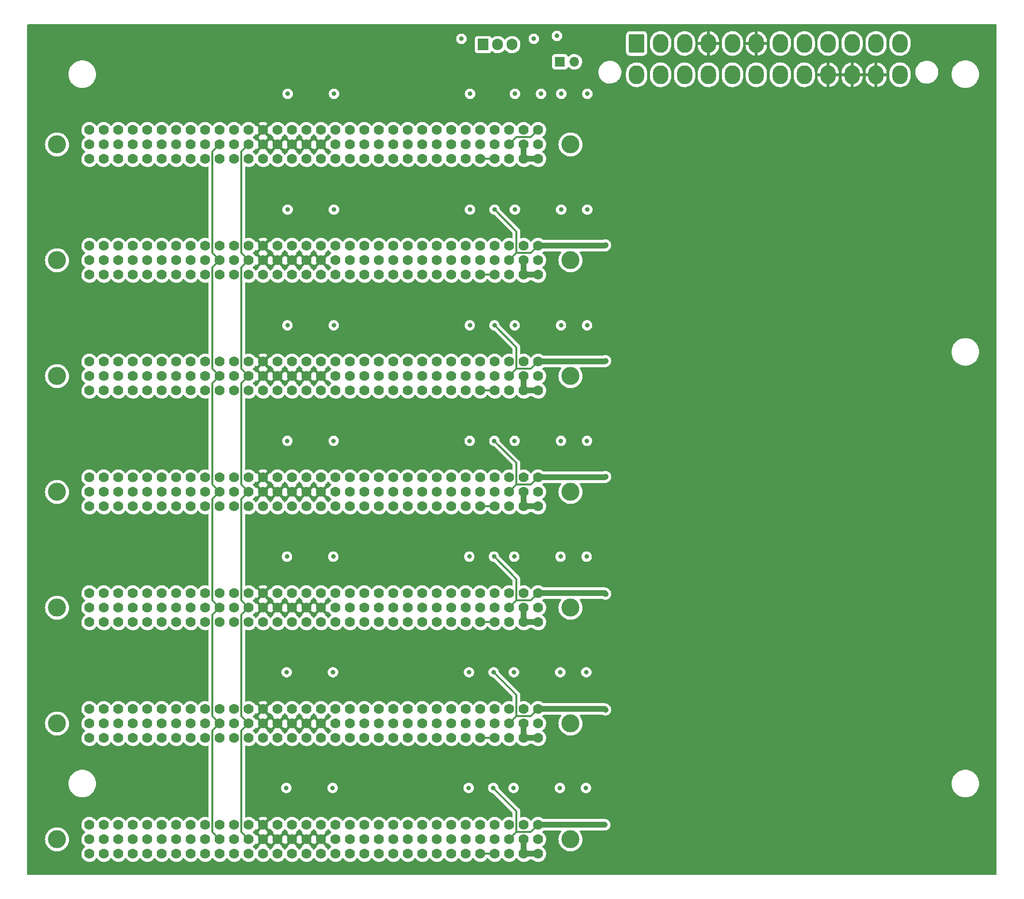
<source format=gbr>
%TF.GenerationSoftware,KiCad,Pcbnew,(6.0.7)*%
%TF.CreationDate,2023-04-17T16:20:31-06:00*%
%TF.ProjectId,Malebolge,4d616c65-626f-46c6-9765-2e6b69636164,rev?*%
%TF.SameCoordinates,Original*%
%TF.FileFunction,Copper,L2,Inr*%
%TF.FilePolarity,Positive*%
%FSLAX46Y46*%
G04 Gerber Fmt 4.6, Leading zero omitted, Abs format (unit mm)*
G04 Created by KiCad (PCBNEW (6.0.7)) date 2023-04-17 16:20:31*
%MOMM*%
%LPD*%
G01*
G04 APERTURE LIST*
G04 Aperture macros list*
%AMRoundRect*
0 Rectangle with rounded corners*
0 $1 Rounding radius*
0 $2 $3 $4 $5 $6 $7 $8 $9 X,Y pos of 4 corners*
0 Add a 4 corners polygon primitive as box body*
4,1,4,$2,$3,$4,$5,$6,$7,$8,$9,$2,$3,0*
0 Add four circle primitives for the rounded corners*
1,1,$1+$1,$2,$3*
1,1,$1+$1,$4,$5*
1,1,$1+$1,$6,$7*
1,1,$1+$1,$8,$9*
0 Add four rect primitives between the rounded corners*
20,1,$1+$1,$2,$3,$4,$5,0*
20,1,$1+$1,$4,$5,$6,$7,0*
20,1,$1+$1,$6,$7,$8,$9,0*
20,1,$1+$1,$8,$9,$2,$3,0*%
G04 Aperture macros list end*
%TA.AperFunction,ComponentPad*%
%ADD10R,1.905000X2.000000*%
%TD*%
%TA.AperFunction,ComponentPad*%
%ADD11O,1.905000X2.000000*%
%TD*%
%TA.AperFunction,ComponentPad*%
%ADD12R,1.700000X1.700000*%
%TD*%
%TA.AperFunction,ComponentPad*%
%ADD13O,1.700000X1.700000*%
%TD*%
%TA.AperFunction,ComponentPad*%
%ADD14RoundRect,0.250001X-1.099999X-1.399999X1.099999X-1.399999X1.099999X1.399999X-1.099999X1.399999X0*%
%TD*%
%TA.AperFunction,ComponentPad*%
%ADD15O,2.700000X3.300000*%
%TD*%
%TA.AperFunction,ComponentPad*%
%ADD16C,1.778000*%
%TD*%
%TA.AperFunction,ComponentPad*%
%ADD17C,3.175000*%
%TD*%
%TA.AperFunction,ViaPad*%
%ADD18C,0.800000*%
%TD*%
%TA.AperFunction,Conductor*%
%ADD19C,0.300000*%
%TD*%
%TA.AperFunction,Conductor*%
%ADD20C,1.000000*%
%TD*%
G04 APERTURE END LIST*
D10*
%TO.N,GND*%
%TO.C,U1*%
X90678000Y-14224000D03*
D11*
%TO.N,+12V*%
X93218000Y-14224000D03*
%TO.N,-5V*%
X95758000Y-14224000D03*
%TD*%
D12*
%TO.N,GND*%
%TO.C,J2*%
X104160000Y-17247000D03*
D13*
%TO.N,Net-(J1-Pad16)*%
X106700000Y-17247000D03*
%TD*%
D14*
%TO.N,unconnected-(J1-Pad1)*%
%TO.C,J1*%
X117616000Y-14022000D03*
D15*
X121816000Y-14022000D03*
%TO.N,GND*%
X126016000Y-14022000D03*
%TO.N,VCC*%
X130216000Y-14022000D03*
%TO.N,GND*%
X134416000Y-14022000D03*
%TO.N,VCC*%
X138616000Y-14022000D03*
%TO.N,GND*%
X142816000Y-14022000D03*
%TO.N,Net-(J1-Pad8)*%
X147016000Y-14022000D03*
%TO.N,/+5VSB*%
X151216000Y-14022000D03*
%TO.N,+12V*%
X155416000Y-14022000D03*
X159616000Y-14022000D03*
%TO.N,unconnected-(J1-Pad1)*%
X163816000Y-14022000D03*
X117616000Y-19522000D03*
%TO.N,-12V*%
X121816000Y-19522000D03*
%TO.N,GND*%
X126016000Y-19522000D03*
%TO.N,Net-(J1-Pad16)*%
X130216000Y-19522000D03*
%TO.N,GND*%
X134416000Y-19522000D03*
X138616000Y-19522000D03*
X142816000Y-19522000D03*
%TO.N,unconnected-(J1-Pad20)*%
X147016000Y-19522000D03*
%TO.N,VCC*%
X151216000Y-19522000D03*
X155416000Y-19522000D03*
X159616000Y-19522000D03*
%TO.N,GND*%
X163816000Y-19522000D03*
%TD*%
D16*
%TO.N,-12V*%
%TO.C,BUS7*%
X100330000Y-151130000D03*
%TO.N,/~{CS1}*%
X97790000Y-151130000D03*
%TO.N,GND*%
X95250000Y-151130000D03*
%TO.N,/DB15*%
X92710000Y-151130000D03*
%TO.N,/DB14*%
X90170000Y-151130000D03*
%TO.N,/DB13*%
X87630000Y-151130000D03*
%TO.N,/DB12*%
X85090000Y-151130000D03*
%TO.N,/DB11*%
X82550000Y-151130000D03*
%TO.N,/DB10*%
X80010000Y-151130000D03*
%TO.N,/DB9*%
X77470000Y-151130000D03*
%TO.N,/DB8*%
X74930000Y-151130000D03*
%TO.N,/DB7*%
X72390000Y-151130000D03*
%TO.N,/DB6*%
X69850000Y-151130000D03*
%TO.N,/DB5*%
X67310000Y-151130000D03*
%TO.N,/DB4*%
X64770000Y-151130000D03*
%TO.N,/DB3*%
X62230000Y-151130000D03*
%TO.N,/DB2*%
X59690000Y-151130000D03*
%TO.N,/DB1*%
X57150000Y-151130000D03*
%TO.N,/DB0*%
X54610000Y-151130000D03*
%TO.N,VCC*%
X52070000Y-151130000D03*
%TO.N,/~{RESET}*%
X49530000Y-151130000D03*
%TO.N,unconnected-(BUS7-PadA22)*%
X46990000Y-151130000D03*
%TO.N,/B~{AS}*%
X44450000Y-151130000D03*
%TO.N,/B~{UDS}*%
X41910000Y-151130000D03*
%TO.N,/B~{LDS}*%
X39370000Y-151130000D03*
%TO.N,/BR{slash}~{W}*%
X36830000Y-151130000D03*
%TO.N,/~{DTACK}*%
X34290000Y-151130000D03*
%TO.N,/~{BG}*%
X31750000Y-151130000D03*
%TO.N,/~{BGACK}*%
X29210000Y-151130000D03*
%TO.N,/~{BR}*%
X26670000Y-151130000D03*
%TO.N,unconnected-(BUS7-PadA31)*%
X24130000Y-151130000D03*
%TO.N,/B~{AVEC}*%
X21590000Y-151130000D03*
%TO.N,-5V*%
X100330000Y-153670000D03*
%TO.N,+12V*%
X97790000Y-153670000D03*
%TO.N,-12V*%
X95250000Y-153670000D03*
%TO.N,GND*%
X92710000Y-153670000D03*
%TO.N,/~{DACK}*%
X90170000Y-153670000D03*
%TO.N,/~{DONE}*%
X87630000Y-153670000D03*
%TO.N,/~{WDOG}*%
X85090000Y-153670000D03*
%TO.N,/~{TOUT2}*%
X82550000Y-153670000D03*
%TO.N,/TIN2*%
X80010000Y-153670000D03*
%TO.N,/~{TOUT1}*%
X77470000Y-153670000D03*
%TO.N,/TIN1*%
X74930000Y-153670000D03*
%TO.N,/~{BERR}*%
X72390000Y-153670000D03*
%TO.N,/~{IPL2}*%
X69850000Y-153670000D03*
%TO.N,/~{IPL1}*%
X67310000Y-153670000D03*
%TO.N,/~{IPL0}*%
X64770000Y-153670000D03*
%TO.N,VCC*%
X62230000Y-153670000D03*
X59690000Y-153670000D03*
X57150000Y-153670000D03*
X54610000Y-153670000D03*
X52070000Y-153670000D03*
%TO.N,/~{HALT}*%
X49530000Y-153670000D03*
%TO.N,/~{CS2}*%
X46990000Y-153670000D03*
%TO.N,/~{CS3}*%
X44450000Y-153670000D03*
%TO.N,GND*%
X41910000Y-153670000D03*
X39370000Y-153670000D03*
X36830000Y-153670000D03*
X34290000Y-153670000D03*
X31750000Y-153670000D03*
X29210000Y-153670000D03*
X26670000Y-153670000D03*
X24130000Y-153670000D03*
X21590000Y-153670000D03*
%TO.N,+12V*%
X100330000Y-156210000D03*
X97790000Y-156210000D03*
%TO.N,GND*%
X95250000Y-156210000D03*
%TO.N,/CLKO*%
X92710000Y-156210000D03*
X90170000Y-156210000D03*
%TO.N,unconnected-(BUS7-PadC6)*%
X87630000Y-156210000D03*
%TO.N,/BA23*%
X85090000Y-156210000D03*
%TO.N,/BA22*%
X82550000Y-156210000D03*
%TO.N,/BA21*%
X80010000Y-156210000D03*
%TO.N,/BA20*%
X77470000Y-156210000D03*
%TO.N,/BA19*%
X74930000Y-156210000D03*
%TO.N,/BA18*%
X72390000Y-156210000D03*
%TO.N,/BA17*%
X69850000Y-156210000D03*
%TO.N,/BA16*%
X67310000Y-156210000D03*
%TO.N,/BA15*%
X64770000Y-156210000D03*
%TO.N,/BA14*%
X62230000Y-156210000D03*
%TO.N,/BA13*%
X59690000Y-156210000D03*
%TO.N,/BA12*%
X57150000Y-156210000D03*
%TO.N,/BA11*%
X54610000Y-156210000D03*
%TO.N,/BA10*%
X52070000Y-156210000D03*
%TO.N,/BA9*%
X49530000Y-156210000D03*
%TO.N,/BA8*%
X46990000Y-156210000D03*
%TO.N,/BA7*%
X44450000Y-156210000D03*
%TO.N,/BA6*%
X41910000Y-156210000D03*
%TO.N,/BA5*%
X39370000Y-156210000D03*
%TO.N,/BA4*%
X36830000Y-156210000D03*
%TO.N,/BA3*%
X34290000Y-156210000D03*
%TO.N,/BA2*%
X31750000Y-156210000D03*
%TO.N,/BA1*%
X29210000Y-156210000D03*
%TO.N,/BFC0*%
X26670000Y-156210000D03*
%TO.N,/BFC1*%
X24130000Y-156210000D03*
%TO.N,/BFC2*%
X21590000Y-156210000D03*
D17*
%TO.N,GND*%
X15913100Y-153670000D03*
X106006900Y-153670000D03*
%TD*%
D16*
%TO.N,-12V*%
%TO.C,BUS6*%
X100330000Y-130810000D03*
%TO.N,/~{CS1}*%
X97790000Y-130810000D03*
%TO.N,GND*%
X95250000Y-130810000D03*
%TO.N,/DB15*%
X92710000Y-130810000D03*
%TO.N,/DB14*%
X90170000Y-130810000D03*
%TO.N,/DB13*%
X87630000Y-130810000D03*
%TO.N,/DB12*%
X85090000Y-130810000D03*
%TO.N,/DB11*%
X82550000Y-130810000D03*
%TO.N,/DB10*%
X80010000Y-130810000D03*
%TO.N,/DB9*%
X77470000Y-130810000D03*
%TO.N,/DB8*%
X74930000Y-130810000D03*
%TO.N,/DB7*%
X72390000Y-130810000D03*
%TO.N,/DB6*%
X69850000Y-130810000D03*
%TO.N,/DB5*%
X67310000Y-130810000D03*
%TO.N,/DB4*%
X64770000Y-130810000D03*
%TO.N,/DB3*%
X62230000Y-130810000D03*
%TO.N,/DB2*%
X59690000Y-130810000D03*
%TO.N,/DB1*%
X57150000Y-130810000D03*
%TO.N,/DB0*%
X54610000Y-130810000D03*
%TO.N,VCC*%
X52070000Y-130810000D03*
%TO.N,/~{RESET}*%
X49530000Y-130810000D03*
%TO.N,unconnected-(BUS6-PadA22)*%
X46990000Y-130810000D03*
%TO.N,/B~{AS}*%
X44450000Y-130810000D03*
%TO.N,/B~{UDS}*%
X41910000Y-130810000D03*
%TO.N,/B~{LDS}*%
X39370000Y-130810000D03*
%TO.N,/BR{slash}~{W}*%
X36830000Y-130810000D03*
%TO.N,/~{DTACK}*%
X34290000Y-130810000D03*
%TO.N,/~{BG}*%
X31750000Y-130810000D03*
%TO.N,/~{BGACK}*%
X29210000Y-130810000D03*
%TO.N,/~{BR}*%
X26670000Y-130810000D03*
%TO.N,unconnected-(BUS6-PadA31)*%
X24130000Y-130810000D03*
%TO.N,/B~{AVEC}*%
X21590000Y-130810000D03*
%TO.N,-5V*%
X100330000Y-133350000D03*
%TO.N,+12V*%
X97790000Y-133350000D03*
%TO.N,-12V*%
X95250000Y-133350000D03*
%TO.N,GND*%
X92710000Y-133350000D03*
%TO.N,/~{DACK}*%
X90170000Y-133350000D03*
%TO.N,/~{DONE}*%
X87630000Y-133350000D03*
%TO.N,/~{WDOG}*%
X85090000Y-133350000D03*
%TO.N,/~{TOUT2}*%
X82550000Y-133350000D03*
%TO.N,/TIN2*%
X80010000Y-133350000D03*
%TO.N,/~{TOUT1}*%
X77470000Y-133350000D03*
%TO.N,/TIN1*%
X74930000Y-133350000D03*
%TO.N,/~{BERR}*%
X72390000Y-133350000D03*
%TO.N,/~{IPL2}*%
X69850000Y-133350000D03*
%TO.N,/~{IPL1}*%
X67310000Y-133350000D03*
%TO.N,/~{IPL0}*%
X64770000Y-133350000D03*
%TO.N,VCC*%
X62230000Y-133350000D03*
X59690000Y-133350000D03*
X57150000Y-133350000D03*
X54610000Y-133350000D03*
X52070000Y-133350000D03*
%TO.N,/~{HALT}*%
X49530000Y-133350000D03*
%TO.N,/~{CS2}*%
X46990000Y-133350000D03*
%TO.N,/~{CS3}*%
X44450000Y-133350000D03*
%TO.N,GND*%
X41910000Y-133350000D03*
X39370000Y-133350000D03*
X36830000Y-133350000D03*
X34290000Y-133350000D03*
X31750000Y-133350000D03*
X29210000Y-133350000D03*
X26670000Y-133350000D03*
X24130000Y-133350000D03*
X21590000Y-133350000D03*
%TO.N,+12V*%
X100330000Y-135890000D03*
X97790000Y-135890000D03*
%TO.N,GND*%
X95250000Y-135890000D03*
%TO.N,/CLKO*%
X92710000Y-135890000D03*
X90170000Y-135890000D03*
%TO.N,unconnected-(BUS6-PadC6)*%
X87630000Y-135890000D03*
%TO.N,/BA23*%
X85090000Y-135890000D03*
%TO.N,/BA22*%
X82550000Y-135890000D03*
%TO.N,/BA21*%
X80010000Y-135890000D03*
%TO.N,/BA20*%
X77470000Y-135890000D03*
%TO.N,/BA19*%
X74930000Y-135890000D03*
%TO.N,/BA18*%
X72390000Y-135890000D03*
%TO.N,/BA17*%
X69850000Y-135890000D03*
%TO.N,/BA16*%
X67310000Y-135890000D03*
%TO.N,/BA15*%
X64770000Y-135890000D03*
%TO.N,/BA14*%
X62230000Y-135890000D03*
%TO.N,/BA13*%
X59690000Y-135890000D03*
%TO.N,/BA12*%
X57150000Y-135890000D03*
%TO.N,/BA11*%
X54610000Y-135890000D03*
%TO.N,/BA10*%
X52070000Y-135890000D03*
%TO.N,/BA9*%
X49530000Y-135890000D03*
%TO.N,/BA8*%
X46990000Y-135890000D03*
%TO.N,/BA7*%
X44450000Y-135890000D03*
%TO.N,/BA6*%
X41910000Y-135890000D03*
%TO.N,/BA5*%
X39370000Y-135890000D03*
%TO.N,/BA4*%
X36830000Y-135890000D03*
%TO.N,/BA3*%
X34290000Y-135890000D03*
%TO.N,/BA2*%
X31750000Y-135890000D03*
%TO.N,/BA1*%
X29210000Y-135890000D03*
%TO.N,/BFC0*%
X26670000Y-135890000D03*
%TO.N,/BFC1*%
X24130000Y-135890000D03*
%TO.N,/BFC2*%
X21590000Y-135890000D03*
D17*
%TO.N,GND*%
X15913100Y-133350000D03*
X106006900Y-133350000D03*
%TD*%
D16*
%TO.N,-12V*%
%TO.C,BUS5*%
X100330000Y-110490000D03*
%TO.N,/~{CS1}*%
X97790000Y-110490000D03*
%TO.N,GND*%
X95250000Y-110490000D03*
%TO.N,/DB15*%
X92710000Y-110490000D03*
%TO.N,/DB14*%
X90170000Y-110490000D03*
%TO.N,/DB13*%
X87630000Y-110490000D03*
%TO.N,/DB12*%
X85090000Y-110490000D03*
%TO.N,/DB11*%
X82550000Y-110490000D03*
%TO.N,/DB10*%
X80010000Y-110490000D03*
%TO.N,/DB9*%
X77470000Y-110490000D03*
%TO.N,/DB8*%
X74930000Y-110490000D03*
%TO.N,/DB7*%
X72390000Y-110490000D03*
%TO.N,/DB6*%
X69850000Y-110490000D03*
%TO.N,/DB5*%
X67310000Y-110490000D03*
%TO.N,/DB4*%
X64770000Y-110490000D03*
%TO.N,/DB3*%
X62230000Y-110490000D03*
%TO.N,/DB2*%
X59690000Y-110490000D03*
%TO.N,/DB1*%
X57150000Y-110490000D03*
%TO.N,/DB0*%
X54610000Y-110490000D03*
%TO.N,VCC*%
X52070000Y-110490000D03*
%TO.N,/~{RESET}*%
X49530000Y-110490000D03*
%TO.N,unconnected-(BUS5-PadA22)*%
X46990000Y-110490000D03*
%TO.N,/B~{AS}*%
X44450000Y-110490000D03*
%TO.N,/B~{UDS}*%
X41910000Y-110490000D03*
%TO.N,/B~{LDS}*%
X39370000Y-110490000D03*
%TO.N,/BR{slash}~{W}*%
X36830000Y-110490000D03*
%TO.N,/~{DTACK}*%
X34290000Y-110490000D03*
%TO.N,/~{BG}*%
X31750000Y-110490000D03*
%TO.N,/~{BGACK}*%
X29210000Y-110490000D03*
%TO.N,/~{BR}*%
X26670000Y-110490000D03*
%TO.N,unconnected-(BUS5-PadA31)*%
X24130000Y-110490000D03*
%TO.N,/B~{AVEC}*%
X21590000Y-110490000D03*
%TO.N,-5V*%
X100330000Y-113030000D03*
%TO.N,+12V*%
X97790000Y-113030000D03*
%TO.N,-12V*%
X95250000Y-113030000D03*
%TO.N,GND*%
X92710000Y-113030000D03*
%TO.N,/~{DACK}*%
X90170000Y-113030000D03*
%TO.N,/~{DONE}*%
X87630000Y-113030000D03*
%TO.N,/~{WDOG}*%
X85090000Y-113030000D03*
%TO.N,/~{TOUT2}*%
X82550000Y-113030000D03*
%TO.N,/TIN2*%
X80010000Y-113030000D03*
%TO.N,/~{TOUT1}*%
X77470000Y-113030000D03*
%TO.N,/TIN1*%
X74930000Y-113030000D03*
%TO.N,/~{BERR}*%
X72390000Y-113030000D03*
%TO.N,/~{IPL2}*%
X69850000Y-113030000D03*
%TO.N,/~{IPL1}*%
X67310000Y-113030000D03*
%TO.N,/~{IPL0}*%
X64770000Y-113030000D03*
%TO.N,VCC*%
X62230000Y-113030000D03*
X59690000Y-113030000D03*
X57150000Y-113030000D03*
X54610000Y-113030000D03*
X52070000Y-113030000D03*
%TO.N,/~{HALT}*%
X49530000Y-113030000D03*
%TO.N,/~{CS2}*%
X46990000Y-113030000D03*
%TO.N,/~{CS3}*%
X44450000Y-113030000D03*
%TO.N,GND*%
X41910000Y-113030000D03*
X39370000Y-113030000D03*
X36830000Y-113030000D03*
X34290000Y-113030000D03*
X31750000Y-113030000D03*
X29210000Y-113030000D03*
X26670000Y-113030000D03*
X24130000Y-113030000D03*
X21590000Y-113030000D03*
%TO.N,+12V*%
X100330000Y-115570000D03*
X97790000Y-115570000D03*
%TO.N,GND*%
X95250000Y-115570000D03*
%TO.N,/CLKO*%
X92710000Y-115570000D03*
X90170000Y-115570000D03*
%TO.N,unconnected-(BUS5-PadC6)*%
X87630000Y-115570000D03*
%TO.N,/BA23*%
X85090000Y-115570000D03*
%TO.N,/BA22*%
X82550000Y-115570000D03*
%TO.N,/BA21*%
X80010000Y-115570000D03*
%TO.N,/BA20*%
X77470000Y-115570000D03*
%TO.N,/BA19*%
X74930000Y-115570000D03*
%TO.N,/BA18*%
X72390000Y-115570000D03*
%TO.N,/BA17*%
X69850000Y-115570000D03*
%TO.N,/BA16*%
X67310000Y-115570000D03*
%TO.N,/BA15*%
X64770000Y-115570000D03*
%TO.N,/BA14*%
X62230000Y-115570000D03*
%TO.N,/BA13*%
X59690000Y-115570000D03*
%TO.N,/BA12*%
X57150000Y-115570000D03*
%TO.N,/BA11*%
X54610000Y-115570000D03*
%TO.N,/BA10*%
X52070000Y-115570000D03*
%TO.N,/BA9*%
X49530000Y-115570000D03*
%TO.N,/BA8*%
X46990000Y-115570000D03*
%TO.N,/BA7*%
X44450000Y-115570000D03*
%TO.N,/BA6*%
X41910000Y-115570000D03*
%TO.N,/BA5*%
X39370000Y-115570000D03*
%TO.N,/BA4*%
X36830000Y-115570000D03*
%TO.N,/BA3*%
X34290000Y-115570000D03*
%TO.N,/BA2*%
X31750000Y-115570000D03*
%TO.N,/BA1*%
X29210000Y-115570000D03*
%TO.N,/BFC0*%
X26670000Y-115570000D03*
%TO.N,/BFC1*%
X24130000Y-115570000D03*
%TO.N,/BFC2*%
X21590000Y-115570000D03*
D17*
%TO.N,GND*%
X15913100Y-113030000D03*
X106006900Y-113030000D03*
%TD*%
D16*
%TO.N,-12V*%
%TO.C,BUS4*%
X100330000Y-90170000D03*
%TO.N,/~{CS1}*%
X97790000Y-90170000D03*
%TO.N,GND*%
X95250000Y-90170000D03*
%TO.N,/DB15*%
X92710000Y-90170000D03*
%TO.N,/DB14*%
X90170000Y-90170000D03*
%TO.N,/DB13*%
X87630000Y-90170000D03*
%TO.N,/DB12*%
X85090000Y-90170000D03*
%TO.N,/DB11*%
X82550000Y-90170000D03*
%TO.N,/DB10*%
X80010000Y-90170000D03*
%TO.N,/DB9*%
X77470000Y-90170000D03*
%TO.N,/DB8*%
X74930000Y-90170000D03*
%TO.N,/DB7*%
X72390000Y-90170000D03*
%TO.N,/DB6*%
X69850000Y-90170000D03*
%TO.N,/DB5*%
X67310000Y-90170000D03*
%TO.N,/DB4*%
X64770000Y-90170000D03*
%TO.N,/DB3*%
X62230000Y-90170000D03*
%TO.N,/DB2*%
X59690000Y-90170000D03*
%TO.N,/DB1*%
X57150000Y-90170000D03*
%TO.N,/DB0*%
X54610000Y-90170000D03*
%TO.N,VCC*%
X52070000Y-90170000D03*
%TO.N,/~{RESET}*%
X49530000Y-90170000D03*
%TO.N,unconnected-(BUS4-PadA22)*%
X46990000Y-90170000D03*
%TO.N,/B~{AS}*%
X44450000Y-90170000D03*
%TO.N,/B~{UDS}*%
X41910000Y-90170000D03*
%TO.N,/B~{LDS}*%
X39370000Y-90170000D03*
%TO.N,/BR{slash}~{W}*%
X36830000Y-90170000D03*
%TO.N,/~{DTACK}*%
X34290000Y-90170000D03*
%TO.N,/~{BG}*%
X31750000Y-90170000D03*
%TO.N,/~{BGACK}*%
X29210000Y-90170000D03*
%TO.N,/~{BR}*%
X26670000Y-90170000D03*
%TO.N,unconnected-(BUS4-PadA31)*%
X24130000Y-90170000D03*
%TO.N,/B~{AVEC}*%
X21590000Y-90170000D03*
%TO.N,-5V*%
X100330000Y-92710000D03*
%TO.N,+12V*%
X97790000Y-92710000D03*
%TO.N,-12V*%
X95250000Y-92710000D03*
%TO.N,GND*%
X92710000Y-92710000D03*
%TO.N,/~{DACK}*%
X90170000Y-92710000D03*
%TO.N,/~{DONE}*%
X87630000Y-92710000D03*
%TO.N,/~{WDOG}*%
X85090000Y-92710000D03*
%TO.N,/~{TOUT2}*%
X82550000Y-92710000D03*
%TO.N,/TIN2*%
X80010000Y-92710000D03*
%TO.N,/~{TOUT1}*%
X77470000Y-92710000D03*
%TO.N,/TIN1*%
X74930000Y-92710000D03*
%TO.N,/~{BERR}*%
X72390000Y-92710000D03*
%TO.N,/~{IPL2}*%
X69850000Y-92710000D03*
%TO.N,/~{IPL1}*%
X67310000Y-92710000D03*
%TO.N,/~{IPL0}*%
X64770000Y-92710000D03*
%TO.N,VCC*%
X62230000Y-92710000D03*
X59690000Y-92710000D03*
X57150000Y-92710000D03*
X54610000Y-92710000D03*
X52070000Y-92710000D03*
%TO.N,/~{HALT}*%
X49530000Y-92710000D03*
%TO.N,/~{CS2}*%
X46990000Y-92710000D03*
%TO.N,/~{CS3}*%
X44450000Y-92710000D03*
%TO.N,GND*%
X41910000Y-92710000D03*
X39370000Y-92710000D03*
X36830000Y-92710000D03*
X34290000Y-92710000D03*
X31750000Y-92710000D03*
X29210000Y-92710000D03*
X26670000Y-92710000D03*
X24130000Y-92710000D03*
X21590000Y-92710000D03*
%TO.N,+12V*%
X100330000Y-95250000D03*
X97790000Y-95250000D03*
%TO.N,GND*%
X95250000Y-95250000D03*
%TO.N,/CLKO*%
X92710000Y-95250000D03*
X90170000Y-95250000D03*
%TO.N,unconnected-(BUS4-PadC6)*%
X87630000Y-95250000D03*
%TO.N,/BA23*%
X85090000Y-95250000D03*
%TO.N,/BA22*%
X82550000Y-95250000D03*
%TO.N,/BA21*%
X80010000Y-95250000D03*
%TO.N,/BA20*%
X77470000Y-95250000D03*
%TO.N,/BA19*%
X74930000Y-95250000D03*
%TO.N,/BA18*%
X72390000Y-95250000D03*
%TO.N,/BA17*%
X69850000Y-95250000D03*
%TO.N,/BA16*%
X67310000Y-95250000D03*
%TO.N,/BA15*%
X64770000Y-95250000D03*
%TO.N,/BA14*%
X62230000Y-95250000D03*
%TO.N,/BA13*%
X59690000Y-95250000D03*
%TO.N,/BA12*%
X57150000Y-95250000D03*
%TO.N,/BA11*%
X54610000Y-95250000D03*
%TO.N,/BA10*%
X52070000Y-95250000D03*
%TO.N,/BA9*%
X49530000Y-95250000D03*
%TO.N,/BA8*%
X46990000Y-95250000D03*
%TO.N,/BA7*%
X44450000Y-95250000D03*
%TO.N,/BA6*%
X41910000Y-95250000D03*
%TO.N,/BA5*%
X39370000Y-95250000D03*
%TO.N,/BA4*%
X36830000Y-95250000D03*
%TO.N,/BA3*%
X34290000Y-95250000D03*
%TO.N,/BA2*%
X31750000Y-95250000D03*
%TO.N,/BA1*%
X29210000Y-95250000D03*
%TO.N,/BFC0*%
X26670000Y-95250000D03*
%TO.N,/BFC1*%
X24130000Y-95250000D03*
%TO.N,/BFC2*%
X21590000Y-95250000D03*
D17*
%TO.N,GND*%
X15913100Y-92710000D03*
X106006900Y-92710000D03*
%TD*%
D16*
%TO.N,-12V*%
%TO.C,BUS3*%
X100330000Y-69850000D03*
%TO.N,/~{CS1}*%
X97790000Y-69850000D03*
%TO.N,GND*%
X95250000Y-69850000D03*
%TO.N,/DB15*%
X92710000Y-69850000D03*
%TO.N,/DB14*%
X90170000Y-69850000D03*
%TO.N,/DB13*%
X87630000Y-69850000D03*
%TO.N,/DB12*%
X85090000Y-69850000D03*
%TO.N,/DB11*%
X82550000Y-69850000D03*
%TO.N,/DB10*%
X80010000Y-69850000D03*
%TO.N,/DB9*%
X77470000Y-69850000D03*
%TO.N,/DB8*%
X74930000Y-69850000D03*
%TO.N,/DB7*%
X72390000Y-69850000D03*
%TO.N,/DB6*%
X69850000Y-69850000D03*
%TO.N,/DB5*%
X67310000Y-69850000D03*
%TO.N,/DB4*%
X64770000Y-69850000D03*
%TO.N,/DB3*%
X62230000Y-69850000D03*
%TO.N,/DB2*%
X59690000Y-69850000D03*
%TO.N,/DB1*%
X57150000Y-69850000D03*
%TO.N,/DB0*%
X54610000Y-69850000D03*
%TO.N,VCC*%
X52070000Y-69850000D03*
%TO.N,/~{RESET}*%
X49530000Y-69850000D03*
%TO.N,unconnected-(BUS3-PadA22)*%
X46990000Y-69850000D03*
%TO.N,/B~{AS}*%
X44450000Y-69850000D03*
%TO.N,/B~{UDS}*%
X41910000Y-69850000D03*
%TO.N,/B~{LDS}*%
X39370000Y-69850000D03*
%TO.N,/BR{slash}~{W}*%
X36830000Y-69850000D03*
%TO.N,/~{DTACK}*%
X34290000Y-69850000D03*
%TO.N,/~{BG}*%
X31750000Y-69850000D03*
%TO.N,/~{BGACK}*%
X29210000Y-69850000D03*
%TO.N,/~{BR}*%
X26670000Y-69850000D03*
%TO.N,unconnected-(BUS3-PadA31)*%
X24130000Y-69850000D03*
%TO.N,/B~{AVEC}*%
X21590000Y-69850000D03*
%TO.N,-5V*%
X100330000Y-72390000D03*
%TO.N,+12V*%
X97790000Y-72390000D03*
%TO.N,-12V*%
X95250000Y-72390000D03*
%TO.N,GND*%
X92710000Y-72390000D03*
%TO.N,/~{DACK}*%
X90170000Y-72390000D03*
%TO.N,/~{DONE}*%
X87630000Y-72390000D03*
%TO.N,/~{WDOG}*%
X85090000Y-72390000D03*
%TO.N,/~{TOUT2}*%
X82550000Y-72390000D03*
%TO.N,/TIN2*%
X80010000Y-72390000D03*
%TO.N,/~{TOUT1}*%
X77470000Y-72390000D03*
%TO.N,/TIN1*%
X74930000Y-72390000D03*
%TO.N,/~{BERR}*%
X72390000Y-72390000D03*
%TO.N,/~{IPL2}*%
X69850000Y-72390000D03*
%TO.N,/~{IPL1}*%
X67310000Y-72390000D03*
%TO.N,/~{IPL0}*%
X64770000Y-72390000D03*
%TO.N,VCC*%
X62230000Y-72390000D03*
X59690000Y-72390000D03*
X57150000Y-72390000D03*
X54610000Y-72390000D03*
X52070000Y-72390000D03*
%TO.N,/~{HALT}*%
X49530000Y-72390000D03*
%TO.N,/~{CS2}*%
X46990000Y-72390000D03*
%TO.N,/~{CS3}*%
X44450000Y-72390000D03*
%TO.N,GND*%
X41910000Y-72390000D03*
X39370000Y-72390000D03*
X36830000Y-72390000D03*
X34290000Y-72390000D03*
X31750000Y-72390000D03*
X29210000Y-72390000D03*
X26670000Y-72390000D03*
X24130000Y-72390000D03*
X21590000Y-72390000D03*
%TO.N,+12V*%
X100330000Y-74930000D03*
X97790000Y-74930000D03*
%TO.N,GND*%
X95250000Y-74930000D03*
%TO.N,/CLKO*%
X92710000Y-74930000D03*
X90170000Y-74930000D03*
%TO.N,unconnected-(BUS3-PadC6)*%
X87630000Y-74930000D03*
%TO.N,/BA23*%
X85090000Y-74930000D03*
%TO.N,/BA22*%
X82550000Y-74930000D03*
%TO.N,/BA21*%
X80010000Y-74930000D03*
%TO.N,/BA20*%
X77470000Y-74930000D03*
%TO.N,/BA19*%
X74930000Y-74930000D03*
%TO.N,/BA18*%
X72390000Y-74930000D03*
%TO.N,/BA17*%
X69850000Y-74930000D03*
%TO.N,/BA16*%
X67310000Y-74930000D03*
%TO.N,/BA15*%
X64770000Y-74930000D03*
%TO.N,/BA14*%
X62230000Y-74930000D03*
%TO.N,/BA13*%
X59690000Y-74930000D03*
%TO.N,/BA12*%
X57150000Y-74930000D03*
%TO.N,/BA11*%
X54610000Y-74930000D03*
%TO.N,/BA10*%
X52070000Y-74930000D03*
%TO.N,/BA9*%
X49530000Y-74930000D03*
%TO.N,/BA8*%
X46990000Y-74930000D03*
%TO.N,/BA7*%
X44450000Y-74930000D03*
%TO.N,/BA6*%
X41910000Y-74930000D03*
%TO.N,/BA5*%
X39370000Y-74930000D03*
%TO.N,/BA4*%
X36830000Y-74930000D03*
%TO.N,/BA3*%
X34290000Y-74930000D03*
%TO.N,/BA2*%
X31750000Y-74930000D03*
%TO.N,/BA1*%
X29210000Y-74930000D03*
%TO.N,/BFC0*%
X26670000Y-74930000D03*
%TO.N,/BFC1*%
X24130000Y-74930000D03*
%TO.N,/BFC2*%
X21590000Y-74930000D03*
D17*
%TO.N,GND*%
X15913100Y-72390000D03*
X106006900Y-72390000D03*
%TD*%
D16*
%TO.N,-12V*%
%TO.C,BUS2*%
X100330000Y-49530000D03*
%TO.N,/~{CS1}*%
X97790000Y-49530000D03*
%TO.N,GND*%
X95250000Y-49530000D03*
%TO.N,/DB15*%
X92710000Y-49530000D03*
%TO.N,/DB14*%
X90170000Y-49530000D03*
%TO.N,/DB13*%
X87630000Y-49530000D03*
%TO.N,/DB12*%
X85090000Y-49530000D03*
%TO.N,/DB11*%
X82550000Y-49530000D03*
%TO.N,/DB10*%
X80010000Y-49530000D03*
%TO.N,/DB9*%
X77470000Y-49530000D03*
%TO.N,/DB8*%
X74930000Y-49530000D03*
%TO.N,/DB7*%
X72390000Y-49530000D03*
%TO.N,/DB6*%
X69850000Y-49530000D03*
%TO.N,/DB5*%
X67310000Y-49530000D03*
%TO.N,/DB4*%
X64770000Y-49530000D03*
%TO.N,/DB3*%
X62230000Y-49530000D03*
%TO.N,/DB2*%
X59690000Y-49530000D03*
%TO.N,/DB1*%
X57150000Y-49530000D03*
%TO.N,/DB0*%
X54610000Y-49530000D03*
%TO.N,VCC*%
X52070000Y-49530000D03*
%TO.N,/~{RESET}*%
X49530000Y-49530000D03*
%TO.N,unconnected-(BUS2-PadA22)*%
X46990000Y-49530000D03*
%TO.N,/B~{AS}*%
X44450000Y-49530000D03*
%TO.N,/B~{UDS}*%
X41910000Y-49530000D03*
%TO.N,/B~{LDS}*%
X39370000Y-49530000D03*
%TO.N,/BR{slash}~{W}*%
X36830000Y-49530000D03*
%TO.N,/~{DTACK}*%
X34290000Y-49530000D03*
%TO.N,/~{BG}*%
X31750000Y-49530000D03*
%TO.N,/~{BGACK}*%
X29210000Y-49530000D03*
%TO.N,/~{BR}*%
X26670000Y-49530000D03*
%TO.N,unconnected-(BUS2-PadA31)*%
X24130000Y-49530000D03*
%TO.N,/B~{AVEC}*%
X21590000Y-49530000D03*
%TO.N,-5V*%
X100330000Y-52070000D03*
%TO.N,+12V*%
X97790000Y-52070000D03*
%TO.N,-12V*%
X95250000Y-52070000D03*
%TO.N,GND*%
X92710000Y-52070000D03*
%TO.N,/~{DACK}*%
X90170000Y-52070000D03*
%TO.N,/~{DONE}*%
X87630000Y-52070000D03*
%TO.N,/~{WDOG}*%
X85090000Y-52070000D03*
%TO.N,/~{TOUT2}*%
X82550000Y-52070000D03*
%TO.N,/TIN2*%
X80010000Y-52070000D03*
%TO.N,/~{TOUT1}*%
X77470000Y-52070000D03*
%TO.N,/TIN1*%
X74930000Y-52070000D03*
%TO.N,/~{BERR}*%
X72390000Y-52070000D03*
%TO.N,/~{IPL2}*%
X69850000Y-52070000D03*
%TO.N,/~{IPL1}*%
X67310000Y-52070000D03*
%TO.N,/~{IPL0}*%
X64770000Y-52070000D03*
%TO.N,VCC*%
X62230000Y-52070000D03*
X59690000Y-52070000D03*
X57150000Y-52070000D03*
X54610000Y-52070000D03*
X52070000Y-52070000D03*
%TO.N,/~{HALT}*%
X49530000Y-52070000D03*
%TO.N,/~{CS2}*%
X46990000Y-52070000D03*
%TO.N,/~{CS3}*%
X44450000Y-52070000D03*
%TO.N,GND*%
X41910000Y-52070000D03*
X39370000Y-52070000D03*
X36830000Y-52070000D03*
X34290000Y-52070000D03*
X31750000Y-52070000D03*
X29210000Y-52070000D03*
X26670000Y-52070000D03*
X24130000Y-52070000D03*
X21590000Y-52070000D03*
%TO.N,+12V*%
X100330000Y-54610000D03*
X97790000Y-54610000D03*
%TO.N,GND*%
X95250000Y-54610000D03*
%TO.N,/CLKO*%
X92710000Y-54610000D03*
X90170000Y-54610000D03*
%TO.N,unconnected-(BUS2-PadC6)*%
X87630000Y-54610000D03*
%TO.N,/BA23*%
X85090000Y-54610000D03*
%TO.N,/BA22*%
X82550000Y-54610000D03*
%TO.N,/BA21*%
X80010000Y-54610000D03*
%TO.N,/BA20*%
X77470000Y-54610000D03*
%TO.N,/BA19*%
X74930000Y-54610000D03*
%TO.N,/BA18*%
X72390000Y-54610000D03*
%TO.N,/BA17*%
X69850000Y-54610000D03*
%TO.N,/BA16*%
X67310000Y-54610000D03*
%TO.N,/BA15*%
X64770000Y-54610000D03*
%TO.N,/BA14*%
X62230000Y-54610000D03*
%TO.N,/BA13*%
X59690000Y-54610000D03*
%TO.N,/BA12*%
X57150000Y-54610000D03*
%TO.N,/BA11*%
X54610000Y-54610000D03*
%TO.N,/BA10*%
X52070000Y-54610000D03*
%TO.N,/BA9*%
X49530000Y-54610000D03*
%TO.N,/BA8*%
X46990000Y-54610000D03*
%TO.N,/BA7*%
X44450000Y-54610000D03*
%TO.N,/BA6*%
X41910000Y-54610000D03*
%TO.N,/BA5*%
X39370000Y-54610000D03*
%TO.N,/BA4*%
X36830000Y-54610000D03*
%TO.N,/BA3*%
X34290000Y-54610000D03*
%TO.N,/BA2*%
X31750000Y-54610000D03*
%TO.N,/BA1*%
X29210000Y-54610000D03*
%TO.N,/BFC0*%
X26670000Y-54610000D03*
%TO.N,/BFC1*%
X24130000Y-54610000D03*
%TO.N,/BFC2*%
X21590000Y-54610000D03*
D17*
%TO.N,GND*%
X15913100Y-52070000D03*
X106006900Y-52070000D03*
%TD*%
D16*
%TO.N,-12V*%
%TO.C,BUS1*%
X100330000Y-29210000D03*
%TO.N,/~{CS1}*%
X97790000Y-29210000D03*
%TO.N,GND*%
X95250000Y-29210000D03*
%TO.N,/DB15*%
X92710000Y-29210000D03*
%TO.N,/DB14*%
X90170000Y-29210000D03*
%TO.N,/DB13*%
X87630000Y-29210000D03*
%TO.N,/DB12*%
X85090000Y-29210000D03*
%TO.N,/DB11*%
X82550000Y-29210000D03*
%TO.N,/DB10*%
X80010000Y-29210000D03*
%TO.N,/DB9*%
X77470000Y-29210000D03*
%TO.N,/DB8*%
X74930000Y-29210000D03*
%TO.N,/DB7*%
X72390000Y-29210000D03*
%TO.N,/DB6*%
X69850000Y-29210000D03*
%TO.N,/DB5*%
X67310000Y-29210000D03*
%TO.N,/DB4*%
X64770000Y-29210000D03*
%TO.N,/DB3*%
X62230000Y-29210000D03*
%TO.N,/DB2*%
X59690000Y-29210000D03*
%TO.N,/DB1*%
X57150000Y-29210000D03*
%TO.N,/DB0*%
X54610000Y-29210000D03*
%TO.N,VCC*%
X52070000Y-29210000D03*
%TO.N,/~{RESET}*%
X49530000Y-29210000D03*
%TO.N,unconnected-(BUS1-PadA22)*%
X46990000Y-29210000D03*
%TO.N,/B~{AS}*%
X44450000Y-29210000D03*
%TO.N,/B~{UDS}*%
X41910000Y-29210000D03*
%TO.N,/B~{LDS}*%
X39370000Y-29210000D03*
%TO.N,/BR{slash}~{W}*%
X36830000Y-29210000D03*
%TO.N,/~{DTACK}*%
X34290000Y-29210000D03*
%TO.N,/~{BG}*%
X31750000Y-29210000D03*
%TO.N,/~{BGACK}*%
X29210000Y-29210000D03*
%TO.N,/~{BR}*%
X26670000Y-29210000D03*
%TO.N,unconnected-(BUS1-PadA31)*%
X24130000Y-29210000D03*
%TO.N,/B~{AVEC}*%
X21590000Y-29210000D03*
%TO.N,-5V*%
X100330000Y-31750000D03*
%TO.N,+12V*%
X97790000Y-31750000D03*
%TO.N,-12V*%
X95250000Y-31750000D03*
%TO.N,GND*%
X92710000Y-31750000D03*
%TO.N,/~{DACK}*%
X90170000Y-31750000D03*
%TO.N,/~{DONE}*%
X87630000Y-31750000D03*
%TO.N,/~{WDOG}*%
X85090000Y-31750000D03*
%TO.N,/~{TOUT2}*%
X82550000Y-31750000D03*
%TO.N,/TIN2*%
X80010000Y-31750000D03*
%TO.N,/~{TOUT1}*%
X77470000Y-31750000D03*
%TO.N,/TIN1*%
X74930000Y-31750000D03*
%TO.N,/~{BERR}*%
X72390000Y-31750000D03*
%TO.N,/~{IPL2}*%
X69850000Y-31750000D03*
%TO.N,/~{IPL1}*%
X67310000Y-31750000D03*
%TO.N,/~{IPL0}*%
X64770000Y-31750000D03*
%TO.N,VCC*%
X62230000Y-31750000D03*
X59690000Y-31750000D03*
X57150000Y-31750000D03*
X54610000Y-31750000D03*
X52070000Y-31750000D03*
%TO.N,/~{HALT}*%
X49530000Y-31750000D03*
%TO.N,/~{CS2}*%
X46990000Y-31750000D03*
%TO.N,/~{CS3}*%
X44450000Y-31750000D03*
%TO.N,GND*%
X41910000Y-31750000D03*
X39370000Y-31750000D03*
X36830000Y-31750000D03*
X34290000Y-31750000D03*
X31750000Y-31750000D03*
X29210000Y-31750000D03*
X26670000Y-31750000D03*
X24130000Y-31750000D03*
X21590000Y-31750000D03*
%TO.N,+12V*%
X100330000Y-34290000D03*
X97790000Y-34290000D03*
%TO.N,GND*%
X95250000Y-34290000D03*
%TO.N,/CLKO*%
X92710000Y-34290000D03*
X90170000Y-34290000D03*
%TO.N,unconnected-(BUS1-PadC6)*%
X87630000Y-34290000D03*
%TO.N,/BA23*%
X85090000Y-34290000D03*
%TO.N,/BA22*%
X82550000Y-34290000D03*
%TO.N,/BA21*%
X80010000Y-34290000D03*
%TO.N,/BA20*%
X77470000Y-34290000D03*
%TO.N,/BA19*%
X74930000Y-34290000D03*
%TO.N,/BA18*%
X72390000Y-34290000D03*
%TO.N,/BA17*%
X69850000Y-34290000D03*
%TO.N,/BA16*%
X67310000Y-34290000D03*
%TO.N,/BA15*%
X64770000Y-34290000D03*
%TO.N,/BA14*%
X62230000Y-34290000D03*
%TO.N,/BA13*%
X59690000Y-34290000D03*
%TO.N,/BA12*%
X57150000Y-34290000D03*
%TO.N,/BA11*%
X54610000Y-34290000D03*
%TO.N,/BA10*%
X52070000Y-34290000D03*
%TO.N,/BA9*%
X49530000Y-34290000D03*
%TO.N,/BA8*%
X46990000Y-34290000D03*
%TO.N,/BA7*%
X44450000Y-34290000D03*
%TO.N,/BA6*%
X41910000Y-34290000D03*
%TO.N,/BA5*%
X39370000Y-34290000D03*
%TO.N,/BA4*%
X36830000Y-34290000D03*
%TO.N,/BA3*%
X34290000Y-34290000D03*
%TO.N,/BA2*%
X31750000Y-34290000D03*
%TO.N,/BA1*%
X29210000Y-34290000D03*
%TO.N,/BFC0*%
X26670000Y-34290000D03*
%TO.N,/BFC1*%
X24130000Y-34290000D03*
%TO.N,/BFC2*%
X21590000Y-34290000D03*
D17*
%TO.N,GND*%
X15913100Y-31750000D03*
X106006900Y-31750000D03*
%TD*%
D18*
%TO.N,-12V*%
X112128000Y-49416000D03*
X112128000Y-69710000D03*
X112128000Y-90030000D03*
X112128000Y-110604000D03*
X112128000Y-130924000D03*
X112014000Y-151130000D03*
%TO.N,GND*%
X88138000Y-144644269D03*
X96016722Y-144644269D03*
X108716722Y-144644269D03*
%TO.N,-12V*%
X92456000Y-144644269D03*
%TO.N,GND*%
X64266722Y-144644269D03*
%TO.N,VCC*%
X51566722Y-144644269D03*
X59694722Y-144644269D03*
%TO.N,+12V*%
X104144722Y-144644269D03*
%TO.N,GND*%
X56138722Y-144644269D03*
X56197389Y-124345390D03*
X96075389Y-124345390D03*
X64325389Y-124345390D03*
X108775389Y-124345390D03*
%TO.N,VCC*%
X59753389Y-124345390D03*
%TO.N,-12V*%
X92514667Y-124345390D03*
%TO.N,+12V*%
X104203389Y-124345390D03*
%TO.N,VCC*%
X51625389Y-124345390D03*
%TO.N,GND*%
X88196667Y-124345390D03*
X56256057Y-104046511D03*
X96134057Y-104046511D03*
%TO.N,VCC*%
X51684057Y-104046511D03*
%TO.N,GND*%
X64384057Y-104046511D03*
X108834057Y-104046511D03*
%TO.N,VCC*%
X59812057Y-104046511D03*
%TO.N,-12V*%
X92573335Y-104046511D03*
%TO.N,+12V*%
X104262057Y-104046511D03*
%TO.N,GND*%
X88255335Y-104046511D03*
%TO.N,-12V*%
X92632002Y-83747632D03*
%TO.N,VCC*%
X51742724Y-83747632D03*
%TO.N,+12V*%
X104320724Y-83747632D03*
%TO.N,GND*%
X56314724Y-83747632D03*
X64442724Y-83747632D03*
X88314002Y-83747632D03*
%TO.N,VCC*%
X59870724Y-83747632D03*
%TO.N,GND*%
X108892724Y-83747632D03*
X96192724Y-83747632D03*
X64467913Y-63479328D03*
X88339191Y-63479328D03*
%TO.N,VCC*%
X59895913Y-63479328D03*
%TO.N,GND*%
X108917913Y-63479328D03*
X56339913Y-63479328D03*
X96217913Y-63479328D03*
%TO.N,-12V*%
X92657191Y-63479328D03*
%TO.N,VCC*%
X51767913Y-63479328D03*
%TO.N,+12V*%
X104345913Y-63479328D03*
%TO.N,GND*%
X88365266Y-43167412D03*
%TO.N,VCC*%
X59921988Y-43167412D03*
%TO.N,GND*%
X108943988Y-43167412D03*
%TO.N,VCC*%
X51793988Y-43167412D03*
%TO.N,-12V*%
X92683266Y-43167412D03*
%TO.N,GND*%
X64493988Y-43167412D03*
X96243988Y-43167412D03*
%TO.N,+12V*%
X104371988Y-43167412D03*
%TO.N,GND*%
X56365988Y-43167412D03*
X103632000Y-12700000D03*
X99568000Y-13208000D03*
X86868000Y-13208000D03*
%TO.N,-5V*%
X100838000Y-22860000D03*
%TO.N,GND*%
X96266000Y-22860000D03*
X108966000Y-22860000D03*
%TO.N,+12V*%
X104394000Y-22860000D03*
%TO.N,GND*%
X88387278Y-22860000D03*
X64516000Y-22860000D03*
%TO.N,VCC*%
X59944000Y-22860000D03*
%TO.N,GND*%
X56388000Y-22860000D03*
%TO.N,VCC*%
X51816000Y-22860000D03*
%TD*%
D19*
%TO.N,/~{HALT}*%
X48260000Y-71120000D02*
X49530000Y-72390000D01*
X48260000Y-53340000D02*
X48260000Y-71120000D01*
X49530000Y-52070000D02*
X48260000Y-53340000D01*
X48260000Y-93980000D02*
X48260000Y-111760000D01*
X49530000Y-92710000D02*
X48260000Y-93980000D01*
X48260000Y-73660000D02*
X48260000Y-91440000D01*
X48260000Y-91440000D02*
X49530000Y-92710000D01*
X49530000Y-72390000D02*
X48260000Y-73660000D01*
X48260000Y-111760000D02*
X49530000Y-113030000D01*
X48260000Y-33020000D02*
X48260000Y-50800000D01*
X48260000Y-50800000D02*
X49530000Y-52070000D01*
X49530000Y-31750000D02*
X48260000Y-33020000D01*
X48260000Y-114300000D02*
X48260000Y-132080000D01*
X49530000Y-133350000D02*
X48260000Y-134620000D01*
X49530000Y-113030000D02*
X48260000Y-114300000D01*
X48260000Y-132080000D02*
X49530000Y-133350000D01*
X48260000Y-152400000D02*
X49530000Y-153670000D01*
X48260000Y-134620000D02*
X48260000Y-152400000D01*
%TO.N,/~{CS3}*%
X43180000Y-134620000D02*
X43180000Y-152400000D01*
X44450000Y-133350000D02*
X43180000Y-134620000D01*
X43180000Y-114300000D02*
X43180000Y-132080000D01*
X43180000Y-132080000D02*
X44450000Y-133350000D01*
X44450000Y-113030000D02*
X43180000Y-114300000D01*
X43180000Y-152400000D02*
X44450000Y-153670000D01*
X43180000Y-111760000D02*
X44450000Y-113030000D01*
X43180000Y-93980000D02*
X43180000Y-111760000D01*
X44450000Y-92710000D02*
X43180000Y-93980000D01*
X43180000Y-73660000D02*
X43180000Y-91440000D01*
X43180000Y-91440000D02*
X44450000Y-92710000D01*
X44450000Y-72390000D02*
X43180000Y-73660000D01*
X43180000Y-53340000D02*
X43180000Y-71120000D01*
X43180000Y-71120000D02*
X44450000Y-72390000D01*
X44450000Y-52070000D02*
X43180000Y-53340000D01*
X43180000Y-33020000D02*
X43180000Y-50800000D01*
X44450000Y-31750000D02*
X43180000Y-33020000D01*
X43180000Y-50800000D02*
X44450000Y-52070000D01*
%TO.N,/CLKO*%
X90170000Y-156210000D02*
X92710000Y-156210000D01*
X90170000Y-135890000D02*
X92710000Y-135890000D01*
X90170000Y-115570000D02*
X92710000Y-115570000D01*
X90170000Y-95250000D02*
X92710000Y-95250000D01*
X90170000Y-74930000D02*
X92710000Y-74930000D01*
X90170000Y-54610000D02*
X92710000Y-54610000D01*
X90170000Y-34290000D02*
X92710000Y-34290000D01*
%TO.N,-12V*%
X96520000Y-148708269D02*
X96520000Y-152400000D01*
X92456000Y-144644269D02*
X96520000Y-148708269D01*
X96520000Y-128350723D02*
X96520000Y-132080000D01*
X92514667Y-124345390D02*
X96520000Y-128350723D01*
X96520000Y-107993176D02*
X96520000Y-111760000D01*
X92573335Y-104046511D02*
X96520000Y-107993176D01*
X96520000Y-87635630D02*
X96520000Y-91440000D01*
X92632002Y-83747632D02*
X96520000Y-87635630D01*
X92657191Y-63479328D02*
X96512678Y-67334815D01*
X96512678Y-67334815D02*
X96512678Y-71116475D01*
X92683266Y-43167412D02*
X96517801Y-47001947D01*
X96517801Y-47001947D02*
X96517801Y-50797801D01*
D20*
X112014000Y-49530000D02*
X112128000Y-49416000D01*
X100330000Y-49530000D02*
X112014000Y-49530000D01*
X100330000Y-69850000D02*
X111988000Y-69850000D01*
X111988000Y-69850000D02*
X112128000Y-69710000D01*
X100330000Y-90170000D02*
X111988000Y-90170000D01*
X111988000Y-90170000D02*
X112128000Y-90030000D01*
X112014000Y-110490000D02*
X112128000Y-110604000D01*
X100330000Y-110490000D02*
X112014000Y-110490000D01*
X112014000Y-130810000D02*
X112128000Y-130924000D01*
X100330000Y-130810000D02*
X112014000Y-130810000D01*
X100330000Y-151130000D02*
X112014000Y-151130000D01*
%TO.N,+12V*%
X100330000Y-156210000D02*
X97790000Y-156210000D01*
X97790000Y-153670000D02*
X97790000Y-156210000D01*
X97790000Y-135890000D02*
X100330000Y-135890000D01*
X97790000Y-133350000D02*
X97790000Y-135890000D01*
X97790000Y-115570000D02*
X100330000Y-115570000D01*
X97790000Y-113030000D02*
X97790000Y-115570000D01*
X97790000Y-95250000D02*
X100330000Y-95250000D01*
X97790000Y-92710000D02*
X97790000Y-95250000D01*
X97790000Y-74930000D02*
X100330000Y-74930000D01*
X97790000Y-72390000D02*
X97790000Y-74930000D01*
X97790000Y-54610000D02*
X100330000Y-54610000D01*
X97790000Y-52070000D02*
X97790000Y-54610000D01*
D19*
%TO.N,-12V*%
X99060000Y-152400000D02*
X100330000Y-151130000D01*
X96520000Y-152400000D02*
X99060000Y-152400000D01*
X95250000Y-153670000D02*
X96520000Y-152400000D01*
X95250000Y-133350000D02*
X96520000Y-132080000D01*
X96520000Y-132080000D02*
X99060000Y-132080000D01*
X99060000Y-132080000D02*
X100330000Y-130810000D01*
X99060000Y-111760000D02*
X100330000Y-110490000D01*
X96520000Y-111760000D02*
X99060000Y-111760000D01*
X95250000Y-113030000D02*
X96520000Y-111760000D01*
X96520000Y-91440000D02*
X99060000Y-91440000D01*
X99060000Y-91440000D02*
X100330000Y-90170000D01*
X95250000Y-92710000D02*
X96520000Y-91440000D01*
X95242678Y-72386475D02*
X96512678Y-71116475D01*
X96512678Y-71116475D02*
X99052678Y-71116475D01*
X99052678Y-71116475D02*
X100322678Y-69846475D01*
X96517801Y-50797801D02*
X99057801Y-50797801D01*
X95247801Y-52067801D02*
X96517801Y-50797801D01*
X99057801Y-50797801D02*
X100327801Y-49527801D01*
X99060000Y-30480000D02*
X100330000Y-29210000D01*
X96520000Y-30480000D02*
X99060000Y-30480000D01*
X95250000Y-31750000D02*
X96520000Y-30480000D01*
D20*
%TO.N,+12V*%
X97790000Y-31750000D02*
X97790000Y-34290000D01*
X97790000Y-34290000D02*
X100330000Y-34290000D01*
%TD*%
%TA.AperFunction,Conductor*%
%TO.N,VCC*%
G36*
X180710621Y-10688502D02*
G01*
X180757114Y-10742158D01*
X180768500Y-10794500D01*
X180768500Y-159753500D01*
X180748498Y-159821621D01*
X180694842Y-159868114D01*
X180642500Y-159879500D01*
X10811500Y-159879500D01*
X10743379Y-159859498D01*
X10696886Y-159805842D01*
X10685500Y-159753500D01*
X10685500Y-156175739D01*
X20188129Y-156175739D01*
X20201357Y-156405161D01*
X20251878Y-156629342D01*
X20338336Y-156842261D01*
X20458408Y-157038200D01*
X20608869Y-157211898D01*
X20612844Y-157215198D01*
X20612847Y-157215201D01*
X20671635Y-157264007D01*
X20785679Y-157358689D01*
X20984090Y-157474631D01*
X20988910Y-157476471D01*
X20988915Y-157476474D01*
X21095296Y-157517096D01*
X21198774Y-157556610D01*
X21203842Y-157557641D01*
X21203845Y-157557642D01*
X21314534Y-157580162D01*
X21423963Y-157602426D01*
X21429136Y-157602616D01*
X21429139Y-157602616D01*
X21648448Y-157610657D01*
X21648452Y-157610657D01*
X21653612Y-157610846D01*
X21658732Y-157610190D01*
X21658734Y-157610190D01*
X21876425Y-157582304D01*
X21876428Y-157582303D01*
X21881552Y-157581647D01*
X22101663Y-157515610D01*
X22308033Y-157414511D01*
X22495119Y-157281064D01*
X22657898Y-157118852D01*
X22660914Y-157114655D01*
X22660921Y-157114647D01*
X22757689Y-156979980D01*
X22813683Y-156936332D01*
X22884387Y-156929886D01*
X22947351Y-156962689D01*
X22967444Y-156987672D01*
X22995707Y-157033794D01*
X22995711Y-157033799D01*
X22998408Y-157038200D01*
X23148869Y-157211898D01*
X23152844Y-157215198D01*
X23152847Y-157215201D01*
X23211635Y-157264007D01*
X23325679Y-157358689D01*
X23524090Y-157474631D01*
X23528910Y-157476471D01*
X23528915Y-157476474D01*
X23635296Y-157517096D01*
X23738774Y-157556610D01*
X23743842Y-157557641D01*
X23743845Y-157557642D01*
X23854534Y-157580162D01*
X23963963Y-157602426D01*
X23969136Y-157602616D01*
X23969139Y-157602616D01*
X24188448Y-157610657D01*
X24188452Y-157610657D01*
X24193612Y-157610846D01*
X24198732Y-157610190D01*
X24198734Y-157610190D01*
X24416425Y-157582304D01*
X24416428Y-157582303D01*
X24421552Y-157581647D01*
X24641663Y-157515610D01*
X24848033Y-157414511D01*
X25035119Y-157281064D01*
X25197898Y-157118852D01*
X25200914Y-157114655D01*
X25200921Y-157114647D01*
X25297689Y-156979980D01*
X25353683Y-156936332D01*
X25424387Y-156929886D01*
X25487351Y-156962689D01*
X25507444Y-156987672D01*
X25535707Y-157033794D01*
X25535711Y-157033799D01*
X25538408Y-157038200D01*
X25688869Y-157211898D01*
X25692844Y-157215198D01*
X25692847Y-157215201D01*
X25751635Y-157264007D01*
X25865679Y-157358689D01*
X26064090Y-157474631D01*
X26068910Y-157476471D01*
X26068915Y-157476474D01*
X26175296Y-157517096D01*
X26278774Y-157556610D01*
X26283842Y-157557641D01*
X26283845Y-157557642D01*
X26394534Y-157580162D01*
X26503963Y-157602426D01*
X26509136Y-157602616D01*
X26509139Y-157602616D01*
X26728448Y-157610657D01*
X26728452Y-157610657D01*
X26733612Y-157610846D01*
X26738732Y-157610190D01*
X26738734Y-157610190D01*
X26956425Y-157582304D01*
X26956428Y-157582303D01*
X26961552Y-157581647D01*
X27181663Y-157515610D01*
X27388033Y-157414511D01*
X27575119Y-157281064D01*
X27737898Y-157118852D01*
X27740914Y-157114655D01*
X27740921Y-157114647D01*
X27837689Y-156979980D01*
X27893683Y-156936332D01*
X27964387Y-156929886D01*
X28027351Y-156962689D01*
X28047444Y-156987672D01*
X28075707Y-157033794D01*
X28075711Y-157033799D01*
X28078408Y-157038200D01*
X28228869Y-157211898D01*
X28232844Y-157215198D01*
X28232847Y-157215201D01*
X28291635Y-157264007D01*
X28405679Y-157358689D01*
X28604090Y-157474631D01*
X28608910Y-157476471D01*
X28608915Y-157476474D01*
X28715296Y-157517096D01*
X28818774Y-157556610D01*
X28823842Y-157557641D01*
X28823845Y-157557642D01*
X28934534Y-157580162D01*
X29043963Y-157602426D01*
X29049136Y-157602616D01*
X29049139Y-157602616D01*
X29268448Y-157610657D01*
X29268452Y-157610657D01*
X29273612Y-157610846D01*
X29278732Y-157610190D01*
X29278734Y-157610190D01*
X29496425Y-157582304D01*
X29496428Y-157582303D01*
X29501552Y-157581647D01*
X29721663Y-157515610D01*
X29928033Y-157414511D01*
X30115119Y-157281064D01*
X30277898Y-157118852D01*
X30280914Y-157114655D01*
X30280921Y-157114647D01*
X30377689Y-156979980D01*
X30433683Y-156936332D01*
X30504387Y-156929886D01*
X30567351Y-156962689D01*
X30587444Y-156987672D01*
X30615707Y-157033794D01*
X30615711Y-157033799D01*
X30618408Y-157038200D01*
X30768869Y-157211898D01*
X30772844Y-157215198D01*
X30772847Y-157215201D01*
X30831635Y-157264007D01*
X30945679Y-157358689D01*
X31144090Y-157474631D01*
X31148910Y-157476471D01*
X31148915Y-157476474D01*
X31255296Y-157517096D01*
X31358774Y-157556610D01*
X31363842Y-157557641D01*
X31363845Y-157557642D01*
X31474534Y-157580162D01*
X31583963Y-157602426D01*
X31589136Y-157602616D01*
X31589139Y-157602616D01*
X31808448Y-157610657D01*
X31808452Y-157610657D01*
X31813612Y-157610846D01*
X31818732Y-157610190D01*
X31818734Y-157610190D01*
X32036425Y-157582304D01*
X32036428Y-157582303D01*
X32041552Y-157581647D01*
X32261663Y-157515610D01*
X32468033Y-157414511D01*
X32655119Y-157281064D01*
X32817898Y-157118852D01*
X32820914Y-157114655D01*
X32820921Y-157114647D01*
X32917689Y-156979980D01*
X32973683Y-156936332D01*
X33044387Y-156929886D01*
X33107351Y-156962689D01*
X33127444Y-156987672D01*
X33155707Y-157033794D01*
X33155711Y-157033799D01*
X33158408Y-157038200D01*
X33308869Y-157211898D01*
X33312844Y-157215198D01*
X33312847Y-157215201D01*
X33371635Y-157264007D01*
X33485679Y-157358689D01*
X33684090Y-157474631D01*
X33688910Y-157476471D01*
X33688915Y-157476474D01*
X33795296Y-157517096D01*
X33898774Y-157556610D01*
X33903842Y-157557641D01*
X33903845Y-157557642D01*
X34014534Y-157580162D01*
X34123963Y-157602426D01*
X34129136Y-157602616D01*
X34129139Y-157602616D01*
X34348448Y-157610657D01*
X34348452Y-157610657D01*
X34353612Y-157610846D01*
X34358732Y-157610190D01*
X34358734Y-157610190D01*
X34576425Y-157582304D01*
X34576428Y-157582303D01*
X34581552Y-157581647D01*
X34801663Y-157515610D01*
X35008033Y-157414511D01*
X35195119Y-157281064D01*
X35357898Y-157118852D01*
X35360914Y-157114655D01*
X35360921Y-157114647D01*
X35457689Y-156979980D01*
X35513683Y-156936332D01*
X35584387Y-156929886D01*
X35647351Y-156962689D01*
X35667444Y-156987672D01*
X35695707Y-157033794D01*
X35695711Y-157033799D01*
X35698408Y-157038200D01*
X35848869Y-157211898D01*
X35852844Y-157215198D01*
X35852847Y-157215201D01*
X35911635Y-157264007D01*
X36025679Y-157358689D01*
X36224090Y-157474631D01*
X36228910Y-157476471D01*
X36228915Y-157476474D01*
X36335296Y-157517096D01*
X36438774Y-157556610D01*
X36443842Y-157557641D01*
X36443845Y-157557642D01*
X36554534Y-157580162D01*
X36663963Y-157602426D01*
X36669136Y-157602616D01*
X36669139Y-157602616D01*
X36888448Y-157610657D01*
X36888452Y-157610657D01*
X36893612Y-157610846D01*
X36898732Y-157610190D01*
X36898734Y-157610190D01*
X37116425Y-157582304D01*
X37116428Y-157582303D01*
X37121552Y-157581647D01*
X37341663Y-157515610D01*
X37548033Y-157414511D01*
X37735119Y-157281064D01*
X37897898Y-157118852D01*
X37900914Y-157114655D01*
X37900921Y-157114647D01*
X37997689Y-156979980D01*
X38053683Y-156936332D01*
X38124387Y-156929886D01*
X38187351Y-156962689D01*
X38207444Y-156987672D01*
X38235707Y-157033794D01*
X38235711Y-157033799D01*
X38238408Y-157038200D01*
X38388869Y-157211898D01*
X38392844Y-157215198D01*
X38392847Y-157215201D01*
X38451635Y-157264007D01*
X38565679Y-157358689D01*
X38764090Y-157474631D01*
X38768910Y-157476471D01*
X38768915Y-157476474D01*
X38875296Y-157517096D01*
X38978774Y-157556610D01*
X38983842Y-157557641D01*
X38983845Y-157557642D01*
X39094534Y-157580162D01*
X39203963Y-157602426D01*
X39209136Y-157602616D01*
X39209139Y-157602616D01*
X39428448Y-157610657D01*
X39428452Y-157610657D01*
X39433612Y-157610846D01*
X39438732Y-157610190D01*
X39438734Y-157610190D01*
X39656425Y-157582304D01*
X39656428Y-157582303D01*
X39661552Y-157581647D01*
X39881663Y-157515610D01*
X40088033Y-157414511D01*
X40275119Y-157281064D01*
X40437898Y-157118852D01*
X40440914Y-157114655D01*
X40440921Y-157114647D01*
X40537689Y-156979980D01*
X40593683Y-156936332D01*
X40664387Y-156929886D01*
X40727351Y-156962689D01*
X40747444Y-156987672D01*
X40775707Y-157033794D01*
X40775711Y-157033799D01*
X40778408Y-157038200D01*
X40928869Y-157211898D01*
X40932844Y-157215198D01*
X40932847Y-157215201D01*
X40991635Y-157264007D01*
X41105679Y-157358689D01*
X41304090Y-157474631D01*
X41308910Y-157476471D01*
X41308915Y-157476474D01*
X41415296Y-157517096D01*
X41518774Y-157556610D01*
X41523842Y-157557641D01*
X41523845Y-157557642D01*
X41634534Y-157580162D01*
X41743963Y-157602426D01*
X41749136Y-157602616D01*
X41749139Y-157602616D01*
X41968448Y-157610657D01*
X41968452Y-157610657D01*
X41973612Y-157610846D01*
X41978732Y-157610190D01*
X41978734Y-157610190D01*
X42196425Y-157582304D01*
X42196428Y-157582303D01*
X42201552Y-157581647D01*
X42421663Y-157515610D01*
X42628033Y-157414511D01*
X42815119Y-157281064D01*
X42977898Y-157118852D01*
X42980914Y-157114655D01*
X42980921Y-157114647D01*
X43077689Y-156979980D01*
X43133683Y-156936332D01*
X43204387Y-156929886D01*
X43267351Y-156962689D01*
X43287444Y-156987672D01*
X43315707Y-157033794D01*
X43315711Y-157033799D01*
X43318408Y-157038200D01*
X43468869Y-157211898D01*
X43472844Y-157215198D01*
X43472847Y-157215201D01*
X43531635Y-157264007D01*
X43645679Y-157358689D01*
X43844090Y-157474631D01*
X43848910Y-157476471D01*
X43848915Y-157476474D01*
X43955296Y-157517096D01*
X44058774Y-157556610D01*
X44063842Y-157557641D01*
X44063845Y-157557642D01*
X44174534Y-157580162D01*
X44283963Y-157602426D01*
X44289136Y-157602616D01*
X44289139Y-157602616D01*
X44508448Y-157610657D01*
X44508452Y-157610657D01*
X44513612Y-157610846D01*
X44518732Y-157610190D01*
X44518734Y-157610190D01*
X44736425Y-157582304D01*
X44736428Y-157582303D01*
X44741552Y-157581647D01*
X44961663Y-157515610D01*
X45168033Y-157414511D01*
X45355119Y-157281064D01*
X45517898Y-157118852D01*
X45520914Y-157114655D01*
X45520921Y-157114647D01*
X45617689Y-156979980D01*
X45673683Y-156936332D01*
X45744387Y-156929886D01*
X45807351Y-156962689D01*
X45827444Y-156987672D01*
X45855707Y-157033794D01*
X45855711Y-157033799D01*
X45858408Y-157038200D01*
X46008869Y-157211898D01*
X46012844Y-157215198D01*
X46012847Y-157215201D01*
X46071635Y-157264007D01*
X46185679Y-157358689D01*
X46384090Y-157474631D01*
X46388910Y-157476471D01*
X46388915Y-157476474D01*
X46495296Y-157517096D01*
X46598774Y-157556610D01*
X46603842Y-157557641D01*
X46603845Y-157557642D01*
X46714534Y-157580162D01*
X46823963Y-157602426D01*
X46829136Y-157602616D01*
X46829139Y-157602616D01*
X47048448Y-157610657D01*
X47048452Y-157610657D01*
X47053612Y-157610846D01*
X47058732Y-157610190D01*
X47058734Y-157610190D01*
X47276425Y-157582304D01*
X47276428Y-157582303D01*
X47281552Y-157581647D01*
X47501663Y-157515610D01*
X47708033Y-157414511D01*
X47895119Y-157281064D01*
X48057898Y-157118852D01*
X48060914Y-157114655D01*
X48060921Y-157114647D01*
X48157689Y-156979980D01*
X48213683Y-156936332D01*
X48284387Y-156929886D01*
X48347351Y-156962689D01*
X48367444Y-156987672D01*
X48395707Y-157033794D01*
X48395711Y-157033799D01*
X48398408Y-157038200D01*
X48548869Y-157211898D01*
X48552844Y-157215198D01*
X48552847Y-157215201D01*
X48611635Y-157264007D01*
X48725679Y-157358689D01*
X48924090Y-157474631D01*
X48928910Y-157476471D01*
X48928915Y-157476474D01*
X49035296Y-157517096D01*
X49138774Y-157556610D01*
X49143842Y-157557641D01*
X49143845Y-157557642D01*
X49254534Y-157580162D01*
X49363963Y-157602426D01*
X49369136Y-157602616D01*
X49369139Y-157602616D01*
X49588448Y-157610657D01*
X49588452Y-157610657D01*
X49593612Y-157610846D01*
X49598732Y-157610190D01*
X49598734Y-157610190D01*
X49816425Y-157582304D01*
X49816428Y-157582303D01*
X49821552Y-157581647D01*
X50041663Y-157515610D01*
X50248033Y-157414511D01*
X50435119Y-157281064D01*
X50597898Y-157118852D01*
X50600914Y-157114655D01*
X50600921Y-157114647D01*
X50697689Y-156979980D01*
X50753683Y-156936332D01*
X50824387Y-156929886D01*
X50887351Y-156962689D01*
X50907444Y-156987672D01*
X50935707Y-157033794D01*
X50935711Y-157033799D01*
X50938408Y-157038200D01*
X51088869Y-157211898D01*
X51092844Y-157215198D01*
X51092847Y-157215201D01*
X51151635Y-157264007D01*
X51265679Y-157358689D01*
X51464090Y-157474631D01*
X51468910Y-157476471D01*
X51468915Y-157476474D01*
X51575296Y-157517096D01*
X51678774Y-157556610D01*
X51683842Y-157557641D01*
X51683845Y-157557642D01*
X51794534Y-157580162D01*
X51903963Y-157602426D01*
X51909136Y-157602616D01*
X51909139Y-157602616D01*
X52128448Y-157610657D01*
X52128452Y-157610657D01*
X52133612Y-157610846D01*
X52138732Y-157610190D01*
X52138734Y-157610190D01*
X52356425Y-157582304D01*
X52356428Y-157582303D01*
X52361552Y-157581647D01*
X52581663Y-157515610D01*
X52788033Y-157414511D01*
X52975119Y-157281064D01*
X53137898Y-157118852D01*
X53140914Y-157114655D01*
X53140921Y-157114647D01*
X53237689Y-156979980D01*
X53293683Y-156936332D01*
X53364387Y-156929886D01*
X53427351Y-156962689D01*
X53447444Y-156987672D01*
X53475707Y-157033794D01*
X53475711Y-157033799D01*
X53478408Y-157038200D01*
X53628869Y-157211898D01*
X53632844Y-157215198D01*
X53632847Y-157215201D01*
X53691635Y-157264007D01*
X53805679Y-157358689D01*
X54004090Y-157474631D01*
X54008910Y-157476471D01*
X54008915Y-157476474D01*
X54115296Y-157517096D01*
X54218774Y-157556610D01*
X54223842Y-157557641D01*
X54223845Y-157557642D01*
X54334534Y-157580162D01*
X54443963Y-157602426D01*
X54449136Y-157602616D01*
X54449139Y-157602616D01*
X54668448Y-157610657D01*
X54668452Y-157610657D01*
X54673612Y-157610846D01*
X54678732Y-157610190D01*
X54678734Y-157610190D01*
X54896425Y-157582304D01*
X54896428Y-157582303D01*
X54901552Y-157581647D01*
X55121663Y-157515610D01*
X55328033Y-157414511D01*
X55515119Y-157281064D01*
X55677898Y-157118852D01*
X55680914Y-157114655D01*
X55680921Y-157114647D01*
X55777689Y-156979980D01*
X55833683Y-156936332D01*
X55904387Y-156929886D01*
X55967351Y-156962689D01*
X55987444Y-156987672D01*
X56015707Y-157033794D01*
X56015711Y-157033799D01*
X56018408Y-157038200D01*
X56168869Y-157211898D01*
X56172844Y-157215198D01*
X56172847Y-157215201D01*
X56231635Y-157264007D01*
X56345679Y-157358689D01*
X56544090Y-157474631D01*
X56548910Y-157476471D01*
X56548915Y-157476474D01*
X56655296Y-157517096D01*
X56758774Y-157556610D01*
X56763842Y-157557641D01*
X56763845Y-157557642D01*
X56874534Y-157580162D01*
X56983963Y-157602426D01*
X56989136Y-157602616D01*
X56989139Y-157602616D01*
X57208448Y-157610657D01*
X57208452Y-157610657D01*
X57213612Y-157610846D01*
X57218732Y-157610190D01*
X57218734Y-157610190D01*
X57436425Y-157582304D01*
X57436428Y-157582303D01*
X57441552Y-157581647D01*
X57661663Y-157515610D01*
X57868033Y-157414511D01*
X58055119Y-157281064D01*
X58217898Y-157118852D01*
X58220914Y-157114655D01*
X58220921Y-157114647D01*
X58317689Y-156979980D01*
X58373683Y-156936332D01*
X58444387Y-156929886D01*
X58507351Y-156962689D01*
X58527444Y-156987672D01*
X58555707Y-157033794D01*
X58555711Y-157033799D01*
X58558408Y-157038200D01*
X58708869Y-157211898D01*
X58712844Y-157215198D01*
X58712847Y-157215201D01*
X58771635Y-157264007D01*
X58885679Y-157358689D01*
X59084090Y-157474631D01*
X59088910Y-157476471D01*
X59088915Y-157476474D01*
X59195296Y-157517096D01*
X59298774Y-157556610D01*
X59303842Y-157557641D01*
X59303845Y-157557642D01*
X59414534Y-157580162D01*
X59523963Y-157602426D01*
X59529136Y-157602616D01*
X59529139Y-157602616D01*
X59748448Y-157610657D01*
X59748452Y-157610657D01*
X59753612Y-157610846D01*
X59758732Y-157610190D01*
X59758734Y-157610190D01*
X59976425Y-157582304D01*
X59976428Y-157582303D01*
X59981552Y-157581647D01*
X60201663Y-157515610D01*
X60408033Y-157414511D01*
X60595119Y-157281064D01*
X60757898Y-157118852D01*
X60760914Y-157114655D01*
X60760921Y-157114647D01*
X60857689Y-156979980D01*
X60913683Y-156936332D01*
X60984387Y-156929886D01*
X61047351Y-156962689D01*
X61067444Y-156987672D01*
X61095707Y-157033794D01*
X61095711Y-157033799D01*
X61098408Y-157038200D01*
X61248869Y-157211898D01*
X61252844Y-157215198D01*
X61252847Y-157215201D01*
X61311635Y-157264007D01*
X61425679Y-157358689D01*
X61624090Y-157474631D01*
X61628910Y-157476471D01*
X61628915Y-157476474D01*
X61735296Y-157517096D01*
X61838774Y-157556610D01*
X61843842Y-157557641D01*
X61843845Y-157557642D01*
X61954534Y-157580162D01*
X62063963Y-157602426D01*
X62069136Y-157602616D01*
X62069139Y-157602616D01*
X62288448Y-157610657D01*
X62288452Y-157610657D01*
X62293612Y-157610846D01*
X62298732Y-157610190D01*
X62298734Y-157610190D01*
X62516425Y-157582304D01*
X62516428Y-157582303D01*
X62521552Y-157581647D01*
X62741663Y-157515610D01*
X62948033Y-157414511D01*
X63135119Y-157281064D01*
X63297898Y-157118852D01*
X63300914Y-157114655D01*
X63300921Y-157114647D01*
X63397689Y-156979980D01*
X63453683Y-156936332D01*
X63524387Y-156929886D01*
X63587351Y-156962689D01*
X63607444Y-156987672D01*
X63635707Y-157033794D01*
X63635711Y-157033799D01*
X63638408Y-157038200D01*
X63788869Y-157211898D01*
X63792844Y-157215198D01*
X63792847Y-157215201D01*
X63851635Y-157264007D01*
X63965679Y-157358689D01*
X64164090Y-157474631D01*
X64168910Y-157476471D01*
X64168915Y-157476474D01*
X64275296Y-157517096D01*
X64378774Y-157556610D01*
X64383842Y-157557641D01*
X64383845Y-157557642D01*
X64494534Y-157580162D01*
X64603963Y-157602426D01*
X64609136Y-157602616D01*
X64609139Y-157602616D01*
X64828448Y-157610657D01*
X64828452Y-157610657D01*
X64833612Y-157610846D01*
X64838732Y-157610190D01*
X64838734Y-157610190D01*
X65056425Y-157582304D01*
X65056428Y-157582303D01*
X65061552Y-157581647D01*
X65281663Y-157515610D01*
X65488033Y-157414511D01*
X65675119Y-157281064D01*
X65837898Y-157118852D01*
X65840914Y-157114655D01*
X65840921Y-157114647D01*
X65937689Y-156979980D01*
X65993683Y-156936332D01*
X66064387Y-156929886D01*
X66127351Y-156962689D01*
X66147444Y-156987672D01*
X66175707Y-157033794D01*
X66175711Y-157033799D01*
X66178408Y-157038200D01*
X66328869Y-157211898D01*
X66332844Y-157215198D01*
X66332847Y-157215201D01*
X66391635Y-157264007D01*
X66505679Y-157358689D01*
X66704090Y-157474631D01*
X66708910Y-157476471D01*
X66708915Y-157476474D01*
X66815296Y-157517096D01*
X66918774Y-157556610D01*
X66923842Y-157557641D01*
X66923845Y-157557642D01*
X67034534Y-157580162D01*
X67143963Y-157602426D01*
X67149136Y-157602616D01*
X67149139Y-157602616D01*
X67368448Y-157610657D01*
X67368452Y-157610657D01*
X67373612Y-157610846D01*
X67378732Y-157610190D01*
X67378734Y-157610190D01*
X67596425Y-157582304D01*
X67596428Y-157582303D01*
X67601552Y-157581647D01*
X67821663Y-157515610D01*
X68028033Y-157414511D01*
X68215119Y-157281064D01*
X68377898Y-157118852D01*
X68380914Y-157114655D01*
X68380921Y-157114647D01*
X68477689Y-156979980D01*
X68533683Y-156936332D01*
X68604387Y-156929886D01*
X68667351Y-156962689D01*
X68687444Y-156987672D01*
X68715707Y-157033794D01*
X68715711Y-157033799D01*
X68718408Y-157038200D01*
X68868869Y-157211898D01*
X68872844Y-157215198D01*
X68872847Y-157215201D01*
X68931635Y-157264007D01*
X69045679Y-157358689D01*
X69244090Y-157474631D01*
X69248910Y-157476471D01*
X69248915Y-157476474D01*
X69355296Y-157517096D01*
X69458774Y-157556610D01*
X69463842Y-157557641D01*
X69463845Y-157557642D01*
X69574534Y-157580162D01*
X69683963Y-157602426D01*
X69689136Y-157602616D01*
X69689139Y-157602616D01*
X69908448Y-157610657D01*
X69908452Y-157610657D01*
X69913612Y-157610846D01*
X69918732Y-157610190D01*
X69918734Y-157610190D01*
X70136425Y-157582304D01*
X70136428Y-157582303D01*
X70141552Y-157581647D01*
X70361663Y-157515610D01*
X70568033Y-157414511D01*
X70755119Y-157281064D01*
X70917898Y-157118852D01*
X70920914Y-157114655D01*
X70920921Y-157114647D01*
X71017689Y-156979980D01*
X71073683Y-156936332D01*
X71144387Y-156929886D01*
X71207351Y-156962689D01*
X71227444Y-156987672D01*
X71255707Y-157033794D01*
X71255711Y-157033799D01*
X71258408Y-157038200D01*
X71408869Y-157211898D01*
X71412844Y-157215198D01*
X71412847Y-157215201D01*
X71471635Y-157264007D01*
X71585679Y-157358689D01*
X71784090Y-157474631D01*
X71788910Y-157476471D01*
X71788915Y-157476474D01*
X71895296Y-157517096D01*
X71998774Y-157556610D01*
X72003842Y-157557641D01*
X72003845Y-157557642D01*
X72114534Y-157580162D01*
X72223963Y-157602426D01*
X72229136Y-157602616D01*
X72229139Y-157602616D01*
X72448448Y-157610657D01*
X72448452Y-157610657D01*
X72453612Y-157610846D01*
X72458732Y-157610190D01*
X72458734Y-157610190D01*
X72676425Y-157582304D01*
X72676428Y-157582303D01*
X72681552Y-157581647D01*
X72901663Y-157515610D01*
X73108033Y-157414511D01*
X73295119Y-157281064D01*
X73457898Y-157118852D01*
X73460914Y-157114655D01*
X73460921Y-157114647D01*
X73557689Y-156979980D01*
X73613683Y-156936332D01*
X73684387Y-156929886D01*
X73747351Y-156962689D01*
X73767444Y-156987672D01*
X73795707Y-157033794D01*
X73795711Y-157033799D01*
X73798408Y-157038200D01*
X73948869Y-157211898D01*
X73952844Y-157215198D01*
X73952847Y-157215201D01*
X74011635Y-157264007D01*
X74125679Y-157358689D01*
X74324090Y-157474631D01*
X74328910Y-157476471D01*
X74328915Y-157476474D01*
X74435296Y-157517096D01*
X74538774Y-157556610D01*
X74543842Y-157557641D01*
X74543845Y-157557642D01*
X74654534Y-157580162D01*
X74763963Y-157602426D01*
X74769136Y-157602616D01*
X74769139Y-157602616D01*
X74988448Y-157610657D01*
X74988452Y-157610657D01*
X74993612Y-157610846D01*
X74998732Y-157610190D01*
X74998734Y-157610190D01*
X75216425Y-157582304D01*
X75216428Y-157582303D01*
X75221552Y-157581647D01*
X75441663Y-157515610D01*
X75648033Y-157414511D01*
X75835119Y-157281064D01*
X75997898Y-157118852D01*
X76000914Y-157114655D01*
X76000921Y-157114647D01*
X76097689Y-156979980D01*
X76153683Y-156936332D01*
X76224387Y-156929886D01*
X76287351Y-156962689D01*
X76307444Y-156987672D01*
X76335707Y-157033794D01*
X76335711Y-157033799D01*
X76338408Y-157038200D01*
X76488869Y-157211898D01*
X76492844Y-157215198D01*
X76492847Y-157215201D01*
X76551635Y-157264007D01*
X76665679Y-157358689D01*
X76864090Y-157474631D01*
X76868910Y-157476471D01*
X76868915Y-157476474D01*
X76975296Y-157517096D01*
X77078774Y-157556610D01*
X77083842Y-157557641D01*
X77083845Y-157557642D01*
X77194534Y-157580162D01*
X77303963Y-157602426D01*
X77309136Y-157602616D01*
X77309139Y-157602616D01*
X77528448Y-157610657D01*
X77528452Y-157610657D01*
X77533612Y-157610846D01*
X77538732Y-157610190D01*
X77538734Y-157610190D01*
X77756425Y-157582304D01*
X77756428Y-157582303D01*
X77761552Y-157581647D01*
X77981663Y-157515610D01*
X78188033Y-157414511D01*
X78375119Y-157281064D01*
X78537898Y-157118852D01*
X78540914Y-157114655D01*
X78540921Y-157114647D01*
X78637689Y-156979980D01*
X78693683Y-156936332D01*
X78764387Y-156929886D01*
X78827351Y-156962689D01*
X78847444Y-156987672D01*
X78875707Y-157033794D01*
X78875711Y-157033799D01*
X78878408Y-157038200D01*
X79028869Y-157211898D01*
X79032844Y-157215198D01*
X79032847Y-157215201D01*
X79091635Y-157264007D01*
X79205679Y-157358689D01*
X79404090Y-157474631D01*
X79408910Y-157476471D01*
X79408915Y-157476474D01*
X79515296Y-157517096D01*
X79618774Y-157556610D01*
X79623842Y-157557641D01*
X79623845Y-157557642D01*
X79734534Y-157580162D01*
X79843963Y-157602426D01*
X79849136Y-157602616D01*
X79849139Y-157602616D01*
X80068448Y-157610657D01*
X80068452Y-157610657D01*
X80073612Y-157610846D01*
X80078732Y-157610190D01*
X80078734Y-157610190D01*
X80296425Y-157582304D01*
X80296428Y-157582303D01*
X80301552Y-157581647D01*
X80521663Y-157515610D01*
X80728033Y-157414511D01*
X80915119Y-157281064D01*
X81077898Y-157118852D01*
X81080914Y-157114655D01*
X81080921Y-157114647D01*
X81177689Y-156979980D01*
X81233683Y-156936332D01*
X81304387Y-156929886D01*
X81367351Y-156962689D01*
X81387444Y-156987672D01*
X81415707Y-157033794D01*
X81415711Y-157033799D01*
X81418408Y-157038200D01*
X81568869Y-157211898D01*
X81572844Y-157215198D01*
X81572847Y-157215201D01*
X81631635Y-157264007D01*
X81745679Y-157358689D01*
X81944090Y-157474631D01*
X81948910Y-157476471D01*
X81948915Y-157476474D01*
X82055296Y-157517096D01*
X82158774Y-157556610D01*
X82163842Y-157557641D01*
X82163845Y-157557642D01*
X82274534Y-157580162D01*
X82383963Y-157602426D01*
X82389136Y-157602616D01*
X82389139Y-157602616D01*
X82608448Y-157610657D01*
X82608452Y-157610657D01*
X82613612Y-157610846D01*
X82618732Y-157610190D01*
X82618734Y-157610190D01*
X82836425Y-157582304D01*
X82836428Y-157582303D01*
X82841552Y-157581647D01*
X83061663Y-157515610D01*
X83268033Y-157414511D01*
X83455119Y-157281064D01*
X83617898Y-157118852D01*
X83620914Y-157114655D01*
X83620921Y-157114647D01*
X83717689Y-156979980D01*
X83773683Y-156936332D01*
X83844387Y-156929886D01*
X83907351Y-156962689D01*
X83927444Y-156987672D01*
X83955707Y-157033794D01*
X83955711Y-157033799D01*
X83958408Y-157038200D01*
X84108869Y-157211898D01*
X84112844Y-157215198D01*
X84112847Y-157215201D01*
X84171635Y-157264007D01*
X84285679Y-157358689D01*
X84484090Y-157474631D01*
X84488910Y-157476471D01*
X84488915Y-157476474D01*
X84595296Y-157517096D01*
X84698774Y-157556610D01*
X84703842Y-157557641D01*
X84703845Y-157557642D01*
X84814534Y-157580162D01*
X84923963Y-157602426D01*
X84929136Y-157602616D01*
X84929139Y-157602616D01*
X85148448Y-157610657D01*
X85148452Y-157610657D01*
X85153612Y-157610846D01*
X85158732Y-157610190D01*
X85158734Y-157610190D01*
X85376425Y-157582304D01*
X85376428Y-157582303D01*
X85381552Y-157581647D01*
X85601663Y-157515610D01*
X85808033Y-157414511D01*
X85995119Y-157281064D01*
X86157898Y-157118852D01*
X86160914Y-157114655D01*
X86160921Y-157114647D01*
X86257689Y-156979980D01*
X86313683Y-156936332D01*
X86384387Y-156929886D01*
X86447351Y-156962689D01*
X86467444Y-156987672D01*
X86495707Y-157033794D01*
X86495711Y-157033799D01*
X86498408Y-157038200D01*
X86648869Y-157211898D01*
X86652844Y-157215198D01*
X86652847Y-157215201D01*
X86711635Y-157264007D01*
X86825679Y-157358689D01*
X87024090Y-157474631D01*
X87028910Y-157476471D01*
X87028915Y-157476474D01*
X87135296Y-157517096D01*
X87238774Y-157556610D01*
X87243842Y-157557641D01*
X87243845Y-157557642D01*
X87354534Y-157580162D01*
X87463963Y-157602426D01*
X87469136Y-157602616D01*
X87469139Y-157602616D01*
X87688448Y-157610657D01*
X87688452Y-157610657D01*
X87693612Y-157610846D01*
X87698732Y-157610190D01*
X87698734Y-157610190D01*
X87916425Y-157582304D01*
X87916428Y-157582303D01*
X87921552Y-157581647D01*
X88141663Y-157515610D01*
X88348033Y-157414511D01*
X88535119Y-157281064D01*
X88697898Y-157118852D01*
X88700914Y-157114655D01*
X88700921Y-157114647D01*
X88797689Y-156979980D01*
X88853683Y-156936332D01*
X88924387Y-156929886D01*
X88987351Y-156962689D01*
X89007444Y-156987672D01*
X89035707Y-157033794D01*
X89035711Y-157033799D01*
X89038408Y-157038200D01*
X89188869Y-157211898D01*
X89192844Y-157215198D01*
X89192847Y-157215201D01*
X89251635Y-157264007D01*
X89365679Y-157358689D01*
X89564090Y-157474631D01*
X89568910Y-157476471D01*
X89568915Y-157476474D01*
X89675296Y-157517096D01*
X89778774Y-157556610D01*
X89783842Y-157557641D01*
X89783845Y-157557642D01*
X89894534Y-157580162D01*
X90003963Y-157602426D01*
X90009136Y-157602616D01*
X90009139Y-157602616D01*
X90228448Y-157610657D01*
X90228452Y-157610657D01*
X90233612Y-157610846D01*
X90238732Y-157610190D01*
X90238734Y-157610190D01*
X90456425Y-157582304D01*
X90456428Y-157582303D01*
X90461552Y-157581647D01*
X90681663Y-157515610D01*
X90888033Y-157414511D01*
X91075119Y-157281064D01*
X91237898Y-157118852D01*
X91337688Y-156979979D01*
X91393683Y-156936331D01*
X91464386Y-156929885D01*
X91527351Y-156962688D01*
X91547443Y-156987670D01*
X91578408Y-157038200D01*
X91728869Y-157211898D01*
X91732844Y-157215198D01*
X91732847Y-157215201D01*
X91791635Y-157264007D01*
X91905679Y-157358689D01*
X92104090Y-157474631D01*
X92108910Y-157476471D01*
X92108915Y-157476474D01*
X92215296Y-157517096D01*
X92318774Y-157556610D01*
X92323842Y-157557641D01*
X92323845Y-157557642D01*
X92434534Y-157580162D01*
X92543963Y-157602426D01*
X92549136Y-157602616D01*
X92549139Y-157602616D01*
X92768448Y-157610657D01*
X92768452Y-157610657D01*
X92773612Y-157610846D01*
X92778732Y-157610190D01*
X92778734Y-157610190D01*
X92996425Y-157582304D01*
X92996428Y-157582303D01*
X93001552Y-157581647D01*
X93221663Y-157515610D01*
X93428033Y-157414511D01*
X93615119Y-157281064D01*
X93777898Y-157118852D01*
X93780914Y-157114655D01*
X93780921Y-157114647D01*
X93877689Y-156979980D01*
X93933683Y-156936332D01*
X94004387Y-156929886D01*
X94067351Y-156962689D01*
X94087444Y-156987672D01*
X94115707Y-157033794D01*
X94115711Y-157033799D01*
X94118408Y-157038200D01*
X94268869Y-157211898D01*
X94272844Y-157215198D01*
X94272847Y-157215201D01*
X94331635Y-157264007D01*
X94445679Y-157358689D01*
X94644090Y-157474631D01*
X94648910Y-157476471D01*
X94648915Y-157476474D01*
X94755296Y-157517096D01*
X94858774Y-157556610D01*
X94863842Y-157557641D01*
X94863845Y-157557642D01*
X94974534Y-157580162D01*
X95083963Y-157602426D01*
X95089136Y-157602616D01*
X95089139Y-157602616D01*
X95308448Y-157610657D01*
X95308452Y-157610657D01*
X95313612Y-157610846D01*
X95318732Y-157610190D01*
X95318734Y-157610190D01*
X95536425Y-157582304D01*
X95536428Y-157582303D01*
X95541552Y-157581647D01*
X95761663Y-157515610D01*
X95968033Y-157414511D01*
X96155119Y-157281064D01*
X96317898Y-157118852D01*
X96320914Y-157114655D01*
X96320921Y-157114647D01*
X96417689Y-156979980D01*
X96473683Y-156936332D01*
X96544387Y-156929886D01*
X96607351Y-156962689D01*
X96627444Y-156987672D01*
X96655707Y-157033794D01*
X96655711Y-157033799D01*
X96658408Y-157038200D01*
X96808869Y-157211898D01*
X96812844Y-157215198D01*
X96812847Y-157215201D01*
X96871635Y-157264007D01*
X96985679Y-157358689D01*
X97184090Y-157474631D01*
X97188910Y-157476471D01*
X97188915Y-157476474D01*
X97295296Y-157517096D01*
X97398774Y-157556610D01*
X97403842Y-157557641D01*
X97403845Y-157557642D01*
X97514534Y-157580162D01*
X97623963Y-157602426D01*
X97629136Y-157602616D01*
X97629139Y-157602616D01*
X97848448Y-157610657D01*
X97848452Y-157610657D01*
X97853612Y-157610846D01*
X97858732Y-157610190D01*
X97858734Y-157610190D01*
X98076425Y-157582304D01*
X98076428Y-157582303D01*
X98081552Y-157581647D01*
X98301663Y-157515610D01*
X98508033Y-157414511D01*
X98695119Y-157281064D01*
X98698778Y-157277418D01*
X98698784Y-157277413D01*
X98721024Y-157255250D01*
X98783395Y-157221333D01*
X98809964Y-157218500D01*
X99311334Y-157218500D01*
X99379455Y-157238502D01*
X99391819Y-157247556D01*
X99525679Y-157358689D01*
X99724090Y-157474631D01*
X99728910Y-157476471D01*
X99728915Y-157476474D01*
X99835296Y-157517096D01*
X99938774Y-157556610D01*
X99943842Y-157557641D01*
X99943845Y-157557642D01*
X100054534Y-157580162D01*
X100163963Y-157602426D01*
X100169136Y-157602616D01*
X100169139Y-157602616D01*
X100388448Y-157610657D01*
X100388452Y-157610657D01*
X100393612Y-157610846D01*
X100398732Y-157610190D01*
X100398734Y-157610190D01*
X100616425Y-157582304D01*
X100616428Y-157582303D01*
X100621552Y-157581647D01*
X100841663Y-157515610D01*
X101048033Y-157414511D01*
X101235119Y-157281064D01*
X101397898Y-157118852D01*
X101531997Y-156932233D01*
X101633816Y-156726217D01*
X101649739Y-156673808D01*
X101699117Y-156511291D01*
X101699118Y-156511285D01*
X101700621Y-156506339D01*
X101730616Y-156278502D01*
X101732290Y-156210000D01*
X101726058Y-156134194D01*
X101713884Y-155986121D01*
X101713883Y-155986115D01*
X101713460Y-155980970D01*
X101657477Y-155758090D01*
X101565843Y-155547347D01*
X101550283Y-155523295D01*
X101443830Y-155358743D01*
X101443828Y-155358740D01*
X101441020Y-155354400D01*
X101372392Y-155278978D01*
X101289837Y-155188252D01*
X101289835Y-155188251D01*
X101286359Y-155184430D01*
X101282308Y-155181231D01*
X101282304Y-155181227D01*
X101110069Y-155045204D01*
X101110064Y-155045201D01*
X101106015Y-155042003D01*
X101105590Y-155041768D01*
X101060796Y-154988452D01*
X101051766Y-154918032D01*
X101082240Y-154853908D01*
X101103026Y-154835285D01*
X101230916Y-154744062D01*
X101235119Y-154741064D01*
X101397898Y-154578852D01*
X101488003Y-154453458D01*
X101528979Y-154396433D01*
X101531997Y-154392233D01*
X101633816Y-154186217D01*
X101649739Y-154133808D01*
X101699117Y-153971291D01*
X101699118Y-153971285D01*
X101700621Y-153966339D01*
X101730616Y-153738502D01*
X101732290Y-153670000D01*
X101726058Y-153594194D01*
X101713884Y-153446121D01*
X101713883Y-153446115D01*
X101713460Y-153440970D01*
X101657477Y-153218090D01*
X101565843Y-153007347D01*
X101563037Y-153003009D01*
X101443830Y-152818743D01*
X101443828Y-152818740D01*
X101441020Y-152814400D01*
X101286359Y-152644430D01*
X101282308Y-152641231D01*
X101282304Y-152641227D01*
X101110069Y-152505204D01*
X101110064Y-152505201D01*
X101106015Y-152502003D01*
X101105590Y-152501768D01*
X101060796Y-152448452D01*
X101051766Y-152378032D01*
X101082240Y-152313908D01*
X101103026Y-152295285D01*
X101230916Y-152204062D01*
X101235119Y-152201064D01*
X101238778Y-152197418D01*
X101238784Y-152197413D01*
X101261024Y-152175250D01*
X101323395Y-152141333D01*
X101349964Y-152138500D01*
X104280641Y-152138500D01*
X104348762Y-152158502D01*
X104395255Y-152212158D01*
X104405359Y-152282432D01*
X104382964Y-152338026D01*
X104339716Y-152398213D01*
X104221362Y-152562920D01*
X104087634Y-152815488D01*
X103989421Y-153083868D01*
X103928540Y-153363094D01*
X103906117Y-153648000D01*
X103922568Y-153933312D01*
X103923393Y-153937517D01*
X103923394Y-153937525D01*
X103930019Y-153971291D01*
X103977588Y-154213752D01*
X103978975Y-154217802D01*
X103978976Y-154217807D01*
X104060953Y-154457241D01*
X104070160Y-154484131D01*
X104198569Y-154739444D01*
X104277038Y-154853617D01*
X104345189Y-154952777D01*
X104360440Y-154974968D01*
X104399796Y-155018220D01*
X104548368Y-155181498D01*
X104552778Y-155186345D01*
X104556066Y-155189094D01*
X104768731Y-155366910D01*
X104768736Y-155366914D01*
X104772023Y-155369662D01*
X104893071Y-155445596D01*
X105010479Y-155519246D01*
X105010483Y-155519248D01*
X105014119Y-155521529D01*
X105274586Y-155639134D01*
X105278705Y-155640354D01*
X105544490Y-155719084D01*
X105544495Y-155719085D01*
X105548603Y-155720302D01*
X105552837Y-155720950D01*
X105552842Y-155720951D01*
X105826859Y-155762881D01*
X105826861Y-155762881D01*
X105831101Y-155763530D01*
X105976588Y-155765816D01*
X106112562Y-155767952D01*
X106112568Y-155767952D01*
X106116853Y-155768019D01*
X106400569Y-155733685D01*
X106677001Y-155661165D01*
X106680961Y-155659525D01*
X106680966Y-155659523D01*
X106822948Y-155600712D01*
X106941033Y-155551799D01*
X106956076Y-155543009D01*
X107184082Y-155409773D01*
X107184083Y-155409773D01*
X107187780Y-155407612D01*
X107255644Y-155354400D01*
X107409303Y-155233915D01*
X107412675Y-155231271D01*
X107611558Y-155026041D01*
X107780747Y-154795717D01*
X107898495Y-154578852D01*
X107915062Y-154548339D01*
X107915063Y-154548337D01*
X107917112Y-154544563D01*
X108008671Y-154302261D01*
X108016613Y-154281244D01*
X108016614Y-154281240D01*
X108018131Y-154277226D01*
X108081932Y-153998653D01*
X108094307Y-153860002D01*
X108107117Y-153716463D01*
X108107337Y-153713998D01*
X108107798Y-153670000D01*
X108105112Y-153630606D01*
X108088652Y-153389152D01*
X108088651Y-153389146D01*
X108088360Y-153384875D01*
X108082983Y-153358908D01*
X108052839Y-153213353D01*
X108030406Y-153105027D01*
X107935009Y-152835633D01*
X107803933Y-152581678D01*
X107768244Y-152530897D01*
X107642066Y-152351365D01*
X107639604Y-152347862D01*
X107636692Y-152344728D01*
X107635933Y-152343791D01*
X107608610Y-152278263D01*
X107621051Y-152208365D01*
X107669308Y-152156290D01*
X107733856Y-152138500D01*
X112063769Y-152138500D01*
X112066825Y-152138200D01*
X112066832Y-152138200D01*
X112131100Y-152131898D01*
X112210833Y-152124080D01*
X112216734Y-152122298D01*
X112216736Y-152122298D01*
X112290053Y-152100162D01*
X112400169Y-152066916D01*
X112574796Y-151974066D01*
X112719694Y-151855890D01*
X112723287Y-151852960D01*
X112723290Y-151852957D01*
X112728062Y-151849065D01*
X112770236Y-151798086D01*
X112850201Y-151701425D01*
X112850203Y-151701421D01*
X112854130Y-151696675D01*
X112948198Y-151522701D01*
X113006682Y-151333768D01*
X113027355Y-151137075D01*
X113009430Y-150940112D01*
X112953590Y-150750381D01*
X112861960Y-150575110D01*
X112738032Y-150420975D01*
X112586526Y-150293846D01*
X112581128Y-150290879D01*
X112581123Y-150290875D01*
X112418608Y-150201533D01*
X112418609Y-150201533D01*
X112413213Y-150198567D01*
X112407346Y-150196706D01*
X112407344Y-150196705D01*
X112230564Y-150140627D01*
X112230563Y-150140627D01*
X112224694Y-150138765D01*
X112070773Y-150121500D01*
X101351728Y-150121500D01*
X101283607Y-150101498D01*
X101273636Y-150094382D01*
X101112651Y-149967244D01*
X101106015Y-149962003D01*
X100904831Y-149850943D01*
X100761696Y-149800256D01*
X100693084Y-149775959D01*
X100693080Y-149775958D01*
X100688209Y-149774233D01*
X100683116Y-149773326D01*
X100683113Y-149773325D01*
X100467056Y-149734839D01*
X100467050Y-149734838D01*
X100461967Y-149733933D01*
X100388784Y-149733039D01*
X100237351Y-149731189D01*
X100237349Y-149731189D01*
X100232181Y-149731126D01*
X100084247Y-149753763D01*
X100010131Y-149765104D01*
X100010128Y-149765105D01*
X100005022Y-149765886D01*
X99988908Y-149771153D01*
X99791504Y-149835675D01*
X99791502Y-149835676D01*
X99786591Y-149837281D01*
X99582753Y-149943392D01*
X99578620Y-149946495D01*
X99578617Y-149946497D01*
X99519482Y-149990897D01*
X99398983Y-150081370D01*
X99240216Y-150247510D01*
X99164063Y-150359147D01*
X99109154Y-150404147D01*
X99038630Y-150412318D01*
X98974882Y-150381064D01*
X98954185Y-150356580D01*
X98903830Y-150278743D01*
X98903828Y-150278740D01*
X98901020Y-150274400D01*
X98832018Y-150198567D01*
X98749837Y-150108252D01*
X98749835Y-150108251D01*
X98746359Y-150104430D01*
X98742308Y-150101231D01*
X98742304Y-150101227D01*
X98572651Y-149967244D01*
X98566015Y-149962003D01*
X98364831Y-149850943D01*
X98221696Y-149800256D01*
X98153084Y-149775959D01*
X98153080Y-149775958D01*
X98148209Y-149774233D01*
X98143116Y-149773326D01*
X98143113Y-149773325D01*
X97927056Y-149734839D01*
X97927050Y-149734838D01*
X97921967Y-149733933D01*
X97848784Y-149733039D01*
X97697351Y-149731189D01*
X97697349Y-149731189D01*
X97692181Y-149731126D01*
X97544247Y-149753763D01*
X97470131Y-149765104D01*
X97470128Y-149765105D01*
X97465022Y-149765886D01*
X97460112Y-149767491D01*
X97460108Y-149767492D01*
X97343645Y-149805558D01*
X97272681Y-149807709D01*
X97211820Y-149771153D01*
X97180383Y-149707496D01*
X97178500Y-149685793D01*
X97178500Y-148790328D01*
X97179059Y-148778472D01*
X97180789Y-148770732D01*
X97178562Y-148699880D01*
X97178500Y-148695922D01*
X97178500Y-148666837D01*
X97177946Y-148662448D01*
X97177013Y-148650606D01*
X97175811Y-148612363D01*
X97175562Y-148604438D01*
X97169580Y-148583848D01*
X97165570Y-148564485D01*
X97163875Y-148551065D01*
X97163875Y-148551064D01*
X97162882Y-148543205D01*
X97159966Y-148535840D01*
X97159965Y-148535836D01*
X97145874Y-148500248D01*
X97142035Y-148489038D01*
X97129145Y-148444669D01*
X97118225Y-148426204D01*
X97109534Y-148408464D01*
X97101635Y-148388513D01*
X97074482Y-148351140D01*
X97067967Y-148341221D01*
X97048493Y-148308292D01*
X97048490Y-148308288D01*
X97044453Y-148301462D01*
X97029289Y-148286298D01*
X97016448Y-148271264D01*
X97008501Y-148260326D01*
X97003841Y-148253912D01*
X96968247Y-148224466D01*
X96959468Y-148216477D01*
X93398970Y-144655979D01*
X93392576Y-144644269D01*
X95103218Y-144644269D01*
X95123180Y-144834197D01*
X95182195Y-145015825D01*
X95277682Y-145181213D01*
X95282100Y-145186120D01*
X95282101Y-145186121D01*
X95334200Y-145243983D01*
X95405469Y-145323135D01*
X95559970Y-145435387D01*
X95565998Y-145438071D01*
X95566000Y-145438072D01*
X95728403Y-145510378D01*
X95734434Y-145513063D01*
X95815852Y-145530369D01*
X95914778Y-145551397D01*
X95914783Y-145551397D01*
X95921235Y-145552769D01*
X96112209Y-145552769D01*
X96118661Y-145551397D01*
X96118666Y-145551397D01*
X96217592Y-145530369D01*
X96299010Y-145513063D01*
X96305041Y-145510378D01*
X96467444Y-145438072D01*
X96467446Y-145438071D01*
X96473474Y-145435387D01*
X96627975Y-145323135D01*
X96699244Y-145243983D01*
X96751343Y-145186121D01*
X96751344Y-145186120D01*
X96755762Y-145181213D01*
X96851249Y-145015825D01*
X96910264Y-144834197D01*
X96930226Y-144644269D01*
X103231218Y-144644269D01*
X103251180Y-144834197D01*
X103310195Y-145015825D01*
X103405682Y-145181213D01*
X103410100Y-145186120D01*
X103410101Y-145186121D01*
X103462200Y-145243983D01*
X103533469Y-145323135D01*
X103687970Y-145435387D01*
X103693998Y-145438071D01*
X103694000Y-145438072D01*
X103856403Y-145510378D01*
X103862434Y-145513063D01*
X103943852Y-145530369D01*
X104042778Y-145551397D01*
X104042783Y-145551397D01*
X104049235Y-145552769D01*
X104240209Y-145552769D01*
X104246661Y-145551397D01*
X104246666Y-145551397D01*
X104345592Y-145530369D01*
X104427010Y-145513063D01*
X104433041Y-145510378D01*
X104595444Y-145438072D01*
X104595446Y-145438071D01*
X104601474Y-145435387D01*
X104755975Y-145323135D01*
X104827244Y-145243983D01*
X104879343Y-145186121D01*
X104879344Y-145186120D01*
X104883762Y-145181213D01*
X104979249Y-145015825D01*
X105038264Y-144834197D01*
X105058226Y-144644269D01*
X107803218Y-144644269D01*
X107823180Y-144834197D01*
X107882195Y-145015825D01*
X107977682Y-145181213D01*
X107982100Y-145186120D01*
X107982101Y-145186121D01*
X108034200Y-145243983D01*
X108105469Y-145323135D01*
X108259970Y-145435387D01*
X108265998Y-145438071D01*
X108266000Y-145438072D01*
X108428403Y-145510378D01*
X108434434Y-145513063D01*
X108515852Y-145530369D01*
X108614778Y-145551397D01*
X108614783Y-145551397D01*
X108621235Y-145552769D01*
X108812209Y-145552769D01*
X108818661Y-145551397D01*
X108818666Y-145551397D01*
X108917592Y-145530369D01*
X108999010Y-145513063D01*
X109005041Y-145510378D01*
X109167444Y-145438072D01*
X109167446Y-145438071D01*
X109173474Y-145435387D01*
X109327975Y-145323135D01*
X109399244Y-145243983D01*
X109451343Y-145186121D01*
X109451344Y-145186120D01*
X109455762Y-145181213D01*
X109551249Y-145015825D01*
X109610264Y-144834197D01*
X109630226Y-144644269D01*
X109610264Y-144454341D01*
X109551249Y-144272713D01*
X109455762Y-144107325D01*
X109327975Y-143965403D01*
X109207676Y-143878000D01*
X172858728Y-143878000D01*
X172877797Y-144181090D01*
X172934702Y-144479400D01*
X173028548Y-144768225D01*
X173030232Y-144771803D01*
X173156164Y-145039425D01*
X173156168Y-145039432D01*
X173157852Y-145043011D01*
X173320577Y-145299425D01*
X173514156Y-145533421D01*
X173735535Y-145741311D01*
X173981225Y-145919815D01*
X174247350Y-146066118D01*
X174529713Y-146177913D01*
X174533552Y-146178899D01*
X174533556Y-146178900D01*
X174670126Y-146213965D01*
X174823861Y-146253438D01*
X174827789Y-146253934D01*
X174827793Y-146253935D01*
X174947232Y-146269023D01*
X175125155Y-146291500D01*
X175428845Y-146291500D01*
X175606768Y-146269023D01*
X175726207Y-146253935D01*
X175726211Y-146253934D01*
X175730139Y-146253438D01*
X175883874Y-146213965D01*
X176020444Y-146178900D01*
X176020448Y-146178899D01*
X176024287Y-146177913D01*
X176306650Y-146066118D01*
X176572775Y-145919815D01*
X176818465Y-145741311D01*
X177039844Y-145533421D01*
X177233423Y-145299425D01*
X177396148Y-145043011D01*
X177397832Y-145039432D01*
X177397836Y-145039425D01*
X177523768Y-144771803D01*
X177525452Y-144768225D01*
X177619298Y-144479400D01*
X177676203Y-144181090D01*
X177695272Y-143878000D01*
X177676203Y-143574910D01*
X177619298Y-143276600D01*
X177537850Y-143025932D01*
X177526673Y-142991532D01*
X177526672Y-142991528D01*
X177525452Y-142987775D01*
X177452950Y-142833700D01*
X177397836Y-142716575D01*
X177397832Y-142716568D01*
X177396148Y-142712989D01*
X177233423Y-142456575D01*
X177039844Y-142222579D01*
X176818465Y-142014689D01*
X176572775Y-141836185D01*
X176306650Y-141689882D01*
X176024287Y-141578087D01*
X176020448Y-141577101D01*
X176020444Y-141577100D01*
X175883874Y-141542035D01*
X175730139Y-141502562D01*
X175726211Y-141502066D01*
X175726207Y-141502065D01*
X175606768Y-141486977D01*
X175428845Y-141464500D01*
X175125155Y-141464500D01*
X174947232Y-141486977D01*
X174827793Y-141502065D01*
X174827789Y-141502066D01*
X174823861Y-141502562D01*
X174670126Y-141542035D01*
X174533556Y-141577100D01*
X174533552Y-141577101D01*
X174529713Y-141578087D01*
X174247350Y-141689882D01*
X173981225Y-141836185D01*
X173735535Y-142014689D01*
X173514156Y-142222579D01*
X173320577Y-142456575D01*
X173157852Y-142712989D01*
X173156168Y-142716568D01*
X173156164Y-142716575D01*
X173101050Y-142833700D01*
X173028548Y-142987775D01*
X173027328Y-142991528D01*
X173027327Y-142991532D01*
X173016150Y-143025932D01*
X172934702Y-143276600D01*
X172877797Y-143574910D01*
X172860875Y-143843880D01*
X172858728Y-143878000D01*
X109207676Y-143878000D01*
X109173474Y-143853151D01*
X109167446Y-143850467D01*
X109167444Y-143850466D01*
X109005041Y-143778160D01*
X109005040Y-143778160D01*
X108999010Y-143775475D01*
X108905609Y-143755622D01*
X108818666Y-143737141D01*
X108818661Y-143737141D01*
X108812209Y-143735769D01*
X108621235Y-143735769D01*
X108614783Y-143737141D01*
X108614778Y-143737141D01*
X108527835Y-143755622D01*
X108434434Y-143775475D01*
X108428404Y-143778160D01*
X108428403Y-143778160D01*
X108266000Y-143850466D01*
X108265998Y-143850467D01*
X108259970Y-143853151D01*
X108105469Y-143965403D01*
X107977682Y-144107325D01*
X107882195Y-144272713D01*
X107823180Y-144454341D01*
X107803218Y-144644269D01*
X105058226Y-144644269D01*
X105038264Y-144454341D01*
X104979249Y-144272713D01*
X104883762Y-144107325D01*
X104755975Y-143965403D01*
X104601474Y-143853151D01*
X104595446Y-143850467D01*
X104595444Y-143850466D01*
X104433041Y-143778160D01*
X104433040Y-143778160D01*
X104427010Y-143775475D01*
X104333609Y-143755622D01*
X104246666Y-143737141D01*
X104246661Y-143737141D01*
X104240209Y-143735769D01*
X104049235Y-143735769D01*
X104042783Y-143737141D01*
X104042778Y-143737141D01*
X103955835Y-143755622D01*
X103862434Y-143775475D01*
X103856404Y-143778160D01*
X103856403Y-143778160D01*
X103694000Y-143850466D01*
X103693998Y-143850467D01*
X103687970Y-143853151D01*
X103533469Y-143965403D01*
X103405682Y-144107325D01*
X103310195Y-144272713D01*
X103251180Y-144454341D01*
X103231218Y-144644269D01*
X96930226Y-144644269D01*
X96910264Y-144454341D01*
X96851249Y-144272713D01*
X96755762Y-144107325D01*
X96627975Y-143965403D01*
X96473474Y-143853151D01*
X96467446Y-143850467D01*
X96467444Y-143850466D01*
X96305041Y-143778160D01*
X96305040Y-143778160D01*
X96299010Y-143775475D01*
X96205609Y-143755622D01*
X96118666Y-143737141D01*
X96118661Y-143737141D01*
X96112209Y-143735769D01*
X95921235Y-143735769D01*
X95914783Y-143737141D01*
X95914778Y-143737141D01*
X95827835Y-143755622D01*
X95734434Y-143775475D01*
X95728404Y-143778160D01*
X95728403Y-143778160D01*
X95566000Y-143850466D01*
X95565998Y-143850467D01*
X95559970Y-143853151D01*
X95405469Y-143965403D01*
X95277682Y-144107325D01*
X95182195Y-144272713D01*
X95123180Y-144454341D01*
X95103218Y-144644269D01*
X93392576Y-144644269D01*
X93364944Y-144593667D01*
X93362755Y-144580055D01*
X93350232Y-144460905D01*
X93350232Y-144460904D01*
X93349542Y-144454341D01*
X93290527Y-144272713D01*
X93195040Y-144107325D01*
X93067253Y-143965403D01*
X92912752Y-143853151D01*
X92906724Y-143850467D01*
X92906722Y-143850466D01*
X92744319Y-143778160D01*
X92744318Y-143778160D01*
X92738288Y-143775475D01*
X92644887Y-143755622D01*
X92557944Y-143737141D01*
X92557939Y-143737141D01*
X92551487Y-143735769D01*
X92360513Y-143735769D01*
X92354061Y-143737141D01*
X92354056Y-143737141D01*
X92267113Y-143755622D01*
X92173712Y-143775475D01*
X92167682Y-143778160D01*
X92167681Y-143778160D01*
X92005278Y-143850466D01*
X92005276Y-143850467D01*
X91999248Y-143853151D01*
X91844747Y-143965403D01*
X91716960Y-144107325D01*
X91621473Y-144272713D01*
X91562458Y-144454341D01*
X91542496Y-144644269D01*
X91562458Y-144834197D01*
X91621473Y-145015825D01*
X91716960Y-145181213D01*
X91721378Y-145186120D01*
X91721379Y-145186121D01*
X91773478Y-145243983D01*
X91844747Y-145323135D01*
X91999248Y-145435387D01*
X92005276Y-145438071D01*
X92005278Y-145438072D01*
X92167681Y-145510378D01*
X92173712Y-145513063D01*
X92255130Y-145530369D01*
X92354056Y-145551397D01*
X92354061Y-145551397D01*
X92360513Y-145552769D01*
X92381050Y-145552769D01*
X92449171Y-145572771D01*
X92470145Y-145589674D01*
X95824595Y-148944124D01*
X95858621Y-149006436D01*
X95861500Y-149033219D01*
X95861500Y-149685642D01*
X95841498Y-149753763D01*
X95787842Y-149800256D01*
X95717568Y-149810360D01*
X95693440Y-149804415D01*
X95613084Y-149775959D01*
X95613080Y-149775958D01*
X95608209Y-149774233D01*
X95603116Y-149773326D01*
X95603113Y-149773325D01*
X95387056Y-149734839D01*
X95387050Y-149734838D01*
X95381967Y-149733933D01*
X95308784Y-149733039D01*
X95157351Y-149731189D01*
X95157349Y-149731189D01*
X95152181Y-149731126D01*
X95004247Y-149753763D01*
X94930131Y-149765104D01*
X94930128Y-149765105D01*
X94925022Y-149765886D01*
X94908908Y-149771153D01*
X94711504Y-149835675D01*
X94711502Y-149835676D01*
X94706591Y-149837281D01*
X94502753Y-149943392D01*
X94498620Y-149946495D01*
X94498617Y-149946497D01*
X94439482Y-149990897D01*
X94318983Y-150081370D01*
X94160216Y-150247510D01*
X94084063Y-150359147D01*
X94029154Y-150404147D01*
X93958630Y-150412318D01*
X93894882Y-150381064D01*
X93874185Y-150356580D01*
X93823830Y-150278743D01*
X93823828Y-150278740D01*
X93821020Y-150274400D01*
X93752018Y-150198567D01*
X93669837Y-150108252D01*
X93669835Y-150108251D01*
X93666359Y-150104430D01*
X93662308Y-150101231D01*
X93662304Y-150101227D01*
X93492651Y-149967244D01*
X93486015Y-149962003D01*
X93284831Y-149850943D01*
X93141696Y-149800256D01*
X93073084Y-149775959D01*
X93073080Y-149775958D01*
X93068209Y-149774233D01*
X93063116Y-149773326D01*
X93063113Y-149773325D01*
X92847056Y-149734839D01*
X92847050Y-149734838D01*
X92841967Y-149733933D01*
X92768784Y-149733039D01*
X92617351Y-149731189D01*
X92617349Y-149731189D01*
X92612181Y-149731126D01*
X92464247Y-149753763D01*
X92390131Y-149765104D01*
X92390128Y-149765105D01*
X92385022Y-149765886D01*
X92368908Y-149771153D01*
X92171504Y-149835675D01*
X92171502Y-149835676D01*
X92166591Y-149837281D01*
X91962753Y-149943392D01*
X91958620Y-149946495D01*
X91958617Y-149946497D01*
X91899482Y-149990897D01*
X91778983Y-150081370D01*
X91620216Y-150247510D01*
X91544063Y-150359147D01*
X91489154Y-150404147D01*
X91418630Y-150412318D01*
X91354882Y-150381064D01*
X91334185Y-150356580D01*
X91283830Y-150278743D01*
X91283828Y-150278740D01*
X91281020Y-150274400D01*
X91212018Y-150198567D01*
X91129837Y-150108252D01*
X91129835Y-150108251D01*
X91126359Y-150104430D01*
X91122308Y-150101231D01*
X91122304Y-150101227D01*
X90952651Y-149967244D01*
X90946015Y-149962003D01*
X90744831Y-149850943D01*
X90601696Y-149800256D01*
X90533084Y-149775959D01*
X90533080Y-149775958D01*
X90528209Y-149774233D01*
X90523116Y-149773326D01*
X90523113Y-149773325D01*
X90307056Y-149734839D01*
X90307050Y-149734838D01*
X90301967Y-149733933D01*
X90228784Y-149733039D01*
X90077351Y-149731189D01*
X90077349Y-149731189D01*
X90072181Y-149731126D01*
X89924247Y-149753763D01*
X89850131Y-149765104D01*
X89850128Y-149765105D01*
X89845022Y-149765886D01*
X89828908Y-149771153D01*
X89631504Y-149835675D01*
X89631502Y-149835676D01*
X89626591Y-149837281D01*
X89422753Y-149943392D01*
X89418620Y-149946495D01*
X89418617Y-149946497D01*
X89359482Y-149990897D01*
X89238983Y-150081370D01*
X89080216Y-150247510D01*
X89004063Y-150359147D01*
X88949154Y-150404147D01*
X88878630Y-150412318D01*
X88814882Y-150381064D01*
X88794185Y-150356580D01*
X88743830Y-150278743D01*
X88743828Y-150278740D01*
X88741020Y-150274400D01*
X88672018Y-150198567D01*
X88589837Y-150108252D01*
X88589835Y-150108251D01*
X88586359Y-150104430D01*
X88582308Y-150101231D01*
X88582304Y-150101227D01*
X88412651Y-149967244D01*
X88406015Y-149962003D01*
X88204831Y-149850943D01*
X88061696Y-149800256D01*
X87993084Y-149775959D01*
X87993080Y-149775958D01*
X87988209Y-149774233D01*
X87983116Y-149773326D01*
X87983113Y-149773325D01*
X87767056Y-149734839D01*
X87767050Y-149734838D01*
X87761967Y-149733933D01*
X87688784Y-149733039D01*
X87537351Y-149731189D01*
X87537349Y-149731189D01*
X87532181Y-149731126D01*
X87384247Y-149753763D01*
X87310131Y-149765104D01*
X87310128Y-149765105D01*
X87305022Y-149765886D01*
X87288908Y-149771153D01*
X87091504Y-149835675D01*
X87091502Y-149835676D01*
X87086591Y-149837281D01*
X86882753Y-149943392D01*
X86878620Y-149946495D01*
X86878617Y-149946497D01*
X86819482Y-149990897D01*
X86698983Y-150081370D01*
X86540216Y-150247510D01*
X86464063Y-150359147D01*
X86409154Y-150404147D01*
X86338630Y-150412318D01*
X86274882Y-150381064D01*
X86254185Y-150356580D01*
X86203830Y-150278743D01*
X86203828Y-150278740D01*
X86201020Y-150274400D01*
X86132018Y-150198567D01*
X86049837Y-150108252D01*
X86049835Y-150108251D01*
X86046359Y-150104430D01*
X86042308Y-150101231D01*
X86042304Y-150101227D01*
X85872651Y-149967244D01*
X85866015Y-149962003D01*
X85664831Y-149850943D01*
X85521696Y-149800256D01*
X85453084Y-149775959D01*
X85453080Y-149775958D01*
X85448209Y-149774233D01*
X85443116Y-149773326D01*
X85443113Y-149773325D01*
X85227056Y-149734839D01*
X85227050Y-149734838D01*
X85221967Y-149733933D01*
X85148784Y-149733039D01*
X84997351Y-149731189D01*
X84997349Y-149731189D01*
X84992181Y-149731126D01*
X84844247Y-149753763D01*
X84770131Y-149765104D01*
X84770128Y-149765105D01*
X84765022Y-149765886D01*
X84748908Y-149771153D01*
X84551504Y-149835675D01*
X84551502Y-149835676D01*
X84546591Y-149837281D01*
X84342753Y-149943392D01*
X84338620Y-149946495D01*
X84338617Y-149946497D01*
X84279482Y-149990897D01*
X84158983Y-150081370D01*
X84000216Y-150247510D01*
X83924063Y-150359147D01*
X83869154Y-150404147D01*
X83798630Y-150412318D01*
X83734882Y-150381064D01*
X83714185Y-150356580D01*
X83663830Y-150278743D01*
X83663828Y-150278740D01*
X83661020Y-150274400D01*
X83592018Y-150198567D01*
X83509837Y-150108252D01*
X83509835Y-150108251D01*
X83506359Y-150104430D01*
X83502308Y-150101231D01*
X83502304Y-150101227D01*
X83332651Y-149967244D01*
X83326015Y-149962003D01*
X83124831Y-149850943D01*
X82981696Y-149800256D01*
X82913084Y-149775959D01*
X82913080Y-149775958D01*
X82908209Y-149774233D01*
X82903116Y-149773326D01*
X82903113Y-149773325D01*
X82687056Y-149734839D01*
X82687050Y-149734838D01*
X82681967Y-149733933D01*
X82608784Y-149733039D01*
X82457351Y-149731189D01*
X82457349Y-149731189D01*
X82452181Y-149731126D01*
X82304247Y-149753763D01*
X82230131Y-149765104D01*
X82230128Y-149765105D01*
X82225022Y-149765886D01*
X82208908Y-149771153D01*
X82011504Y-149835675D01*
X82011502Y-149835676D01*
X82006591Y-149837281D01*
X81802753Y-149943392D01*
X81798620Y-149946495D01*
X81798617Y-149946497D01*
X81739482Y-149990897D01*
X81618983Y-150081370D01*
X81460216Y-150247510D01*
X81384063Y-150359147D01*
X81329154Y-150404147D01*
X81258630Y-150412318D01*
X81194882Y-150381064D01*
X81174185Y-150356580D01*
X81123830Y-150278743D01*
X81123828Y-150278740D01*
X81121020Y-150274400D01*
X81052018Y-150198567D01*
X80969837Y-150108252D01*
X80969835Y-150108251D01*
X80966359Y-150104430D01*
X80962308Y-150101231D01*
X80962304Y-150101227D01*
X80792651Y-149967244D01*
X80786015Y-149962003D01*
X80584831Y-149850943D01*
X80441696Y-149800256D01*
X80373084Y-149775959D01*
X80373080Y-149775958D01*
X80368209Y-149774233D01*
X80363116Y-149773326D01*
X80363113Y-149773325D01*
X80147056Y-149734839D01*
X80147050Y-149734838D01*
X80141967Y-149733933D01*
X80068784Y-149733039D01*
X79917351Y-149731189D01*
X79917349Y-149731189D01*
X79912181Y-149731126D01*
X79764247Y-149753763D01*
X79690131Y-149765104D01*
X79690128Y-149765105D01*
X79685022Y-149765886D01*
X79668908Y-149771153D01*
X79471504Y-149835675D01*
X79471502Y-149835676D01*
X79466591Y-149837281D01*
X79262753Y-149943392D01*
X79258620Y-149946495D01*
X79258617Y-149946497D01*
X79199482Y-149990897D01*
X79078983Y-150081370D01*
X78920216Y-150247510D01*
X78844063Y-150359147D01*
X78789154Y-150404147D01*
X78718630Y-150412318D01*
X78654882Y-150381064D01*
X78634185Y-150356580D01*
X78583830Y-150278743D01*
X78583828Y-150278740D01*
X78581020Y-150274400D01*
X78512018Y-150198567D01*
X78429837Y-150108252D01*
X78429835Y-150108251D01*
X78426359Y-150104430D01*
X78422308Y-150101231D01*
X78422304Y-150101227D01*
X78252651Y-149967244D01*
X78246015Y-149962003D01*
X78044831Y-149850943D01*
X77901696Y-149800256D01*
X77833084Y-149775959D01*
X77833080Y-149775958D01*
X77828209Y-149774233D01*
X77823116Y-149773326D01*
X77823113Y-149773325D01*
X77607056Y-149734839D01*
X77607050Y-149734838D01*
X77601967Y-149733933D01*
X77528784Y-149733039D01*
X77377351Y-149731189D01*
X77377349Y-149731189D01*
X77372181Y-149731126D01*
X77224247Y-149753763D01*
X77150131Y-149765104D01*
X77150128Y-149765105D01*
X77145022Y-149765886D01*
X77128908Y-149771153D01*
X76931504Y-149835675D01*
X76931502Y-149835676D01*
X76926591Y-149837281D01*
X76722753Y-149943392D01*
X76718620Y-149946495D01*
X76718617Y-149946497D01*
X76659482Y-149990897D01*
X76538983Y-150081370D01*
X76380216Y-150247510D01*
X76304063Y-150359147D01*
X76249154Y-150404147D01*
X76178630Y-150412318D01*
X76114882Y-150381064D01*
X76094185Y-150356580D01*
X76043830Y-150278743D01*
X76043828Y-150278740D01*
X76041020Y-150274400D01*
X75972018Y-150198567D01*
X75889837Y-150108252D01*
X75889835Y-150108251D01*
X75886359Y-150104430D01*
X75882308Y-150101231D01*
X75882304Y-150101227D01*
X75712651Y-149967244D01*
X75706015Y-149962003D01*
X75504831Y-149850943D01*
X75361696Y-149800256D01*
X75293084Y-149775959D01*
X75293080Y-149775958D01*
X75288209Y-149774233D01*
X75283116Y-149773326D01*
X75283113Y-149773325D01*
X75067056Y-149734839D01*
X75067050Y-149734838D01*
X75061967Y-149733933D01*
X74988784Y-149733039D01*
X74837351Y-149731189D01*
X74837349Y-149731189D01*
X74832181Y-149731126D01*
X74684247Y-149753763D01*
X74610131Y-149765104D01*
X74610128Y-149765105D01*
X74605022Y-149765886D01*
X74588908Y-149771153D01*
X74391504Y-149835675D01*
X74391502Y-149835676D01*
X74386591Y-149837281D01*
X74182753Y-149943392D01*
X74178620Y-149946495D01*
X74178617Y-149946497D01*
X74119482Y-149990897D01*
X73998983Y-150081370D01*
X73840216Y-150247510D01*
X73764063Y-150359147D01*
X73709154Y-150404147D01*
X73638630Y-150412318D01*
X73574882Y-150381064D01*
X73554185Y-150356580D01*
X73503830Y-150278743D01*
X73503828Y-150278740D01*
X73501020Y-150274400D01*
X73432018Y-150198567D01*
X73349837Y-150108252D01*
X73349835Y-150108251D01*
X73346359Y-150104430D01*
X73342308Y-150101231D01*
X73342304Y-150101227D01*
X73172651Y-149967244D01*
X73166015Y-149962003D01*
X72964831Y-149850943D01*
X72821696Y-149800256D01*
X72753084Y-149775959D01*
X72753080Y-149775958D01*
X72748209Y-149774233D01*
X72743116Y-149773326D01*
X72743113Y-149773325D01*
X72527056Y-149734839D01*
X72527050Y-149734838D01*
X72521967Y-149733933D01*
X72448784Y-149733039D01*
X72297351Y-149731189D01*
X72297349Y-149731189D01*
X72292181Y-149731126D01*
X72144247Y-149753763D01*
X72070131Y-149765104D01*
X72070128Y-149765105D01*
X72065022Y-149765886D01*
X72048908Y-149771153D01*
X71851504Y-149835675D01*
X71851502Y-149835676D01*
X71846591Y-149837281D01*
X71642753Y-149943392D01*
X71638620Y-149946495D01*
X71638617Y-149946497D01*
X71579482Y-149990897D01*
X71458983Y-150081370D01*
X71300216Y-150247510D01*
X71224063Y-150359147D01*
X71169154Y-150404147D01*
X71098630Y-150412318D01*
X71034882Y-150381064D01*
X71014185Y-150356580D01*
X70963830Y-150278743D01*
X70963828Y-150278740D01*
X70961020Y-150274400D01*
X70892018Y-150198567D01*
X70809837Y-150108252D01*
X70809835Y-150108251D01*
X70806359Y-150104430D01*
X70802308Y-150101231D01*
X70802304Y-150101227D01*
X70632651Y-149967244D01*
X70626015Y-149962003D01*
X70424831Y-149850943D01*
X70281696Y-149800256D01*
X70213084Y-149775959D01*
X70213080Y-149775958D01*
X70208209Y-149774233D01*
X70203116Y-149773326D01*
X70203113Y-149773325D01*
X69987056Y-149734839D01*
X69987050Y-149734838D01*
X69981967Y-149733933D01*
X69908784Y-149733039D01*
X69757351Y-149731189D01*
X69757349Y-149731189D01*
X69752181Y-149731126D01*
X69604247Y-149753763D01*
X69530131Y-149765104D01*
X69530128Y-149765105D01*
X69525022Y-149765886D01*
X69508908Y-149771153D01*
X69311504Y-149835675D01*
X69311502Y-149835676D01*
X69306591Y-149837281D01*
X69102753Y-149943392D01*
X69098620Y-149946495D01*
X69098617Y-149946497D01*
X69039482Y-149990897D01*
X68918983Y-150081370D01*
X68760216Y-150247510D01*
X68684063Y-150359147D01*
X68629154Y-150404147D01*
X68558630Y-150412318D01*
X68494882Y-150381064D01*
X68474185Y-150356580D01*
X68423830Y-150278743D01*
X68423828Y-150278740D01*
X68421020Y-150274400D01*
X68352018Y-150198567D01*
X68269837Y-150108252D01*
X68269835Y-150108251D01*
X68266359Y-150104430D01*
X68262308Y-150101231D01*
X68262304Y-150101227D01*
X68092651Y-149967244D01*
X68086015Y-149962003D01*
X67884831Y-149850943D01*
X67741696Y-149800256D01*
X67673084Y-149775959D01*
X67673080Y-149775958D01*
X67668209Y-149774233D01*
X67663116Y-149773326D01*
X67663113Y-149773325D01*
X67447056Y-149734839D01*
X67447050Y-149734838D01*
X67441967Y-149733933D01*
X67368784Y-149733039D01*
X67217351Y-149731189D01*
X67217349Y-149731189D01*
X67212181Y-149731126D01*
X67064247Y-149753763D01*
X66990131Y-149765104D01*
X66990128Y-149765105D01*
X66985022Y-149765886D01*
X66968908Y-149771153D01*
X66771504Y-149835675D01*
X66771502Y-149835676D01*
X66766591Y-149837281D01*
X66562753Y-149943392D01*
X66558620Y-149946495D01*
X66558617Y-149946497D01*
X66499482Y-149990897D01*
X66378983Y-150081370D01*
X66220216Y-150247510D01*
X66144063Y-150359147D01*
X66089154Y-150404147D01*
X66018630Y-150412318D01*
X65954882Y-150381064D01*
X65934185Y-150356580D01*
X65883830Y-150278743D01*
X65883828Y-150278740D01*
X65881020Y-150274400D01*
X65812018Y-150198567D01*
X65729837Y-150108252D01*
X65729835Y-150108251D01*
X65726359Y-150104430D01*
X65722308Y-150101231D01*
X65722304Y-150101227D01*
X65552651Y-149967244D01*
X65546015Y-149962003D01*
X65344831Y-149850943D01*
X65201696Y-149800256D01*
X65133084Y-149775959D01*
X65133080Y-149775958D01*
X65128209Y-149774233D01*
X65123116Y-149773326D01*
X65123113Y-149773325D01*
X64907056Y-149734839D01*
X64907050Y-149734838D01*
X64901967Y-149733933D01*
X64828784Y-149733039D01*
X64677351Y-149731189D01*
X64677349Y-149731189D01*
X64672181Y-149731126D01*
X64524247Y-149753763D01*
X64450131Y-149765104D01*
X64450128Y-149765105D01*
X64445022Y-149765886D01*
X64428908Y-149771153D01*
X64231504Y-149835675D01*
X64231502Y-149835676D01*
X64226591Y-149837281D01*
X64022753Y-149943392D01*
X64018620Y-149946495D01*
X64018617Y-149946497D01*
X63959482Y-149990897D01*
X63838983Y-150081370D01*
X63680216Y-150247510D01*
X63604063Y-150359147D01*
X63549154Y-150404147D01*
X63478630Y-150412318D01*
X63414882Y-150381064D01*
X63394185Y-150356580D01*
X63343830Y-150278743D01*
X63343828Y-150278740D01*
X63341020Y-150274400D01*
X63272018Y-150198567D01*
X63189837Y-150108252D01*
X63189835Y-150108251D01*
X63186359Y-150104430D01*
X63182308Y-150101231D01*
X63182304Y-150101227D01*
X63012651Y-149967244D01*
X63006015Y-149962003D01*
X62804831Y-149850943D01*
X62661696Y-149800256D01*
X62593084Y-149775959D01*
X62593080Y-149775958D01*
X62588209Y-149774233D01*
X62583116Y-149773326D01*
X62583113Y-149773325D01*
X62367056Y-149734839D01*
X62367050Y-149734838D01*
X62361967Y-149733933D01*
X62288784Y-149733039D01*
X62137351Y-149731189D01*
X62137349Y-149731189D01*
X62132181Y-149731126D01*
X61984247Y-149753763D01*
X61910131Y-149765104D01*
X61910128Y-149765105D01*
X61905022Y-149765886D01*
X61888908Y-149771153D01*
X61691504Y-149835675D01*
X61691502Y-149835676D01*
X61686591Y-149837281D01*
X61482753Y-149943392D01*
X61478620Y-149946495D01*
X61478617Y-149946497D01*
X61419482Y-149990897D01*
X61298983Y-150081370D01*
X61140216Y-150247510D01*
X61064063Y-150359147D01*
X61009154Y-150404147D01*
X60938630Y-150412318D01*
X60874882Y-150381064D01*
X60854185Y-150356580D01*
X60803830Y-150278743D01*
X60803828Y-150278740D01*
X60801020Y-150274400D01*
X60732018Y-150198567D01*
X60649837Y-150108252D01*
X60649835Y-150108251D01*
X60646359Y-150104430D01*
X60642308Y-150101231D01*
X60642304Y-150101227D01*
X60472651Y-149967244D01*
X60466015Y-149962003D01*
X60264831Y-149850943D01*
X60121696Y-149800256D01*
X60053084Y-149775959D01*
X60053080Y-149775958D01*
X60048209Y-149774233D01*
X60043116Y-149773326D01*
X60043113Y-149773325D01*
X59827056Y-149734839D01*
X59827050Y-149734838D01*
X59821967Y-149733933D01*
X59748784Y-149733039D01*
X59597351Y-149731189D01*
X59597349Y-149731189D01*
X59592181Y-149731126D01*
X59444247Y-149753763D01*
X59370131Y-149765104D01*
X59370128Y-149765105D01*
X59365022Y-149765886D01*
X59348908Y-149771153D01*
X59151504Y-149835675D01*
X59151502Y-149835676D01*
X59146591Y-149837281D01*
X58942753Y-149943392D01*
X58938620Y-149946495D01*
X58938617Y-149946497D01*
X58879482Y-149990897D01*
X58758983Y-150081370D01*
X58600216Y-150247510D01*
X58524063Y-150359147D01*
X58469154Y-150404147D01*
X58398630Y-150412318D01*
X58334882Y-150381064D01*
X58314185Y-150356580D01*
X58263830Y-150278743D01*
X58263828Y-150278740D01*
X58261020Y-150274400D01*
X58192018Y-150198567D01*
X58109837Y-150108252D01*
X58109835Y-150108251D01*
X58106359Y-150104430D01*
X58102308Y-150101231D01*
X58102304Y-150101227D01*
X57932651Y-149967244D01*
X57926015Y-149962003D01*
X57724831Y-149850943D01*
X57581696Y-149800256D01*
X57513084Y-149775959D01*
X57513080Y-149775958D01*
X57508209Y-149774233D01*
X57503116Y-149773326D01*
X57503113Y-149773325D01*
X57287056Y-149734839D01*
X57287050Y-149734838D01*
X57281967Y-149733933D01*
X57208784Y-149733039D01*
X57057351Y-149731189D01*
X57057349Y-149731189D01*
X57052181Y-149731126D01*
X56904247Y-149753763D01*
X56830131Y-149765104D01*
X56830128Y-149765105D01*
X56825022Y-149765886D01*
X56808908Y-149771153D01*
X56611504Y-149835675D01*
X56611502Y-149835676D01*
X56606591Y-149837281D01*
X56402753Y-149943392D01*
X56398620Y-149946495D01*
X56398617Y-149946497D01*
X56339482Y-149990897D01*
X56218983Y-150081370D01*
X56060216Y-150247510D01*
X55984063Y-150359147D01*
X55929154Y-150404147D01*
X55858630Y-150412318D01*
X55794882Y-150381064D01*
X55774185Y-150356580D01*
X55723830Y-150278743D01*
X55723828Y-150278740D01*
X55721020Y-150274400D01*
X55652018Y-150198567D01*
X55569837Y-150108252D01*
X55569835Y-150108251D01*
X55566359Y-150104430D01*
X55562308Y-150101231D01*
X55562304Y-150101227D01*
X55392651Y-149967244D01*
X55386015Y-149962003D01*
X55184831Y-149850943D01*
X55041696Y-149800256D01*
X54973084Y-149775959D01*
X54973080Y-149775958D01*
X54968209Y-149774233D01*
X54963116Y-149773326D01*
X54963113Y-149773325D01*
X54747056Y-149734839D01*
X54747050Y-149734838D01*
X54741967Y-149733933D01*
X54668784Y-149733039D01*
X54517351Y-149731189D01*
X54517349Y-149731189D01*
X54512181Y-149731126D01*
X54364247Y-149753763D01*
X54290131Y-149765104D01*
X54290128Y-149765105D01*
X54285022Y-149765886D01*
X54268908Y-149771153D01*
X54071504Y-149835675D01*
X54071502Y-149835676D01*
X54066591Y-149837281D01*
X53862753Y-149943392D01*
X53858620Y-149946495D01*
X53858617Y-149946497D01*
X53799482Y-149990897D01*
X53678983Y-150081370D01*
X53520216Y-150247510D01*
X53444065Y-150359144D01*
X53443759Y-150359592D01*
X53388848Y-150404595D01*
X53318323Y-150412766D01*
X53254576Y-150381512D01*
X53233879Y-150357029D01*
X53231268Y-150352993D01*
X53220582Y-150343791D01*
X53211017Y-150348194D01*
X52442021Y-151117189D01*
X52434408Y-151131132D01*
X52434539Y-151132966D01*
X52438790Y-151139580D01*
X53208425Y-151909214D01*
X53220431Y-151915770D01*
X53232169Y-151906803D01*
X53237403Y-151899518D01*
X53293397Y-151855870D01*
X53364101Y-151849423D01*
X53427066Y-151882225D01*
X53447160Y-151907208D01*
X53478408Y-151958200D01*
X53628869Y-152131898D01*
X53632844Y-152135198D01*
X53632847Y-152135201D01*
X53691635Y-152184007D01*
X53805679Y-152278689D01*
X53810140Y-152281296D01*
X53810146Y-152281300D01*
X53821374Y-152287861D01*
X53827818Y-152291626D01*
X53876542Y-152343262D01*
X53889614Y-152413045D01*
X53862884Y-152478818D01*
X53839903Y-152501174D01*
X53831819Y-152507244D01*
X53823365Y-152518570D01*
X53830108Y-152530897D01*
X54597189Y-153297979D01*
X54611132Y-153305592D01*
X54612966Y-153305461D01*
X54619580Y-153301210D01*
X55391162Y-152529627D01*
X55398179Y-152516776D01*
X55390405Y-152506107D01*
X55389792Y-152505623D01*
X55386037Y-152503128D01*
X55340363Y-152448773D01*
X55331327Y-152378354D01*
X55361796Y-152314228D01*
X55382589Y-152295598D01*
X55510908Y-152204069D01*
X55510918Y-152204060D01*
X55515119Y-152201064D01*
X55677898Y-152038852D01*
X55680914Y-152034655D01*
X55680921Y-152034647D01*
X55777689Y-151899980D01*
X55833683Y-151856332D01*
X55904387Y-151849886D01*
X55967351Y-151882689D01*
X55987444Y-151907672D01*
X56015707Y-151953794D01*
X56015711Y-151953799D01*
X56018408Y-151958200D01*
X56168869Y-152131898D01*
X56172844Y-152135198D01*
X56172847Y-152135201D01*
X56231635Y-152184007D01*
X56345679Y-152278689D01*
X56350140Y-152281296D01*
X56350146Y-152281300D01*
X56361374Y-152287861D01*
X56367818Y-152291626D01*
X56416542Y-152343262D01*
X56429614Y-152413045D01*
X56402884Y-152478818D01*
X56379903Y-152501174D01*
X56371819Y-152507244D01*
X56363365Y-152518570D01*
X56370108Y-152530897D01*
X57137189Y-153297979D01*
X57151132Y-153305592D01*
X57152966Y-153305461D01*
X57159580Y-153301210D01*
X57931162Y-152529627D01*
X57938179Y-152516776D01*
X57930405Y-152506107D01*
X57929792Y-152505623D01*
X57926037Y-152503128D01*
X57880363Y-152448773D01*
X57871327Y-152378354D01*
X57901796Y-152314228D01*
X57922589Y-152295598D01*
X58050908Y-152204069D01*
X58050918Y-152204060D01*
X58055119Y-152201064D01*
X58217898Y-152038852D01*
X58220914Y-152034655D01*
X58220921Y-152034647D01*
X58317689Y-151899980D01*
X58373683Y-151856332D01*
X58444387Y-151849886D01*
X58507351Y-151882689D01*
X58527444Y-151907672D01*
X58555707Y-151953794D01*
X58555711Y-151953799D01*
X58558408Y-151958200D01*
X58708869Y-152131898D01*
X58712844Y-152135198D01*
X58712847Y-152135201D01*
X58771635Y-152184007D01*
X58885679Y-152278689D01*
X58890140Y-152281296D01*
X58890146Y-152281300D01*
X58901374Y-152287861D01*
X58907818Y-152291626D01*
X58956542Y-152343262D01*
X58969614Y-152413045D01*
X58942884Y-152478818D01*
X58919903Y-152501174D01*
X58911819Y-152507244D01*
X58903365Y-152518570D01*
X58910108Y-152530897D01*
X59677189Y-153297979D01*
X59691132Y-153305592D01*
X59692966Y-153305461D01*
X59699580Y-153301210D01*
X60471162Y-152529627D01*
X60478179Y-152516776D01*
X60470405Y-152506107D01*
X60469792Y-152505623D01*
X60466037Y-152503128D01*
X60420363Y-152448773D01*
X60411327Y-152378354D01*
X60441796Y-152314228D01*
X60462589Y-152295598D01*
X60590908Y-152204069D01*
X60590918Y-152204060D01*
X60595119Y-152201064D01*
X60757898Y-152038852D01*
X60760914Y-152034655D01*
X60760921Y-152034647D01*
X60857689Y-151899980D01*
X60913683Y-151856332D01*
X60984387Y-151849886D01*
X61047351Y-151882689D01*
X61067444Y-151907672D01*
X61095707Y-151953794D01*
X61095711Y-151953799D01*
X61098408Y-151958200D01*
X61248869Y-152131898D01*
X61252844Y-152135198D01*
X61252847Y-152135201D01*
X61311635Y-152184007D01*
X61425679Y-152278689D01*
X61430140Y-152281296D01*
X61430146Y-152281300D01*
X61441374Y-152287861D01*
X61447818Y-152291626D01*
X61496542Y-152343262D01*
X61509614Y-152413045D01*
X61482884Y-152478818D01*
X61459903Y-152501174D01*
X61451819Y-152507244D01*
X61443365Y-152518570D01*
X61450108Y-152530897D01*
X62217189Y-153297979D01*
X62231132Y-153305592D01*
X62232966Y-153305461D01*
X62239580Y-153301210D01*
X63011162Y-152529627D01*
X63018179Y-152516776D01*
X63010405Y-152506107D01*
X63009792Y-152505623D01*
X63006037Y-152503128D01*
X62960363Y-152448773D01*
X62951327Y-152378354D01*
X62981796Y-152314228D01*
X63002589Y-152295598D01*
X63130908Y-152204069D01*
X63130918Y-152204060D01*
X63135119Y-152201064D01*
X63297898Y-152038852D01*
X63300914Y-152034655D01*
X63300921Y-152034647D01*
X63397689Y-151899980D01*
X63453683Y-151856332D01*
X63524387Y-151849886D01*
X63587351Y-151882689D01*
X63607444Y-151907672D01*
X63635707Y-151953794D01*
X63635711Y-151953799D01*
X63638408Y-151958200D01*
X63788869Y-152131898D01*
X63792844Y-152135198D01*
X63792847Y-152135201D01*
X63851635Y-152184007D01*
X63965679Y-152278689D01*
X63970143Y-152281297D01*
X63970145Y-152281299D01*
X63987352Y-152291354D01*
X64036075Y-152342994D01*
X64049145Y-152412777D01*
X64022412Y-152478548D01*
X63999433Y-152500901D01*
X63921480Y-152559430D01*
X63838983Y-152621370D01*
X63680216Y-152787510D01*
X63604065Y-152899144D01*
X63603759Y-152899592D01*
X63548848Y-152944595D01*
X63478323Y-152952766D01*
X63414576Y-152921512D01*
X63393879Y-152897029D01*
X63391268Y-152892993D01*
X63380582Y-152883791D01*
X63371017Y-152888194D01*
X62602021Y-153657189D01*
X62594408Y-153671132D01*
X62594539Y-153672966D01*
X62598790Y-153679580D01*
X63368425Y-154449214D01*
X63380431Y-154455770D01*
X63392169Y-154446803D01*
X63397403Y-154439518D01*
X63453397Y-154395870D01*
X63524101Y-154389423D01*
X63587066Y-154422225D01*
X63607160Y-154447208D01*
X63638408Y-154498200D01*
X63788869Y-154671898D01*
X63965679Y-154818689D01*
X63970143Y-154821297D01*
X63970145Y-154821299D01*
X63987352Y-154831354D01*
X64036075Y-154882994D01*
X64049145Y-154952777D01*
X64022412Y-155018548D01*
X63999433Y-155040901D01*
X63996891Y-155042810D01*
X63838983Y-155161370D01*
X63680216Y-155327510D01*
X63604063Y-155439147D01*
X63549154Y-155484147D01*
X63478630Y-155492318D01*
X63414882Y-155461064D01*
X63394185Y-155436580D01*
X63343830Y-155358743D01*
X63343828Y-155358740D01*
X63341020Y-155354400D01*
X63272392Y-155278978D01*
X63189837Y-155188252D01*
X63189835Y-155188251D01*
X63186359Y-155184430D01*
X63182308Y-155181231D01*
X63182304Y-155181227D01*
X63010072Y-155045207D01*
X63006015Y-155042003D01*
X63005224Y-155041567D01*
X62960351Y-154988161D01*
X62951316Y-154917742D01*
X62981788Y-154853617D01*
X63002579Y-154834988D01*
X63007210Y-154831685D01*
X63015609Y-154820987D01*
X63008622Y-154807833D01*
X62242811Y-154042021D01*
X62228868Y-154034408D01*
X62227034Y-154034539D01*
X62220420Y-154038790D01*
X61448221Y-154810990D01*
X61441464Y-154823365D01*
X61446745Y-154830420D01*
X61447784Y-154831027D01*
X61496508Y-154882665D01*
X61509579Y-154952448D01*
X61482848Y-155018220D01*
X61459867Y-155040575D01*
X61456891Y-155042810D01*
X61298983Y-155161370D01*
X61140216Y-155327510D01*
X61064063Y-155439147D01*
X61009154Y-155484147D01*
X60938630Y-155492318D01*
X60874882Y-155461064D01*
X60854185Y-155436580D01*
X60803830Y-155358743D01*
X60803828Y-155358740D01*
X60801020Y-155354400D01*
X60732392Y-155278978D01*
X60649837Y-155188252D01*
X60649835Y-155188251D01*
X60646359Y-155184430D01*
X60642308Y-155181231D01*
X60642304Y-155181227D01*
X60470072Y-155045207D01*
X60466015Y-155042003D01*
X60465224Y-155041567D01*
X60420351Y-154988161D01*
X60411316Y-154917742D01*
X60441788Y-154853617D01*
X60462579Y-154834988D01*
X60467210Y-154831685D01*
X60475609Y-154820987D01*
X60468622Y-154807833D01*
X59702811Y-154042021D01*
X59688868Y-154034408D01*
X59687034Y-154034539D01*
X59680420Y-154038790D01*
X58908221Y-154810990D01*
X58901464Y-154823365D01*
X58906745Y-154830420D01*
X58907784Y-154831027D01*
X58956508Y-154882665D01*
X58969579Y-154952448D01*
X58942848Y-155018220D01*
X58919867Y-155040575D01*
X58916891Y-155042810D01*
X58758983Y-155161370D01*
X58600216Y-155327510D01*
X58524063Y-155439147D01*
X58469154Y-155484147D01*
X58398630Y-155492318D01*
X58334882Y-155461064D01*
X58314185Y-155436580D01*
X58263830Y-155358743D01*
X58263828Y-155358740D01*
X58261020Y-155354400D01*
X58192392Y-155278978D01*
X58109837Y-155188252D01*
X58109835Y-155188251D01*
X58106359Y-155184430D01*
X58102308Y-155181231D01*
X58102304Y-155181227D01*
X57930072Y-155045207D01*
X57926015Y-155042003D01*
X57925224Y-155041567D01*
X57880351Y-154988161D01*
X57871316Y-154917742D01*
X57901788Y-154853617D01*
X57922579Y-154834988D01*
X57927210Y-154831685D01*
X57935609Y-154820987D01*
X57928622Y-154807833D01*
X57162811Y-154042021D01*
X57148868Y-154034408D01*
X57147034Y-154034539D01*
X57140420Y-154038790D01*
X56368221Y-154810990D01*
X56361464Y-154823365D01*
X56366745Y-154830420D01*
X56367784Y-154831027D01*
X56416508Y-154882665D01*
X56429579Y-154952448D01*
X56402848Y-155018220D01*
X56379867Y-155040575D01*
X56376891Y-155042810D01*
X56218983Y-155161370D01*
X56060216Y-155327510D01*
X55984063Y-155439147D01*
X55929154Y-155484147D01*
X55858630Y-155492318D01*
X55794882Y-155461064D01*
X55774185Y-155436580D01*
X55723830Y-155358743D01*
X55723828Y-155358740D01*
X55721020Y-155354400D01*
X55652392Y-155278978D01*
X55569837Y-155188252D01*
X55569835Y-155188251D01*
X55566359Y-155184430D01*
X55562308Y-155181231D01*
X55562304Y-155181227D01*
X55390072Y-155045207D01*
X55386015Y-155042003D01*
X55385224Y-155041567D01*
X55340351Y-154988161D01*
X55331316Y-154917742D01*
X55361788Y-154853617D01*
X55382579Y-154834988D01*
X55387210Y-154831685D01*
X55395609Y-154820987D01*
X55388622Y-154807833D01*
X54622811Y-154042021D01*
X54608868Y-154034408D01*
X54607034Y-154034539D01*
X54600420Y-154038790D01*
X53828221Y-154810990D01*
X53821464Y-154823365D01*
X53826745Y-154830420D01*
X53827784Y-154831027D01*
X53876508Y-154882665D01*
X53889579Y-154952448D01*
X53862848Y-155018220D01*
X53839867Y-155040575D01*
X53836891Y-155042810D01*
X53678983Y-155161370D01*
X53520216Y-155327510D01*
X53444063Y-155439147D01*
X53389154Y-155484147D01*
X53318630Y-155492318D01*
X53254882Y-155461064D01*
X53234185Y-155436580D01*
X53183830Y-155358743D01*
X53183828Y-155358740D01*
X53181020Y-155354400D01*
X53112392Y-155278978D01*
X53029837Y-155188252D01*
X53029835Y-155188251D01*
X53026359Y-155184430D01*
X53022308Y-155181231D01*
X53022304Y-155181227D01*
X52850072Y-155045207D01*
X52846015Y-155042003D01*
X52845224Y-155041567D01*
X52800351Y-154988161D01*
X52791316Y-154917742D01*
X52821788Y-154853617D01*
X52842579Y-154834988D01*
X52847210Y-154831685D01*
X52855609Y-154820987D01*
X52848622Y-154807833D01*
X52082811Y-154042021D01*
X52068868Y-154034408D01*
X52067034Y-154034539D01*
X52060420Y-154038790D01*
X51288221Y-154810990D01*
X51281464Y-154823365D01*
X51286745Y-154830420D01*
X51287784Y-154831027D01*
X51336508Y-154882665D01*
X51349579Y-154952448D01*
X51322848Y-155018220D01*
X51299867Y-155040575D01*
X51296891Y-155042810D01*
X51138983Y-155161370D01*
X50980216Y-155327510D01*
X50904063Y-155439147D01*
X50849154Y-155484147D01*
X50778630Y-155492318D01*
X50714882Y-155461064D01*
X50694185Y-155436580D01*
X50643830Y-155358743D01*
X50643828Y-155358740D01*
X50641020Y-155354400D01*
X50572392Y-155278978D01*
X50489837Y-155188252D01*
X50489835Y-155188251D01*
X50486359Y-155184430D01*
X50482308Y-155181231D01*
X50482304Y-155181227D01*
X50310069Y-155045204D01*
X50310064Y-155045201D01*
X50306015Y-155042003D01*
X50305590Y-155041768D01*
X50260796Y-154988452D01*
X50251766Y-154918032D01*
X50282240Y-154853908D01*
X50303026Y-154835285D01*
X50430916Y-154744062D01*
X50435119Y-154741064D01*
X50597898Y-154578852D01*
X50688003Y-154453458D01*
X50698005Y-154439538D01*
X50754000Y-154395890D01*
X50824703Y-154389444D01*
X50887668Y-154422247D01*
X50907761Y-154447229D01*
X50908100Y-154447782D01*
X50918555Y-154457241D01*
X50927331Y-154453458D01*
X51697979Y-153682811D01*
X51704356Y-153671132D01*
X52434408Y-153671132D01*
X52434539Y-153672966D01*
X52438790Y-153679580D01*
X53208425Y-154449214D01*
X53220431Y-154455770D01*
X53232172Y-154446800D01*
X53237724Y-154439074D01*
X53293719Y-154395427D01*
X53364423Y-154388983D01*
X53427386Y-154421786D01*
X53447478Y-154446768D01*
X53448099Y-154447781D01*
X53458555Y-154457241D01*
X53467331Y-154453458D01*
X54237979Y-153682811D01*
X54244356Y-153671132D01*
X54974408Y-153671132D01*
X54974539Y-153672966D01*
X54978790Y-153679580D01*
X55748425Y-154449214D01*
X55760431Y-154455770D01*
X55772172Y-154446800D01*
X55777724Y-154439074D01*
X55833719Y-154395427D01*
X55904423Y-154388983D01*
X55967386Y-154421786D01*
X55987478Y-154446768D01*
X55988099Y-154447781D01*
X55998555Y-154457241D01*
X56007331Y-154453458D01*
X56777979Y-153682811D01*
X56784356Y-153671132D01*
X57514408Y-153671132D01*
X57514539Y-153672966D01*
X57518790Y-153679580D01*
X58288425Y-154449214D01*
X58300431Y-154455770D01*
X58312172Y-154446800D01*
X58317724Y-154439074D01*
X58373719Y-154395427D01*
X58444423Y-154388983D01*
X58507386Y-154421786D01*
X58527478Y-154446768D01*
X58528099Y-154447781D01*
X58538555Y-154457241D01*
X58547331Y-154453458D01*
X59317979Y-153682811D01*
X59324356Y-153671132D01*
X60054408Y-153671132D01*
X60054539Y-153672966D01*
X60058790Y-153679580D01*
X60828425Y-154449214D01*
X60840431Y-154455770D01*
X60852172Y-154446800D01*
X60857724Y-154439074D01*
X60913719Y-154395427D01*
X60984423Y-154388983D01*
X61047386Y-154421786D01*
X61067478Y-154446768D01*
X61068099Y-154447781D01*
X61078555Y-154457241D01*
X61087331Y-154453458D01*
X61857979Y-153682811D01*
X61865592Y-153668868D01*
X61865461Y-153667034D01*
X61861210Y-153660420D01*
X61091778Y-152890989D01*
X61080246Y-152884692D01*
X61067964Y-152894315D01*
X61064053Y-152900048D01*
X61009141Y-152945051D01*
X60938616Y-152953221D01*
X60874869Y-152921966D01*
X60854173Y-152897482D01*
X60851271Y-152892995D01*
X60840582Y-152883791D01*
X60831017Y-152888194D01*
X60062021Y-153657189D01*
X60054408Y-153671132D01*
X59324356Y-153671132D01*
X59325592Y-153668868D01*
X59325461Y-153667034D01*
X59321210Y-153660420D01*
X58551778Y-152890989D01*
X58540246Y-152884692D01*
X58527964Y-152894315D01*
X58524053Y-152900048D01*
X58469141Y-152945051D01*
X58398616Y-152953221D01*
X58334869Y-152921966D01*
X58314173Y-152897482D01*
X58311271Y-152892995D01*
X58300582Y-152883791D01*
X58291017Y-152888194D01*
X57522021Y-153657189D01*
X57514408Y-153671132D01*
X56784356Y-153671132D01*
X56785592Y-153668868D01*
X56785461Y-153667034D01*
X56781210Y-153660420D01*
X56011778Y-152890989D01*
X56000246Y-152884692D01*
X55987964Y-152894315D01*
X55984053Y-152900048D01*
X55929141Y-152945051D01*
X55858616Y-152953221D01*
X55794869Y-152921966D01*
X55774173Y-152897482D01*
X55771271Y-152892995D01*
X55760582Y-152883791D01*
X55751017Y-152888194D01*
X54982021Y-153657189D01*
X54974408Y-153671132D01*
X54244356Y-153671132D01*
X54245592Y-153668868D01*
X54245461Y-153667034D01*
X54241210Y-153660420D01*
X53471778Y-152890989D01*
X53460246Y-152884692D01*
X53447964Y-152894315D01*
X53444053Y-152900048D01*
X53389141Y-152945051D01*
X53318616Y-152953221D01*
X53254869Y-152921966D01*
X53234173Y-152897482D01*
X53231271Y-152892995D01*
X53220582Y-152883791D01*
X53211017Y-152888194D01*
X52442021Y-153657189D01*
X52434408Y-153671132D01*
X51704356Y-153671132D01*
X51705592Y-153668868D01*
X51705461Y-153667034D01*
X51701210Y-153660420D01*
X50931778Y-152890989D01*
X50920246Y-152884692D01*
X50907965Y-152894314D01*
X50904360Y-152899599D01*
X50849448Y-152944602D01*
X50778923Y-152952773D01*
X50715176Y-152921519D01*
X50694479Y-152897035D01*
X50643830Y-152818743D01*
X50643828Y-152818740D01*
X50641020Y-152814400D01*
X50486359Y-152644430D01*
X50482308Y-152641231D01*
X50482304Y-152641227D01*
X50310069Y-152505204D01*
X50310064Y-152505201D01*
X50306015Y-152502003D01*
X50305590Y-152501768D01*
X50260796Y-152448452D01*
X50251766Y-152378032D01*
X50282240Y-152313908D01*
X50303026Y-152295285D01*
X50319737Y-152283365D01*
X51281464Y-152283365D01*
X51286745Y-152290420D01*
X51288256Y-152291303D01*
X51336978Y-152342943D01*
X51350047Y-152412726D01*
X51323313Y-152478497D01*
X51300335Y-152500849D01*
X51291820Y-152507242D01*
X51283365Y-152518570D01*
X51290108Y-152530897D01*
X52057189Y-153297979D01*
X52071132Y-153305592D01*
X52072966Y-153305461D01*
X52079580Y-153301210D01*
X52851162Y-152529627D01*
X52858179Y-152516776D01*
X52850405Y-152506107D01*
X52849797Y-152505627D01*
X52845589Y-152502831D01*
X52799916Y-152448476D01*
X52790880Y-152378057D01*
X52821350Y-152313931D01*
X52842140Y-152295302D01*
X52847209Y-152291686D01*
X52855609Y-152280987D01*
X52848622Y-152267833D01*
X52082811Y-151502021D01*
X52068868Y-151494408D01*
X52067034Y-151494539D01*
X52060420Y-151498790D01*
X51288221Y-152270990D01*
X51281464Y-152283365D01*
X50319737Y-152283365D01*
X50430916Y-152204062D01*
X50435119Y-152201064D01*
X50597898Y-152038852D01*
X50688003Y-151913458D01*
X50698005Y-151899538D01*
X50754000Y-151855890D01*
X50824703Y-151849444D01*
X50887668Y-151882247D01*
X50907761Y-151907229D01*
X50908100Y-151907782D01*
X50918555Y-151917241D01*
X50927331Y-151913458D01*
X51697979Y-151142811D01*
X51705592Y-151128868D01*
X51705461Y-151127034D01*
X51701210Y-151120420D01*
X50931778Y-150350989D01*
X50920246Y-150344692D01*
X50907965Y-150354314D01*
X50904360Y-150359599D01*
X50849448Y-150404602D01*
X50778923Y-150412773D01*
X50715176Y-150381519D01*
X50694479Y-150357035D01*
X50643830Y-150278743D01*
X50643828Y-150278740D01*
X50641020Y-150274400D01*
X50572018Y-150198567D01*
X50489837Y-150108252D01*
X50489835Y-150108251D01*
X50486359Y-150104430D01*
X50482308Y-150101231D01*
X50482304Y-150101227D01*
X50326992Y-149978570D01*
X51283365Y-149978570D01*
X51290108Y-149990897D01*
X52057189Y-150757979D01*
X52071132Y-150765592D01*
X52072966Y-150765461D01*
X52079580Y-150761210D01*
X52851162Y-149989627D01*
X52858179Y-149976776D01*
X52850405Y-149966107D01*
X52849796Y-149965625D01*
X52841210Y-149959921D01*
X52649151Y-149853900D01*
X52639752Y-149849675D01*
X52432950Y-149776443D01*
X52422993Y-149773813D01*
X52207008Y-149735339D01*
X52196757Y-149734370D01*
X51977386Y-149731690D01*
X51967102Y-149732410D01*
X51750251Y-149765592D01*
X51740224Y-149767981D01*
X51531704Y-149836135D01*
X51522195Y-149840132D01*
X51327603Y-149941431D01*
X51318890Y-149946918D01*
X51291819Y-149967244D01*
X51283365Y-149978570D01*
X50326992Y-149978570D01*
X50312651Y-149967244D01*
X50306015Y-149962003D01*
X50104831Y-149850943D01*
X49961696Y-149800256D01*
X49893084Y-149775959D01*
X49893080Y-149775958D01*
X49888209Y-149774233D01*
X49883116Y-149773326D01*
X49883113Y-149773325D01*
X49667056Y-149734839D01*
X49667050Y-149734838D01*
X49661967Y-149733933D01*
X49588784Y-149733039D01*
X49437351Y-149731189D01*
X49437349Y-149731189D01*
X49432181Y-149731126D01*
X49284247Y-149753763D01*
X49210131Y-149765104D01*
X49210128Y-149765105D01*
X49205022Y-149765886D01*
X49200112Y-149767491D01*
X49200108Y-149767492D01*
X49083645Y-149805558D01*
X49012681Y-149807709D01*
X48951820Y-149771153D01*
X48920383Y-149707496D01*
X48918500Y-149685793D01*
X48918500Y-144644269D01*
X55225218Y-144644269D01*
X55245180Y-144834197D01*
X55304195Y-145015825D01*
X55399682Y-145181213D01*
X55404100Y-145186120D01*
X55404101Y-145186121D01*
X55456200Y-145243983D01*
X55527469Y-145323135D01*
X55681970Y-145435387D01*
X55687998Y-145438071D01*
X55688000Y-145438072D01*
X55850403Y-145510378D01*
X55856434Y-145513063D01*
X55937852Y-145530369D01*
X56036778Y-145551397D01*
X56036783Y-145551397D01*
X56043235Y-145552769D01*
X56234209Y-145552769D01*
X56240661Y-145551397D01*
X56240666Y-145551397D01*
X56339592Y-145530369D01*
X56421010Y-145513063D01*
X56427041Y-145510378D01*
X56589444Y-145438072D01*
X56589446Y-145438071D01*
X56595474Y-145435387D01*
X56749975Y-145323135D01*
X56821244Y-145243983D01*
X56873343Y-145186121D01*
X56873344Y-145186120D01*
X56877762Y-145181213D01*
X56973249Y-145015825D01*
X57032264Y-144834197D01*
X57052226Y-144644269D01*
X63353218Y-144644269D01*
X63373180Y-144834197D01*
X63432195Y-145015825D01*
X63527682Y-145181213D01*
X63532100Y-145186120D01*
X63532101Y-145186121D01*
X63584200Y-145243983D01*
X63655469Y-145323135D01*
X63809970Y-145435387D01*
X63815998Y-145438071D01*
X63816000Y-145438072D01*
X63978403Y-145510378D01*
X63984434Y-145513063D01*
X64065852Y-145530369D01*
X64164778Y-145551397D01*
X64164783Y-145551397D01*
X64171235Y-145552769D01*
X64362209Y-145552769D01*
X64368661Y-145551397D01*
X64368666Y-145551397D01*
X64467592Y-145530369D01*
X64549010Y-145513063D01*
X64555041Y-145510378D01*
X64717444Y-145438072D01*
X64717446Y-145438071D01*
X64723474Y-145435387D01*
X64877975Y-145323135D01*
X64949244Y-145243983D01*
X65001343Y-145186121D01*
X65001344Y-145186120D01*
X65005762Y-145181213D01*
X65101249Y-145015825D01*
X65160264Y-144834197D01*
X65180226Y-144644269D01*
X87224496Y-144644269D01*
X87244458Y-144834197D01*
X87303473Y-145015825D01*
X87398960Y-145181213D01*
X87403378Y-145186120D01*
X87403379Y-145186121D01*
X87455478Y-145243983D01*
X87526747Y-145323135D01*
X87681248Y-145435387D01*
X87687276Y-145438071D01*
X87687278Y-145438072D01*
X87849681Y-145510378D01*
X87855712Y-145513063D01*
X87937130Y-145530369D01*
X88036056Y-145551397D01*
X88036061Y-145551397D01*
X88042513Y-145552769D01*
X88233487Y-145552769D01*
X88239939Y-145551397D01*
X88239944Y-145551397D01*
X88338870Y-145530369D01*
X88420288Y-145513063D01*
X88426319Y-145510378D01*
X88588722Y-145438072D01*
X88588724Y-145438071D01*
X88594752Y-145435387D01*
X88749253Y-145323135D01*
X88820522Y-145243983D01*
X88872621Y-145186121D01*
X88872622Y-145186120D01*
X88877040Y-145181213D01*
X88972527Y-145015825D01*
X89031542Y-144834197D01*
X89051504Y-144644269D01*
X89031542Y-144454341D01*
X88972527Y-144272713D01*
X88877040Y-144107325D01*
X88749253Y-143965403D01*
X88594752Y-143853151D01*
X88588724Y-143850467D01*
X88588722Y-143850466D01*
X88426319Y-143778160D01*
X88426318Y-143778160D01*
X88420288Y-143775475D01*
X88326887Y-143755622D01*
X88239944Y-143737141D01*
X88239939Y-143737141D01*
X88233487Y-143735769D01*
X88042513Y-143735769D01*
X88036061Y-143737141D01*
X88036056Y-143737141D01*
X87949113Y-143755622D01*
X87855712Y-143775475D01*
X87849682Y-143778160D01*
X87849681Y-143778160D01*
X87687278Y-143850466D01*
X87687276Y-143850467D01*
X87681248Y-143853151D01*
X87526747Y-143965403D01*
X87398960Y-144107325D01*
X87303473Y-144272713D01*
X87244458Y-144454341D01*
X87224496Y-144644269D01*
X65180226Y-144644269D01*
X65160264Y-144454341D01*
X65101249Y-144272713D01*
X65005762Y-144107325D01*
X64877975Y-143965403D01*
X64723474Y-143853151D01*
X64717446Y-143850467D01*
X64717444Y-143850466D01*
X64555041Y-143778160D01*
X64555040Y-143778160D01*
X64549010Y-143775475D01*
X64455609Y-143755622D01*
X64368666Y-143737141D01*
X64368661Y-143737141D01*
X64362209Y-143735769D01*
X64171235Y-143735769D01*
X64164783Y-143737141D01*
X64164778Y-143737141D01*
X64077835Y-143755622D01*
X63984434Y-143775475D01*
X63978404Y-143778160D01*
X63978403Y-143778160D01*
X63816000Y-143850466D01*
X63815998Y-143850467D01*
X63809970Y-143853151D01*
X63655469Y-143965403D01*
X63527682Y-144107325D01*
X63432195Y-144272713D01*
X63373180Y-144454341D01*
X63353218Y-144644269D01*
X57052226Y-144644269D01*
X57032264Y-144454341D01*
X56973249Y-144272713D01*
X56877762Y-144107325D01*
X56749975Y-143965403D01*
X56595474Y-143853151D01*
X56589446Y-143850467D01*
X56589444Y-143850466D01*
X56427041Y-143778160D01*
X56427040Y-143778160D01*
X56421010Y-143775475D01*
X56327609Y-143755622D01*
X56240666Y-143737141D01*
X56240661Y-143737141D01*
X56234209Y-143735769D01*
X56043235Y-143735769D01*
X56036783Y-143737141D01*
X56036778Y-143737141D01*
X55949835Y-143755622D01*
X55856434Y-143775475D01*
X55850404Y-143778160D01*
X55850403Y-143778160D01*
X55688000Y-143850466D01*
X55687998Y-143850467D01*
X55681970Y-143853151D01*
X55527469Y-143965403D01*
X55399682Y-144107325D01*
X55304195Y-144272713D01*
X55245180Y-144454341D01*
X55225218Y-144644269D01*
X48918500Y-144644269D01*
X48918500Y-137335485D01*
X48938502Y-137267364D01*
X48992158Y-137220871D01*
X49062432Y-137210767D01*
X49089448Y-137217775D01*
X49133938Y-137234764D01*
X49133945Y-137234766D01*
X49138774Y-137236610D01*
X49143842Y-137237641D01*
X49143845Y-137237642D01*
X49214112Y-137251938D01*
X49363963Y-137282426D01*
X49369136Y-137282616D01*
X49369139Y-137282616D01*
X49588448Y-137290657D01*
X49588452Y-137290657D01*
X49593612Y-137290846D01*
X49598732Y-137290190D01*
X49598734Y-137290190D01*
X49816425Y-137262304D01*
X49816428Y-137262303D01*
X49821552Y-137261647D01*
X49957465Y-137220871D01*
X50036710Y-137197096D01*
X50041663Y-137195610D01*
X50248033Y-137094511D01*
X50435119Y-136961064D01*
X50597898Y-136798852D01*
X50600914Y-136794655D01*
X50600921Y-136794647D01*
X50697689Y-136659980D01*
X50753683Y-136616332D01*
X50824387Y-136609886D01*
X50887351Y-136642689D01*
X50907444Y-136667672D01*
X50935707Y-136713794D01*
X50935711Y-136713799D01*
X50938408Y-136718200D01*
X51088869Y-136891898D01*
X51092844Y-136895198D01*
X51092847Y-136895201D01*
X51151635Y-136944007D01*
X51265679Y-137038689D01*
X51464090Y-137154631D01*
X51468910Y-137156471D01*
X51468915Y-137156474D01*
X51575296Y-137197096D01*
X51678774Y-137236610D01*
X51683842Y-137237641D01*
X51683845Y-137237642D01*
X51754112Y-137251938D01*
X51903963Y-137282426D01*
X51909136Y-137282616D01*
X51909139Y-137282616D01*
X52128448Y-137290657D01*
X52128452Y-137290657D01*
X52133612Y-137290846D01*
X52138732Y-137290190D01*
X52138734Y-137290190D01*
X52356425Y-137262304D01*
X52356428Y-137262303D01*
X52361552Y-137261647D01*
X52497465Y-137220871D01*
X52576710Y-137197096D01*
X52581663Y-137195610D01*
X52788033Y-137094511D01*
X52975119Y-136961064D01*
X53137898Y-136798852D01*
X53140914Y-136794655D01*
X53140921Y-136794647D01*
X53237689Y-136659980D01*
X53293683Y-136616332D01*
X53364387Y-136609886D01*
X53427351Y-136642689D01*
X53447444Y-136667672D01*
X53475707Y-136713794D01*
X53475711Y-136713799D01*
X53478408Y-136718200D01*
X53628869Y-136891898D01*
X53632844Y-136895198D01*
X53632847Y-136895201D01*
X53691635Y-136944007D01*
X53805679Y-137038689D01*
X54004090Y-137154631D01*
X54008910Y-137156471D01*
X54008915Y-137156474D01*
X54115296Y-137197096D01*
X54218774Y-137236610D01*
X54223842Y-137237641D01*
X54223845Y-137237642D01*
X54294112Y-137251938D01*
X54443963Y-137282426D01*
X54449136Y-137282616D01*
X54449139Y-137282616D01*
X54668448Y-137290657D01*
X54668452Y-137290657D01*
X54673612Y-137290846D01*
X54678732Y-137290190D01*
X54678734Y-137290190D01*
X54896425Y-137262304D01*
X54896428Y-137262303D01*
X54901552Y-137261647D01*
X55037465Y-137220871D01*
X55116710Y-137197096D01*
X55121663Y-137195610D01*
X55328033Y-137094511D01*
X55515119Y-136961064D01*
X55677898Y-136798852D01*
X55680914Y-136794655D01*
X55680921Y-136794647D01*
X55777689Y-136659980D01*
X55833683Y-136616332D01*
X55904387Y-136609886D01*
X55967351Y-136642689D01*
X55987444Y-136667672D01*
X56015707Y-136713794D01*
X56015711Y-136713799D01*
X56018408Y-136718200D01*
X56168869Y-136891898D01*
X56172844Y-136895198D01*
X56172847Y-136895201D01*
X56231635Y-136944007D01*
X56345679Y-137038689D01*
X56544090Y-137154631D01*
X56548910Y-137156471D01*
X56548915Y-137156474D01*
X56655296Y-137197096D01*
X56758774Y-137236610D01*
X56763842Y-137237641D01*
X56763845Y-137237642D01*
X56834112Y-137251938D01*
X56983963Y-137282426D01*
X56989136Y-137282616D01*
X56989139Y-137282616D01*
X57208448Y-137290657D01*
X57208452Y-137290657D01*
X57213612Y-137290846D01*
X57218732Y-137290190D01*
X57218734Y-137290190D01*
X57436425Y-137262304D01*
X57436428Y-137262303D01*
X57441552Y-137261647D01*
X57577465Y-137220871D01*
X57656710Y-137197096D01*
X57661663Y-137195610D01*
X57868033Y-137094511D01*
X58055119Y-136961064D01*
X58217898Y-136798852D01*
X58220914Y-136794655D01*
X58220921Y-136794647D01*
X58317689Y-136659980D01*
X58373683Y-136616332D01*
X58444387Y-136609886D01*
X58507351Y-136642689D01*
X58527444Y-136667672D01*
X58555707Y-136713794D01*
X58555711Y-136713799D01*
X58558408Y-136718200D01*
X58708869Y-136891898D01*
X58712844Y-136895198D01*
X58712847Y-136895201D01*
X58771635Y-136944007D01*
X58885679Y-137038689D01*
X59084090Y-137154631D01*
X59088910Y-137156471D01*
X59088915Y-137156474D01*
X59195296Y-137197096D01*
X59298774Y-137236610D01*
X59303842Y-137237641D01*
X59303845Y-137237642D01*
X59374112Y-137251938D01*
X59523963Y-137282426D01*
X59529136Y-137282616D01*
X59529139Y-137282616D01*
X59748448Y-137290657D01*
X59748452Y-137290657D01*
X59753612Y-137290846D01*
X59758732Y-137290190D01*
X59758734Y-137290190D01*
X59976425Y-137262304D01*
X59976428Y-137262303D01*
X59981552Y-137261647D01*
X60117465Y-137220871D01*
X60196710Y-137197096D01*
X60201663Y-137195610D01*
X60408033Y-137094511D01*
X60595119Y-136961064D01*
X60757898Y-136798852D01*
X60760914Y-136794655D01*
X60760921Y-136794647D01*
X60857689Y-136659980D01*
X60913683Y-136616332D01*
X60984387Y-136609886D01*
X61047351Y-136642689D01*
X61067444Y-136667672D01*
X61095707Y-136713794D01*
X61095711Y-136713799D01*
X61098408Y-136718200D01*
X61248869Y-136891898D01*
X61252844Y-136895198D01*
X61252847Y-136895201D01*
X61311635Y-136944007D01*
X61425679Y-137038689D01*
X61624090Y-137154631D01*
X61628910Y-137156471D01*
X61628915Y-137156474D01*
X61735296Y-137197096D01*
X61838774Y-137236610D01*
X61843842Y-137237641D01*
X61843845Y-137237642D01*
X61914112Y-137251938D01*
X62063963Y-137282426D01*
X62069136Y-137282616D01*
X62069139Y-137282616D01*
X62288448Y-137290657D01*
X62288452Y-137290657D01*
X62293612Y-137290846D01*
X62298732Y-137290190D01*
X62298734Y-137290190D01*
X62516425Y-137262304D01*
X62516428Y-137262303D01*
X62521552Y-137261647D01*
X62657465Y-137220871D01*
X62736710Y-137197096D01*
X62741663Y-137195610D01*
X62948033Y-137094511D01*
X63135119Y-136961064D01*
X63297898Y-136798852D01*
X63300914Y-136794655D01*
X63300921Y-136794647D01*
X63397689Y-136659980D01*
X63453683Y-136616332D01*
X63524387Y-136609886D01*
X63587351Y-136642689D01*
X63607444Y-136667672D01*
X63635707Y-136713794D01*
X63635711Y-136713799D01*
X63638408Y-136718200D01*
X63788869Y-136891898D01*
X63792844Y-136895198D01*
X63792847Y-136895201D01*
X63851635Y-136944007D01*
X63965679Y-137038689D01*
X64164090Y-137154631D01*
X64168910Y-137156471D01*
X64168915Y-137156474D01*
X64275296Y-137197096D01*
X64378774Y-137236610D01*
X64383842Y-137237641D01*
X64383845Y-137237642D01*
X64454112Y-137251938D01*
X64603963Y-137282426D01*
X64609136Y-137282616D01*
X64609139Y-137282616D01*
X64828448Y-137290657D01*
X64828452Y-137290657D01*
X64833612Y-137290846D01*
X64838732Y-137290190D01*
X64838734Y-137290190D01*
X65056425Y-137262304D01*
X65056428Y-137262303D01*
X65061552Y-137261647D01*
X65197465Y-137220871D01*
X65276710Y-137197096D01*
X65281663Y-137195610D01*
X65488033Y-137094511D01*
X65675119Y-136961064D01*
X65837898Y-136798852D01*
X65840914Y-136794655D01*
X65840921Y-136794647D01*
X65937689Y-136659980D01*
X65993683Y-136616332D01*
X66064387Y-136609886D01*
X66127351Y-136642689D01*
X66147444Y-136667672D01*
X66175707Y-136713794D01*
X66175711Y-136713799D01*
X66178408Y-136718200D01*
X66328869Y-136891898D01*
X66332844Y-136895198D01*
X66332847Y-136895201D01*
X66391635Y-136944007D01*
X66505679Y-137038689D01*
X66704090Y-137154631D01*
X66708910Y-137156471D01*
X66708915Y-137156474D01*
X66815296Y-137197096D01*
X66918774Y-137236610D01*
X66923842Y-137237641D01*
X66923845Y-137237642D01*
X66994112Y-137251938D01*
X67143963Y-137282426D01*
X67149136Y-137282616D01*
X67149139Y-137282616D01*
X67368448Y-137290657D01*
X67368452Y-137290657D01*
X67373612Y-137290846D01*
X67378732Y-137290190D01*
X67378734Y-137290190D01*
X67596425Y-137262304D01*
X67596428Y-137262303D01*
X67601552Y-137261647D01*
X67737465Y-137220871D01*
X67816710Y-137197096D01*
X67821663Y-137195610D01*
X68028033Y-137094511D01*
X68215119Y-136961064D01*
X68377898Y-136798852D01*
X68380914Y-136794655D01*
X68380921Y-136794647D01*
X68477689Y-136659980D01*
X68533683Y-136616332D01*
X68604387Y-136609886D01*
X68667351Y-136642689D01*
X68687444Y-136667672D01*
X68715707Y-136713794D01*
X68715711Y-136713799D01*
X68718408Y-136718200D01*
X68868869Y-136891898D01*
X68872844Y-136895198D01*
X68872847Y-136895201D01*
X68931635Y-136944007D01*
X69045679Y-137038689D01*
X69244090Y-137154631D01*
X69248910Y-137156471D01*
X69248915Y-137156474D01*
X69355296Y-137197096D01*
X69458774Y-137236610D01*
X69463842Y-137237641D01*
X69463845Y-137237642D01*
X69534112Y-137251938D01*
X69683963Y-137282426D01*
X69689136Y-137282616D01*
X69689139Y-137282616D01*
X69908448Y-137290657D01*
X69908452Y-137290657D01*
X69913612Y-137290846D01*
X69918732Y-137290190D01*
X69918734Y-137290190D01*
X70136425Y-137262304D01*
X70136428Y-137262303D01*
X70141552Y-137261647D01*
X70277465Y-137220871D01*
X70356710Y-137197096D01*
X70361663Y-137195610D01*
X70568033Y-137094511D01*
X70755119Y-136961064D01*
X70917898Y-136798852D01*
X70920914Y-136794655D01*
X70920921Y-136794647D01*
X71017689Y-136659980D01*
X71073683Y-136616332D01*
X71144387Y-136609886D01*
X71207351Y-136642689D01*
X71227444Y-136667672D01*
X71255707Y-136713794D01*
X71255711Y-136713799D01*
X71258408Y-136718200D01*
X71408869Y-136891898D01*
X71412844Y-136895198D01*
X71412847Y-136895201D01*
X71471635Y-136944007D01*
X71585679Y-137038689D01*
X71784090Y-137154631D01*
X71788910Y-137156471D01*
X71788915Y-137156474D01*
X71895296Y-137197096D01*
X71998774Y-137236610D01*
X72003842Y-137237641D01*
X72003845Y-137237642D01*
X72074112Y-137251938D01*
X72223963Y-137282426D01*
X72229136Y-137282616D01*
X72229139Y-137282616D01*
X72448448Y-137290657D01*
X72448452Y-137290657D01*
X72453612Y-137290846D01*
X72458732Y-137290190D01*
X72458734Y-137290190D01*
X72676425Y-137262304D01*
X72676428Y-137262303D01*
X72681552Y-137261647D01*
X72817465Y-137220871D01*
X72896710Y-137197096D01*
X72901663Y-137195610D01*
X73108033Y-137094511D01*
X73295119Y-136961064D01*
X73457898Y-136798852D01*
X73460914Y-136794655D01*
X73460921Y-136794647D01*
X73557689Y-136659980D01*
X73613683Y-136616332D01*
X73684387Y-136609886D01*
X73747351Y-136642689D01*
X73767444Y-136667672D01*
X73795707Y-136713794D01*
X73795711Y-136713799D01*
X73798408Y-136718200D01*
X73948869Y-136891898D01*
X73952844Y-136895198D01*
X73952847Y-136895201D01*
X74011635Y-136944007D01*
X74125679Y-137038689D01*
X74324090Y-137154631D01*
X74328910Y-137156471D01*
X74328915Y-137156474D01*
X74435296Y-137197096D01*
X74538774Y-137236610D01*
X74543842Y-137237641D01*
X74543845Y-137237642D01*
X74614112Y-137251938D01*
X74763963Y-137282426D01*
X74769136Y-137282616D01*
X74769139Y-137282616D01*
X74988448Y-137290657D01*
X74988452Y-137290657D01*
X74993612Y-137290846D01*
X74998732Y-137290190D01*
X74998734Y-137290190D01*
X75216425Y-137262304D01*
X75216428Y-137262303D01*
X75221552Y-137261647D01*
X75357465Y-137220871D01*
X75436710Y-137197096D01*
X75441663Y-137195610D01*
X75648033Y-137094511D01*
X75835119Y-136961064D01*
X75997898Y-136798852D01*
X76000914Y-136794655D01*
X76000921Y-136794647D01*
X76097689Y-136659980D01*
X76153683Y-136616332D01*
X76224387Y-136609886D01*
X76287351Y-136642689D01*
X76307444Y-136667672D01*
X76335707Y-136713794D01*
X76335711Y-136713799D01*
X76338408Y-136718200D01*
X76488869Y-136891898D01*
X76492844Y-136895198D01*
X76492847Y-136895201D01*
X76551635Y-136944007D01*
X76665679Y-137038689D01*
X76864090Y-137154631D01*
X76868910Y-137156471D01*
X76868915Y-137156474D01*
X76975296Y-137197096D01*
X77078774Y-137236610D01*
X77083842Y-137237641D01*
X77083845Y-137237642D01*
X77154112Y-137251938D01*
X77303963Y-137282426D01*
X77309136Y-137282616D01*
X77309139Y-137282616D01*
X77528448Y-137290657D01*
X77528452Y-137290657D01*
X77533612Y-137290846D01*
X77538732Y-137290190D01*
X77538734Y-137290190D01*
X77756425Y-137262304D01*
X77756428Y-137262303D01*
X77761552Y-137261647D01*
X77897465Y-137220871D01*
X77976710Y-137197096D01*
X77981663Y-137195610D01*
X78188033Y-137094511D01*
X78375119Y-136961064D01*
X78537898Y-136798852D01*
X78540914Y-136794655D01*
X78540921Y-136794647D01*
X78637689Y-136659980D01*
X78693683Y-136616332D01*
X78764387Y-136609886D01*
X78827351Y-136642689D01*
X78847444Y-136667672D01*
X78875707Y-136713794D01*
X78875711Y-136713799D01*
X78878408Y-136718200D01*
X79028869Y-136891898D01*
X79032844Y-136895198D01*
X79032847Y-136895201D01*
X79091635Y-136944007D01*
X79205679Y-137038689D01*
X79404090Y-137154631D01*
X79408910Y-137156471D01*
X79408915Y-137156474D01*
X79515296Y-137197096D01*
X79618774Y-137236610D01*
X79623842Y-137237641D01*
X79623845Y-137237642D01*
X79694112Y-137251938D01*
X79843963Y-137282426D01*
X79849136Y-137282616D01*
X79849139Y-137282616D01*
X80068448Y-137290657D01*
X80068452Y-137290657D01*
X80073612Y-137290846D01*
X80078732Y-137290190D01*
X80078734Y-137290190D01*
X80296425Y-137262304D01*
X80296428Y-137262303D01*
X80301552Y-137261647D01*
X80437465Y-137220871D01*
X80516710Y-137197096D01*
X80521663Y-137195610D01*
X80728033Y-137094511D01*
X80915119Y-136961064D01*
X81077898Y-136798852D01*
X81080914Y-136794655D01*
X81080921Y-136794647D01*
X81177689Y-136659980D01*
X81233683Y-136616332D01*
X81304387Y-136609886D01*
X81367351Y-136642689D01*
X81387444Y-136667672D01*
X81415707Y-136713794D01*
X81415711Y-136713799D01*
X81418408Y-136718200D01*
X81568869Y-136891898D01*
X81572844Y-136895198D01*
X81572847Y-136895201D01*
X81631635Y-136944007D01*
X81745679Y-137038689D01*
X81944090Y-137154631D01*
X81948910Y-137156471D01*
X81948915Y-137156474D01*
X82055296Y-137197096D01*
X82158774Y-137236610D01*
X82163842Y-137237641D01*
X82163845Y-137237642D01*
X82234112Y-137251938D01*
X82383963Y-137282426D01*
X82389136Y-137282616D01*
X82389139Y-137282616D01*
X82608448Y-137290657D01*
X82608452Y-137290657D01*
X82613612Y-137290846D01*
X82618732Y-137290190D01*
X82618734Y-137290190D01*
X82836425Y-137262304D01*
X82836428Y-137262303D01*
X82841552Y-137261647D01*
X82977465Y-137220871D01*
X83056710Y-137197096D01*
X83061663Y-137195610D01*
X83268033Y-137094511D01*
X83455119Y-136961064D01*
X83617898Y-136798852D01*
X83620914Y-136794655D01*
X83620921Y-136794647D01*
X83717689Y-136659980D01*
X83773683Y-136616332D01*
X83844387Y-136609886D01*
X83907351Y-136642689D01*
X83927444Y-136667672D01*
X83955707Y-136713794D01*
X83955711Y-136713799D01*
X83958408Y-136718200D01*
X84108869Y-136891898D01*
X84112844Y-136895198D01*
X84112847Y-136895201D01*
X84171635Y-136944007D01*
X84285679Y-137038689D01*
X84484090Y-137154631D01*
X84488910Y-137156471D01*
X84488915Y-137156474D01*
X84595296Y-137197096D01*
X84698774Y-137236610D01*
X84703842Y-137237641D01*
X84703845Y-137237642D01*
X84774112Y-137251938D01*
X84923963Y-137282426D01*
X84929136Y-137282616D01*
X84929139Y-137282616D01*
X85148448Y-137290657D01*
X85148452Y-137290657D01*
X85153612Y-137290846D01*
X85158732Y-137290190D01*
X85158734Y-137290190D01*
X85376425Y-137262304D01*
X85376428Y-137262303D01*
X85381552Y-137261647D01*
X85517465Y-137220871D01*
X85596710Y-137197096D01*
X85601663Y-137195610D01*
X85808033Y-137094511D01*
X85995119Y-136961064D01*
X86157898Y-136798852D01*
X86160914Y-136794655D01*
X86160921Y-136794647D01*
X86257689Y-136659980D01*
X86313683Y-136616332D01*
X86384387Y-136609886D01*
X86447351Y-136642689D01*
X86467444Y-136667672D01*
X86495707Y-136713794D01*
X86495711Y-136713799D01*
X86498408Y-136718200D01*
X86648869Y-136891898D01*
X86652844Y-136895198D01*
X86652847Y-136895201D01*
X86711635Y-136944007D01*
X86825679Y-137038689D01*
X87024090Y-137154631D01*
X87028910Y-137156471D01*
X87028915Y-137156474D01*
X87135296Y-137197096D01*
X87238774Y-137236610D01*
X87243842Y-137237641D01*
X87243845Y-137237642D01*
X87314112Y-137251938D01*
X87463963Y-137282426D01*
X87469136Y-137282616D01*
X87469139Y-137282616D01*
X87688448Y-137290657D01*
X87688452Y-137290657D01*
X87693612Y-137290846D01*
X87698732Y-137290190D01*
X87698734Y-137290190D01*
X87916425Y-137262304D01*
X87916428Y-137262303D01*
X87921552Y-137261647D01*
X88057465Y-137220871D01*
X88136710Y-137197096D01*
X88141663Y-137195610D01*
X88348033Y-137094511D01*
X88535119Y-136961064D01*
X88697898Y-136798852D01*
X88700914Y-136794655D01*
X88700921Y-136794647D01*
X88797689Y-136659980D01*
X88853683Y-136616332D01*
X88924387Y-136609886D01*
X88987351Y-136642689D01*
X89007444Y-136667672D01*
X89035707Y-136713794D01*
X89035711Y-136713799D01*
X89038408Y-136718200D01*
X89188869Y-136891898D01*
X89192844Y-136895198D01*
X89192847Y-136895201D01*
X89251635Y-136944007D01*
X89365679Y-137038689D01*
X89564090Y-137154631D01*
X89568910Y-137156471D01*
X89568915Y-137156474D01*
X89675296Y-137197096D01*
X89778774Y-137236610D01*
X89783842Y-137237641D01*
X89783845Y-137237642D01*
X89854112Y-137251938D01*
X90003963Y-137282426D01*
X90009136Y-137282616D01*
X90009139Y-137282616D01*
X90228448Y-137290657D01*
X90228452Y-137290657D01*
X90233612Y-137290846D01*
X90238732Y-137290190D01*
X90238734Y-137290190D01*
X90456425Y-137262304D01*
X90456428Y-137262303D01*
X90461552Y-137261647D01*
X90597465Y-137220871D01*
X90676710Y-137197096D01*
X90681663Y-137195610D01*
X90888033Y-137094511D01*
X91075119Y-136961064D01*
X91237898Y-136798852D01*
X91337688Y-136659979D01*
X91393683Y-136616331D01*
X91464386Y-136609885D01*
X91527351Y-136642688D01*
X91547443Y-136667670D01*
X91578408Y-136718200D01*
X91728869Y-136891898D01*
X91732844Y-136895198D01*
X91732847Y-136895201D01*
X91791635Y-136944007D01*
X91905679Y-137038689D01*
X92104090Y-137154631D01*
X92108910Y-137156471D01*
X92108915Y-137156474D01*
X92215296Y-137197096D01*
X92318774Y-137236610D01*
X92323842Y-137237641D01*
X92323845Y-137237642D01*
X92394112Y-137251938D01*
X92543963Y-137282426D01*
X92549136Y-137282616D01*
X92549139Y-137282616D01*
X92768448Y-137290657D01*
X92768452Y-137290657D01*
X92773612Y-137290846D01*
X92778732Y-137290190D01*
X92778734Y-137290190D01*
X92996425Y-137262304D01*
X92996428Y-137262303D01*
X93001552Y-137261647D01*
X93137465Y-137220871D01*
X93216710Y-137197096D01*
X93221663Y-137195610D01*
X93428033Y-137094511D01*
X93615119Y-136961064D01*
X93777898Y-136798852D01*
X93780914Y-136794655D01*
X93780921Y-136794647D01*
X93877689Y-136659980D01*
X93933683Y-136616332D01*
X94004387Y-136609886D01*
X94067351Y-136642689D01*
X94087444Y-136667672D01*
X94115707Y-136713794D01*
X94115711Y-136713799D01*
X94118408Y-136718200D01*
X94268869Y-136891898D01*
X94272844Y-136895198D01*
X94272847Y-136895201D01*
X94331635Y-136944007D01*
X94445679Y-137038689D01*
X94644090Y-137154631D01*
X94648910Y-137156471D01*
X94648915Y-137156474D01*
X94755296Y-137197096D01*
X94858774Y-137236610D01*
X94863842Y-137237641D01*
X94863845Y-137237642D01*
X94934112Y-137251938D01*
X95083963Y-137282426D01*
X95089136Y-137282616D01*
X95089139Y-137282616D01*
X95308448Y-137290657D01*
X95308452Y-137290657D01*
X95313612Y-137290846D01*
X95318732Y-137290190D01*
X95318734Y-137290190D01*
X95536425Y-137262304D01*
X95536428Y-137262303D01*
X95541552Y-137261647D01*
X95677465Y-137220871D01*
X95756710Y-137197096D01*
X95761663Y-137195610D01*
X95968033Y-137094511D01*
X96155119Y-136961064D01*
X96317898Y-136798852D01*
X96320914Y-136794655D01*
X96320921Y-136794647D01*
X96417689Y-136659980D01*
X96473683Y-136616332D01*
X96544387Y-136609886D01*
X96607351Y-136642689D01*
X96627444Y-136667672D01*
X96655707Y-136713794D01*
X96655711Y-136713799D01*
X96658408Y-136718200D01*
X96808869Y-136891898D01*
X96812844Y-136895198D01*
X96812847Y-136895201D01*
X96871635Y-136944007D01*
X96985679Y-137038689D01*
X97184090Y-137154631D01*
X97188910Y-137156471D01*
X97188915Y-137156474D01*
X97295296Y-137197096D01*
X97398774Y-137236610D01*
X97403842Y-137237641D01*
X97403845Y-137237642D01*
X97474112Y-137251938D01*
X97623963Y-137282426D01*
X97629136Y-137282616D01*
X97629139Y-137282616D01*
X97848448Y-137290657D01*
X97848452Y-137290657D01*
X97853612Y-137290846D01*
X97858732Y-137290190D01*
X97858734Y-137290190D01*
X98076425Y-137262304D01*
X98076428Y-137262303D01*
X98081552Y-137261647D01*
X98217465Y-137220871D01*
X98296710Y-137197096D01*
X98301663Y-137195610D01*
X98508033Y-137094511D01*
X98695119Y-136961064D01*
X98698778Y-136957418D01*
X98698784Y-136957413D01*
X98721024Y-136935250D01*
X98783395Y-136901333D01*
X98809964Y-136898500D01*
X99311334Y-136898500D01*
X99379455Y-136918502D01*
X99391819Y-136927556D01*
X99525679Y-137038689D01*
X99724090Y-137154631D01*
X99728910Y-137156471D01*
X99728915Y-137156474D01*
X99835296Y-137197096D01*
X99938774Y-137236610D01*
X99943842Y-137237641D01*
X99943845Y-137237642D01*
X100014112Y-137251938D01*
X100163963Y-137282426D01*
X100169136Y-137282616D01*
X100169139Y-137282616D01*
X100388448Y-137290657D01*
X100388452Y-137290657D01*
X100393612Y-137290846D01*
X100398732Y-137290190D01*
X100398734Y-137290190D01*
X100616425Y-137262304D01*
X100616428Y-137262303D01*
X100621552Y-137261647D01*
X100757465Y-137220871D01*
X100836710Y-137197096D01*
X100841663Y-137195610D01*
X101048033Y-137094511D01*
X101235119Y-136961064D01*
X101397898Y-136798852D01*
X101531997Y-136612233D01*
X101633816Y-136406217D01*
X101649739Y-136353808D01*
X101699117Y-136191291D01*
X101699118Y-136191285D01*
X101700621Y-136186339D01*
X101730616Y-135958502D01*
X101732290Y-135890000D01*
X101726058Y-135814194D01*
X101713884Y-135666121D01*
X101713883Y-135666115D01*
X101713460Y-135660970D01*
X101657477Y-135438090D01*
X101565843Y-135227347D01*
X101550283Y-135203295D01*
X101443830Y-135038743D01*
X101443828Y-135038740D01*
X101441020Y-135034400D01*
X101372392Y-134958978D01*
X101289837Y-134868252D01*
X101289835Y-134868251D01*
X101286359Y-134864430D01*
X101282308Y-134861231D01*
X101282304Y-134861227D01*
X101110069Y-134725204D01*
X101110064Y-134725201D01*
X101106015Y-134722003D01*
X101105590Y-134721768D01*
X101060796Y-134668452D01*
X101051766Y-134598032D01*
X101082240Y-134533908D01*
X101103026Y-134515285D01*
X101230916Y-134424062D01*
X101235119Y-134421064D01*
X101397898Y-134258852D01*
X101488003Y-134133458D01*
X101528979Y-134076433D01*
X101531997Y-134072233D01*
X101633816Y-133866217D01*
X101649739Y-133813808D01*
X101699117Y-133651291D01*
X101699118Y-133651285D01*
X101700621Y-133646339D01*
X101730616Y-133418502D01*
X101732290Y-133350000D01*
X101726058Y-133274194D01*
X101713884Y-133126121D01*
X101713883Y-133126115D01*
X101713460Y-133120970D01*
X101657477Y-132898090D01*
X101565843Y-132687347D01*
X101563037Y-132683009D01*
X101443830Y-132498743D01*
X101443828Y-132498740D01*
X101441020Y-132494400D01*
X101286359Y-132324430D01*
X101282308Y-132321231D01*
X101282304Y-132321227D01*
X101110069Y-132185204D01*
X101110064Y-132185201D01*
X101106015Y-132182003D01*
X101105590Y-132181768D01*
X101060796Y-132128452D01*
X101051766Y-132058032D01*
X101082240Y-131993908D01*
X101103026Y-131975285D01*
X101230916Y-131884062D01*
X101235119Y-131881064D01*
X101238778Y-131877418D01*
X101238784Y-131877413D01*
X101261024Y-131855250D01*
X101323395Y-131821333D01*
X101349964Y-131818500D01*
X104280641Y-131818500D01*
X104348762Y-131838502D01*
X104395255Y-131892158D01*
X104405359Y-131962432D01*
X104382964Y-132018026D01*
X104339716Y-132078213D01*
X104221362Y-132242920D01*
X104087634Y-132495488D01*
X103989421Y-132763868D01*
X103928540Y-133043094D01*
X103906117Y-133328000D01*
X103922568Y-133613312D01*
X103923393Y-133617517D01*
X103923394Y-133617525D01*
X103930019Y-133651291D01*
X103977588Y-133893752D01*
X103978975Y-133897802D01*
X103978976Y-133897807D01*
X104060953Y-134137241D01*
X104070160Y-134164131D01*
X104198569Y-134419444D01*
X104277038Y-134533617D01*
X104345189Y-134632777D01*
X104360440Y-134654968D01*
X104399796Y-134698220D01*
X104548368Y-134861498D01*
X104552778Y-134866345D01*
X104556066Y-134869094D01*
X104768731Y-135046910D01*
X104768736Y-135046914D01*
X104772023Y-135049662D01*
X104893071Y-135125595D01*
X105010479Y-135199246D01*
X105010483Y-135199248D01*
X105014119Y-135201529D01*
X105274586Y-135319134D01*
X105278705Y-135320354D01*
X105544490Y-135399084D01*
X105544495Y-135399085D01*
X105548603Y-135400302D01*
X105552837Y-135400950D01*
X105552842Y-135400951D01*
X105826859Y-135442881D01*
X105826861Y-135442881D01*
X105831101Y-135443530D01*
X105976588Y-135445816D01*
X106112562Y-135447952D01*
X106112568Y-135447952D01*
X106116853Y-135448019D01*
X106400569Y-135413685D01*
X106677001Y-135341165D01*
X106680961Y-135339525D01*
X106680966Y-135339523D01*
X106822948Y-135280712D01*
X106941033Y-135231799D01*
X106956076Y-135223009D01*
X107184082Y-135089773D01*
X107184083Y-135089773D01*
X107187780Y-135087612D01*
X107255644Y-135034400D01*
X107409303Y-134913915D01*
X107412675Y-134911271D01*
X107611558Y-134706041D01*
X107780747Y-134475717D01*
X107898495Y-134258852D01*
X107915062Y-134228339D01*
X107915063Y-134228337D01*
X107917112Y-134224563D01*
X108008671Y-133982261D01*
X108016613Y-133961244D01*
X108016614Y-133961240D01*
X108018131Y-133957226D01*
X108081932Y-133678653D01*
X108094307Y-133540002D01*
X108107117Y-133396463D01*
X108107337Y-133393998D01*
X108107798Y-133350000D01*
X108105112Y-133310606D01*
X108088652Y-133069152D01*
X108088651Y-133069146D01*
X108088360Y-133064875D01*
X108082983Y-133038908D01*
X108052839Y-132893353D01*
X108030406Y-132785027D01*
X107935009Y-132515633D01*
X107803933Y-132261678D01*
X107768244Y-132210897D01*
X107642066Y-132031365D01*
X107639604Y-132027862D01*
X107636692Y-132024728D01*
X107635933Y-132023791D01*
X107608610Y-131958263D01*
X107621051Y-131888365D01*
X107669308Y-131836290D01*
X107733856Y-131818500D01*
X111630334Y-131818500D01*
X111689875Y-131833456D01*
X111738563Y-131859562D01*
X111845179Y-131892158D01*
X111921800Y-131915584D01*
X111921802Y-131915584D01*
X111927698Y-131917387D01*
X111985551Y-131923264D01*
X112118334Y-131936752D01*
X112118339Y-131936752D01*
X112124462Y-131937374D01*
X112248525Y-131925646D01*
X112315229Y-131919341D01*
X112315231Y-131919341D01*
X112321362Y-131918761D01*
X112437759Y-131884062D01*
X112504993Y-131864019D01*
X112504995Y-131864018D01*
X112510896Y-131862259D01*
X112685846Y-131770018D01*
X112754214Y-131714655D01*
X112834757Y-131649432D01*
X112834758Y-131649431D01*
X112839547Y-131645553D01*
X112888496Y-131586803D01*
X112962205Y-131498335D01*
X112962208Y-131498330D01*
X112966146Y-131493604D01*
X113060821Y-131319959D01*
X113119965Y-131131232D01*
X113122670Y-131106339D01*
X113140659Y-130940736D01*
X113140659Y-130940732D01*
X113141324Y-130934611D01*
X113124087Y-130737587D01*
X113068909Y-130547663D01*
X112977892Y-130372074D01*
X112937198Y-130321097D01*
X112883458Y-130253777D01*
X112883451Y-130253770D01*
X112881262Y-130251027D01*
X112770853Y-130140618D01*
X112761752Y-130130476D01*
X112741897Y-130105782D01*
X112738032Y-130100975D01*
X112699578Y-130068708D01*
X112695931Y-130065528D01*
X112694119Y-130063885D01*
X112691925Y-130061691D01*
X112658597Y-130034314D01*
X112657853Y-130033696D01*
X112586526Y-129973846D01*
X112581856Y-129971278D01*
X112577739Y-129967897D01*
X112495914Y-129924023D01*
X112494755Y-129923394D01*
X112418619Y-129881538D01*
X112418611Y-129881535D01*
X112413213Y-129878567D01*
X112408131Y-129876955D01*
X112403437Y-129874438D01*
X112314469Y-129847238D01*
X112313441Y-129846918D01*
X112224694Y-129818765D01*
X112219398Y-129818171D01*
X112214302Y-129816613D01*
X112121743Y-129807210D01*
X112120607Y-129807089D01*
X112086992Y-129803319D01*
X112074270Y-129801892D01*
X112074266Y-129801892D01*
X112070773Y-129801500D01*
X112067246Y-129801500D01*
X112066261Y-129801445D01*
X112060581Y-129800998D01*
X112031175Y-129798011D01*
X112023663Y-129797248D01*
X112023661Y-129797248D01*
X112017538Y-129796626D01*
X111975259Y-129800623D01*
X111971891Y-129800941D01*
X111960033Y-129801500D01*
X101351728Y-129801500D01*
X101283607Y-129781498D01*
X101273636Y-129774382D01*
X101112651Y-129647244D01*
X101106015Y-129642003D01*
X100904831Y-129530943D01*
X100761696Y-129480256D01*
X100693084Y-129455959D01*
X100693080Y-129455958D01*
X100688209Y-129454233D01*
X100683116Y-129453326D01*
X100683113Y-129453325D01*
X100467056Y-129414839D01*
X100467050Y-129414838D01*
X100461967Y-129413933D01*
X100388784Y-129413039D01*
X100237351Y-129411189D01*
X100237349Y-129411189D01*
X100232181Y-129411126D01*
X100084247Y-129433763D01*
X100010131Y-129445104D01*
X100010128Y-129445105D01*
X100005022Y-129445886D01*
X99988908Y-129451153D01*
X99791504Y-129515675D01*
X99791502Y-129515676D01*
X99786591Y-129517281D01*
X99582753Y-129623392D01*
X99578620Y-129626495D01*
X99578617Y-129626497D01*
X99519482Y-129670897D01*
X99398983Y-129761370D01*
X99240216Y-129927510D01*
X99164063Y-130039147D01*
X99109154Y-130084147D01*
X99038630Y-130092318D01*
X98974882Y-130061064D01*
X98954185Y-130036580D01*
X98903830Y-129958743D01*
X98903828Y-129958740D01*
X98901020Y-129954400D01*
X98832018Y-129878567D01*
X98749837Y-129788252D01*
X98749835Y-129788251D01*
X98746359Y-129784430D01*
X98742308Y-129781231D01*
X98742304Y-129781227D01*
X98572651Y-129647244D01*
X98566015Y-129642003D01*
X98364831Y-129530943D01*
X98221696Y-129480256D01*
X98153084Y-129455959D01*
X98153080Y-129455958D01*
X98148209Y-129454233D01*
X98143116Y-129453326D01*
X98143113Y-129453325D01*
X97927056Y-129414839D01*
X97927050Y-129414838D01*
X97921967Y-129413933D01*
X97848784Y-129413039D01*
X97697351Y-129411189D01*
X97697349Y-129411189D01*
X97692181Y-129411126D01*
X97544247Y-129433763D01*
X97470131Y-129445104D01*
X97470128Y-129445105D01*
X97465022Y-129445886D01*
X97460112Y-129447491D01*
X97460108Y-129447492D01*
X97343645Y-129485558D01*
X97272681Y-129487709D01*
X97211820Y-129451153D01*
X97180383Y-129387496D01*
X97178500Y-129365793D01*
X97178500Y-128432779D01*
X97179059Y-128420923D01*
X97179059Y-128420920D01*
X97180788Y-128413186D01*
X97178562Y-128342354D01*
X97178500Y-128338396D01*
X97178500Y-128309291D01*
X97177944Y-128304891D01*
X97177012Y-128293053D01*
X97175811Y-128254817D01*
X97175562Y-128246892D01*
X97169580Y-128226302D01*
X97165570Y-128206939D01*
X97163875Y-128193519D01*
X97163875Y-128193518D01*
X97162882Y-128185659D01*
X97159966Y-128178294D01*
X97159965Y-128178290D01*
X97145874Y-128142702D01*
X97142035Y-128131492D01*
X97129145Y-128087123D01*
X97118229Y-128068666D01*
X97109534Y-128050916D01*
X97101635Y-128030967D01*
X97074477Y-127993587D01*
X97067960Y-127983666D01*
X97044452Y-127943916D01*
X97029291Y-127928755D01*
X97016449Y-127913720D01*
X97003841Y-127896366D01*
X96968241Y-127866915D01*
X96959462Y-127858926D01*
X93457637Y-124357100D01*
X93451243Y-124345390D01*
X95161885Y-124345390D01*
X95181847Y-124535318D01*
X95240862Y-124716946D01*
X95336349Y-124882334D01*
X95464136Y-125024256D01*
X95618637Y-125136508D01*
X95624665Y-125139192D01*
X95624667Y-125139193D01*
X95787070Y-125211499D01*
X95793101Y-125214184D01*
X95886501Y-125234037D01*
X95973445Y-125252518D01*
X95973450Y-125252518D01*
X95979902Y-125253890D01*
X96170876Y-125253890D01*
X96177328Y-125252518D01*
X96177333Y-125252518D01*
X96264277Y-125234037D01*
X96357677Y-125214184D01*
X96363708Y-125211499D01*
X96526111Y-125139193D01*
X96526113Y-125139192D01*
X96532141Y-125136508D01*
X96686642Y-125024256D01*
X96814429Y-124882334D01*
X96909916Y-124716946D01*
X96968931Y-124535318D01*
X96988893Y-124345390D01*
X103289885Y-124345390D01*
X103309847Y-124535318D01*
X103368862Y-124716946D01*
X103464349Y-124882334D01*
X103592136Y-125024256D01*
X103746637Y-125136508D01*
X103752665Y-125139192D01*
X103752667Y-125139193D01*
X103915070Y-125211499D01*
X103921101Y-125214184D01*
X104014501Y-125234037D01*
X104101445Y-125252518D01*
X104101450Y-125252518D01*
X104107902Y-125253890D01*
X104298876Y-125253890D01*
X104305328Y-125252518D01*
X104305333Y-125252518D01*
X104392277Y-125234037D01*
X104485677Y-125214184D01*
X104491708Y-125211499D01*
X104654111Y-125139193D01*
X104654113Y-125139192D01*
X104660141Y-125136508D01*
X104814642Y-125024256D01*
X104942429Y-124882334D01*
X105037916Y-124716946D01*
X105096931Y-124535318D01*
X105116893Y-124345390D01*
X107861885Y-124345390D01*
X107881847Y-124535318D01*
X107940862Y-124716946D01*
X108036349Y-124882334D01*
X108164136Y-125024256D01*
X108318637Y-125136508D01*
X108324665Y-125139192D01*
X108324667Y-125139193D01*
X108487070Y-125211499D01*
X108493101Y-125214184D01*
X108586501Y-125234037D01*
X108673445Y-125252518D01*
X108673450Y-125252518D01*
X108679902Y-125253890D01*
X108870876Y-125253890D01*
X108877328Y-125252518D01*
X108877333Y-125252518D01*
X108964277Y-125234037D01*
X109057677Y-125214184D01*
X109063708Y-125211499D01*
X109226111Y-125139193D01*
X109226113Y-125139192D01*
X109232141Y-125136508D01*
X109386642Y-125024256D01*
X109514429Y-124882334D01*
X109609916Y-124716946D01*
X109668931Y-124535318D01*
X109688893Y-124345390D01*
X109668931Y-124155462D01*
X109609916Y-123973834D01*
X109514429Y-123808446D01*
X109386642Y-123666524D01*
X109232141Y-123554272D01*
X109226113Y-123551588D01*
X109226111Y-123551587D01*
X109063708Y-123479281D01*
X109063707Y-123479281D01*
X109057677Y-123476596D01*
X108964276Y-123456743D01*
X108877333Y-123438262D01*
X108877328Y-123438262D01*
X108870876Y-123436890D01*
X108679902Y-123436890D01*
X108673450Y-123438262D01*
X108673445Y-123438262D01*
X108586502Y-123456743D01*
X108493101Y-123476596D01*
X108487071Y-123479281D01*
X108487070Y-123479281D01*
X108324667Y-123551587D01*
X108324665Y-123551588D01*
X108318637Y-123554272D01*
X108164136Y-123666524D01*
X108036349Y-123808446D01*
X107940862Y-123973834D01*
X107881847Y-124155462D01*
X107861885Y-124345390D01*
X105116893Y-124345390D01*
X105096931Y-124155462D01*
X105037916Y-123973834D01*
X104942429Y-123808446D01*
X104814642Y-123666524D01*
X104660141Y-123554272D01*
X104654113Y-123551588D01*
X104654111Y-123551587D01*
X104491708Y-123479281D01*
X104491707Y-123479281D01*
X104485677Y-123476596D01*
X104392276Y-123456743D01*
X104305333Y-123438262D01*
X104305328Y-123438262D01*
X104298876Y-123436890D01*
X104107902Y-123436890D01*
X104101450Y-123438262D01*
X104101445Y-123438262D01*
X104014502Y-123456743D01*
X103921101Y-123476596D01*
X103915071Y-123479281D01*
X103915070Y-123479281D01*
X103752667Y-123551587D01*
X103752665Y-123551588D01*
X103746637Y-123554272D01*
X103592136Y-123666524D01*
X103464349Y-123808446D01*
X103368862Y-123973834D01*
X103309847Y-124155462D01*
X103289885Y-124345390D01*
X96988893Y-124345390D01*
X96968931Y-124155462D01*
X96909916Y-123973834D01*
X96814429Y-123808446D01*
X96686642Y-123666524D01*
X96532141Y-123554272D01*
X96526113Y-123551588D01*
X96526111Y-123551587D01*
X96363708Y-123479281D01*
X96363707Y-123479281D01*
X96357677Y-123476596D01*
X96264276Y-123456743D01*
X96177333Y-123438262D01*
X96177328Y-123438262D01*
X96170876Y-123436890D01*
X95979902Y-123436890D01*
X95973450Y-123438262D01*
X95973445Y-123438262D01*
X95886502Y-123456743D01*
X95793101Y-123476596D01*
X95787071Y-123479281D01*
X95787070Y-123479281D01*
X95624667Y-123551587D01*
X95624665Y-123551588D01*
X95618637Y-123554272D01*
X95464136Y-123666524D01*
X95336349Y-123808446D01*
X95240862Y-123973834D01*
X95181847Y-124155462D01*
X95161885Y-124345390D01*
X93451243Y-124345390D01*
X93423611Y-124294788D01*
X93421422Y-124281176D01*
X93408899Y-124162026D01*
X93408899Y-124162025D01*
X93408209Y-124155462D01*
X93349194Y-123973834D01*
X93253707Y-123808446D01*
X93125920Y-123666524D01*
X92971419Y-123554272D01*
X92965391Y-123551588D01*
X92965389Y-123551587D01*
X92802986Y-123479281D01*
X92802985Y-123479281D01*
X92796955Y-123476596D01*
X92703554Y-123456743D01*
X92616611Y-123438262D01*
X92616606Y-123438262D01*
X92610154Y-123436890D01*
X92419180Y-123436890D01*
X92412728Y-123438262D01*
X92412723Y-123438262D01*
X92325780Y-123456743D01*
X92232379Y-123476596D01*
X92226349Y-123479281D01*
X92226348Y-123479281D01*
X92063945Y-123551587D01*
X92063943Y-123551588D01*
X92057915Y-123554272D01*
X91903414Y-123666524D01*
X91775627Y-123808446D01*
X91680140Y-123973834D01*
X91621125Y-124155462D01*
X91601163Y-124345390D01*
X91621125Y-124535318D01*
X91680140Y-124716946D01*
X91775627Y-124882334D01*
X91903414Y-125024256D01*
X92057915Y-125136508D01*
X92063943Y-125139192D01*
X92063945Y-125139193D01*
X92226348Y-125211499D01*
X92232379Y-125214184D01*
X92325779Y-125234037D01*
X92412723Y-125252518D01*
X92412728Y-125252518D01*
X92419180Y-125253890D01*
X92439717Y-125253890D01*
X92507838Y-125273892D01*
X92528812Y-125290795D01*
X95824595Y-128586577D01*
X95858621Y-128648889D01*
X95861500Y-128675672D01*
X95861500Y-129365642D01*
X95841498Y-129433763D01*
X95787842Y-129480256D01*
X95717568Y-129490360D01*
X95693440Y-129484415D01*
X95613084Y-129455959D01*
X95613080Y-129455958D01*
X95608209Y-129454233D01*
X95603116Y-129453326D01*
X95603113Y-129453325D01*
X95387056Y-129414839D01*
X95387050Y-129414838D01*
X95381967Y-129413933D01*
X95308784Y-129413039D01*
X95157351Y-129411189D01*
X95157349Y-129411189D01*
X95152181Y-129411126D01*
X95004247Y-129433763D01*
X94930131Y-129445104D01*
X94930128Y-129445105D01*
X94925022Y-129445886D01*
X94908908Y-129451153D01*
X94711504Y-129515675D01*
X94711502Y-129515676D01*
X94706591Y-129517281D01*
X94502753Y-129623392D01*
X94498620Y-129626495D01*
X94498617Y-129626497D01*
X94439482Y-129670897D01*
X94318983Y-129761370D01*
X94160216Y-129927510D01*
X94084063Y-130039147D01*
X94029154Y-130084147D01*
X93958630Y-130092318D01*
X93894882Y-130061064D01*
X93874185Y-130036580D01*
X93823830Y-129958743D01*
X93823828Y-129958740D01*
X93821020Y-129954400D01*
X93752018Y-129878567D01*
X93669837Y-129788252D01*
X93669835Y-129788251D01*
X93666359Y-129784430D01*
X93662308Y-129781231D01*
X93662304Y-129781227D01*
X93492651Y-129647244D01*
X93486015Y-129642003D01*
X93284831Y-129530943D01*
X93141696Y-129480256D01*
X93073084Y-129455959D01*
X93073080Y-129455958D01*
X93068209Y-129454233D01*
X93063116Y-129453326D01*
X93063113Y-129453325D01*
X92847056Y-129414839D01*
X92847050Y-129414838D01*
X92841967Y-129413933D01*
X92768784Y-129413039D01*
X92617351Y-129411189D01*
X92617349Y-129411189D01*
X92612181Y-129411126D01*
X92464247Y-129433763D01*
X92390131Y-129445104D01*
X92390128Y-129445105D01*
X92385022Y-129445886D01*
X92368908Y-129451153D01*
X92171504Y-129515675D01*
X92171502Y-129515676D01*
X92166591Y-129517281D01*
X91962753Y-129623392D01*
X91958620Y-129626495D01*
X91958617Y-129626497D01*
X91899482Y-129670897D01*
X91778983Y-129761370D01*
X91620216Y-129927510D01*
X91544063Y-130039147D01*
X91489154Y-130084147D01*
X91418630Y-130092318D01*
X91354882Y-130061064D01*
X91334185Y-130036580D01*
X91283830Y-129958743D01*
X91283828Y-129958740D01*
X91281020Y-129954400D01*
X91212018Y-129878567D01*
X91129837Y-129788252D01*
X91129835Y-129788251D01*
X91126359Y-129784430D01*
X91122308Y-129781231D01*
X91122304Y-129781227D01*
X90952651Y-129647244D01*
X90946015Y-129642003D01*
X90744831Y-129530943D01*
X90601696Y-129480256D01*
X90533084Y-129455959D01*
X90533080Y-129455958D01*
X90528209Y-129454233D01*
X90523116Y-129453326D01*
X90523113Y-129453325D01*
X90307056Y-129414839D01*
X90307050Y-129414838D01*
X90301967Y-129413933D01*
X90228784Y-129413039D01*
X90077351Y-129411189D01*
X90077349Y-129411189D01*
X90072181Y-129411126D01*
X89924247Y-129433763D01*
X89850131Y-129445104D01*
X89850128Y-129445105D01*
X89845022Y-129445886D01*
X89828908Y-129451153D01*
X89631504Y-129515675D01*
X89631502Y-129515676D01*
X89626591Y-129517281D01*
X89422753Y-129623392D01*
X89418620Y-129626495D01*
X89418617Y-129626497D01*
X89359482Y-129670897D01*
X89238983Y-129761370D01*
X89080216Y-129927510D01*
X89004063Y-130039147D01*
X88949154Y-130084147D01*
X88878630Y-130092318D01*
X88814882Y-130061064D01*
X88794185Y-130036580D01*
X88743830Y-129958743D01*
X88743828Y-129958740D01*
X88741020Y-129954400D01*
X88672018Y-129878567D01*
X88589837Y-129788252D01*
X88589835Y-129788251D01*
X88586359Y-129784430D01*
X88582308Y-129781231D01*
X88582304Y-129781227D01*
X88412651Y-129647244D01*
X88406015Y-129642003D01*
X88204831Y-129530943D01*
X88061696Y-129480256D01*
X87993084Y-129455959D01*
X87993080Y-129455958D01*
X87988209Y-129454233D01*
X87983116Y-129453326D01*
X87983113Y-129453325D01*
X87767056Y-129414839D01*
X87767050Y-129414838D01*
X87761967Y-129413933D01*
X87688784Y-129413039D01*
X87537351Y-129411189D01*
X87537349Y-129411189D01*
X87532181Y-129411126D01*
X87384247Y-129433763D01*
X87310131Y-129445104D01*
X87310128Y-129445105D01*
X87305022Y-129445886D01*
X87288908Y-129451153D01*
X87091504Y-129515675D01*
X87091502Y-129515676D01*
X87086591Y-129517281D01*
X86882753Y-129623392D01*
X86878620Y-129626495D01*
X86878617Y-129626497D01*
X86819482Y-129670897D01*
X86698983Y-129761370D01*
X86540216Y-129927510D01*
X86464063Y-130039147D01*
X86409154Y-130084147D01*
X86338630Y-130092318D01*
X86274882Y-130061064D01*
X86254185Y-130036580D01*
X86203830Y-129958743D01*
X86203828Y-129958740D01*
X86201020Y-129954400D01*
X86132018Y-129878567D01*
X86049837Y-129788252D01*
X86049835Y-129788251D01*
X86046359Y-129784430D01*
X86042308Y-129781231D01*
X86042304Y-129781227D01*
X85872651Y-129647244D01*
X85866015Y-129642003D01*
X85664831Y-129530943D01*
X85521696Y-129480256D01*
X85453084Y-129455959D01*
X85453080Y-129455958D01*
X85448209Y-129454233D01*
X85443116Y-129453326D01*
X85443113Y-129453325D01*
X85227056Y-129414839D01*
X85227050Y-129414838D01*
X85221967Y-129413933D01*
X85148784Y-129413039D01*
X84997351Y-129411189D01*
X84997349Y-129411189D01*
X84992181Y-129411126D01*
X84844247Y-129433763D01*
X84770131Y-129445104D01*
X84770128Y-129445105D01*
X84765022Y-129445886D01*
X84748908Y-129451153D01*
X84551504Y-129515675D01*
X84551502Y-129515676D01*
X84546591Y-129517281D01*
X84342753Y-129623392D01*
X84338620Y-129626495D01*
X84338617Y-129626497D01*
X84279482Y-129670897D01*
X84158983Y-129761370D01*
X84000216Y-129927510D01*
X83924063Y-130039147D01*
X83869154Y-130084147D01*
X83798630Y-130092318D01*
X83734882Y-130061064D01*
X83714185Y-130036580D01*
X83663830Y-129958743D01*
X83663828Y-129958740D01*
X83661020Y-129954400D01*
X83592018Y-129878567D01*
X83509837Y-129788252D01*
X83509835Y-129788251D01*
X83506359Y-129784430D01*
X83502308Y-129781231D01*
X83502304Y-129781227D01*
X83332651Y-129647244D01*
X83326015Y-129642003D01*
X83124831Y-129530943D01*
X82981696Y-129480256D01*
X82913084Y-129455959D01*
X82913080Y-129455958D01*
X82908209Y-129454233D01*
X82903116Y-129453326D01*
X82903113Y-129453325D01*
X82687056Y-129414839D01*
X82687050Y-129414838D01*
X82681967Y-129413933D01*
X82608784Y-129413039D01*
X82457351Y-129411189D01*
X82457349Y-129411189D01*
X82452181Y-129411126D01*
X82304247Y-129433763D01*
X82230131Y-129445104D01*
X82230128Y-129445105D01*
X82225022Y-129445886D01*
X82208908Y-129451153D01*
X82011504Y-129515675D01*
X82011502Y-129515676D01*
X82006591Y-129517281D01*
X81802753Y-129623392D01*
X81798620Y-129626495D01*
X81798617Y-129626497D01*
X81739482Y-129670897D01*
X81618983Y-129761370D01*
X81460216Y-129927510D01*
X81384063Y-130039147D01*
X81329154Y-130084147D01*
X81258630Y-130092318D01*
X81194882Y-130061064D01*
X81174185Y-130036580D01*
X81123830Y-129958743D01*
X81123828Y-129958740D01*
X81121020Y-129954400D01*
X81052018Y-129878567D01*
X80969837Y-129788252D01*
X80969835Y-129788251D01*
X80966359Y-129784430D01*
X80962308Y-129781231D01*
X80962304Y-129781227D01*
X80792651Y-129647244D01*
X80786015Y-129642003D01*
X80584831Y-129530943D01*
X80441696Y-129480256D01*
X80373084Y-129455959D01*
X80373080Y-129455958D01*
X80368209Y-129454233D01*
X80363116Y-129453326D01*
X80363113Y-129453325D01*
X80147056Y-129414839D01*
X80147050Y-129414838D01*
X80141967Y-129413933D01*
X80068784Y-129413039D01*
X79917351Y-129411189D01*
X79917349Y-129411189D01*
X79912181Y-129411126D01*
X79764247Y-129433763D01*
X79690131Y-129445104D01*
X79690128Y-129445105D01*
X79685022Y-129445886D01*
X79668908Y-129451153D01*
X79471504Y-129515675D01*
X79471502Y-129515676D01*
X79466591Y-129517281D01*
X79262753Y-129623392D01*
X79258620Y-129626495D01*
X79258617Y-129626497D01*
X79199482Y-129670897D01*
X79078983Y-129761370D01*
X78920216Y-129927510D01*
X78844063Y-130039147D01*
X78789154Y-130084147D01*
X78718630Y-130092318D01*
X78654882Y-130061064D01*
X78634185Y-130036580D01*
X78583830Y-129958743D01*
X78583828Y-129958740D01*
X78581020Y-129954400D01*
X78512018Y-129878567D01*
X78429837Y-129788252D01*
X78429835Y-129788251D01*
X78426359Y-129784430D01*
X78422308Y-129781231D01*
X78422304Y-129781227D01*
X78252651Y-129647244D01*
X78246015Y-129642003D01*
X78044831Y-129530943D01*
X77901696Y-129480256D01*
X77833084Y-129455959D01*
X77833080Y-129455958D01*
X77828209Y-129454233D01*
X77823116Y-129453326D01*
X77823113Y-129453325D01*
X77607056Y-129414839D01*
X77607050Y-129414838D01*
X77601967Y-129413933D01*
X77528784Y-129413039D01*
X77377351Y-129411189D01*
X77377349Y-129411189D01*
X77372181Y-129411126D01*
X77224247Y-129433763D01*
X77150131Y-129445104D01*
X77150128Y-129445105D01*
X77145022Y-129445886D01*
X77128908Y-129451153D01*
X76931504Y-129515675D01*
X76931502Y-129515676D01*
X76926591Y-129517281D01*
X76722753Y-129623392D01*
X76718620Y-129626495D01*
X76718617Y-129626497D01*
X76659482Y-129670897D01*
X76538983Y-129761370D01*
X76380216Y-129927510D01*
X76304063Y-130039147D01*
X76249154Y-130084147D01*
X76178630Y-130092318D01*
X76114882Y-130061064D01*
X76094185Y-130036580D01*
X76043830Y-129958743D01*
X76043828Y-129958740D01*
X76041020Y-129954400D01*
X75972018Y-129878567D01*
X75889837Y-129788252D01*
X75889835Y-129788251D01*
X75886359Y-129784430D01*
X75882308Y-129781231D01*
X75882304Y-129781227D01*
X75712651Y-129647244D01*
X75706015Y-129642003D01*
X75504831Y-129530943D01*
X75361696Y-129480256D01*
X75293084Y-129455959D01*
X75293080Y-129455958D01*
X75288209Y-129454233D01*
X75283116Y-129453326D01*
X75283113Y-129453325D01*
X75067056Y-129414839D01*
X75067050Y-129414838D01*
X75061967Y-129413933D01*
X74988784Y-129413039D01*
X74837351Y-129411189D01*
X74837349Y-129411189D01*
X74832181Y-129411126D01*
X74684247Y-129433763D01*
X74610131Y-129445104D01*
X74610128Y-129445105D01*
X74605022Y-129445886D01*
X74588908Y-129451153D01*
X74391504Y-129515675D01*
X74391502Y-129515676D01*
X74386591Y-129517281D01*
X74182753Y-129623392D01*
X74178620Y-129626495D01*
X74178617Y-129626497D01*
X74119482Y-129670897D01*
X73998983Y-129761370D01*
X73840216Y-129927510D01*
X73764063Y-130039147D01*
X73709154Y-130084147D01*
X73638630Y-130092318D01*
X73574882Y-130061064D01*
X73554185Y-130036580D01*
X73503830Y-129958743D01*
X73503828Y-129958740D01*
X73501020Y-129954400D01*
X73432018Y-129878567D01*
X73349837Y-129788252D01*
X73349835Y-129788251D01*
X73346359Y-129784430D01*
X73342308Y-129781231D01*
X73342304Y-129781227D01*
X73172651Y-129647244D01*
X73166015Y-129642003D01*
X72964831Y-129530943D01*
X72821696Y-129480256D01*
X72753084Y-129455959D01*
X72753080Y-129455958D01*
X72748209Y-129454233D01*
X72743116Y-129453326D01*
X72743113Y-129453325D01*
X72527056Y-129414839D01*
X72527050Y-129414838D01*
X72521967Y-129413933D01*
X72448784Y-129413039D01*
X72297351Y-129411189D01*
X72297349Y-129411189D01*
X72292181Y-129411126D01*
X72144247Y-129433763D01*
X72070131Y-129445104D01*
X72070128Y-129445105D01*
X72065022Y-129445886D01*
X72048908Y-129451153D01*
X71851504Y-129515675D01*
X71851502Y-129515676D01*
X71846591Y-129517281D01*
X71642753Y-129623392D01*
X71638620Y-129626495D01*
X71638617Y-129626497D01*
X71579482Y-129670897D01*
X71458983Y-129761370D01*
X71300216Y-129927510D01*
X71224063Y-130039147D01*
X71169154Y-130084147D01*
X71098630Y-130092318D01*
X71034882Y-130061064D01*
X71014185Y-130036580D01*
X70963830Y-129958743D01*
X70963828Y-129958740D01*
X70961020Y-129954400D01*
X70892018Y-129878567D01*
X70809837Y-129788252D01*
X70809835Y-129788251D01*
X70806359Y-129784430D01*
X70802308Y-129781231D01*
X70802304Y-129781227D01*
X70632651Y-129647244D01*
X70626015Y-129642003D01*
X70424831Y-129530943D01*
X70281696Y-129480256D01*
X70213084Y-129455959D01*
X70213080Y-129455958D01*
X70208209Y-129454233D01*
X70203116Y-129453326D01*
X70203113Y-129453325D01*
X69987056Y-129414839D01*
X69987050Y-129414838D01*
X69981967Y-129413933D01*
X69908784Y-129413039D01*
X69757351Y-129411189D01*
X69757349Y-129411189D01*
X69752181Y-129411126D01*
X69604247Y-129433763D01*
X69530131Y-129445104D01*
X69530128Y-129445105D01*
X69525022Y-129445886D01*
X69508908Y-129451153D01*
X69311504Y-129515675D01*
X69311502Y-129515676D01*
X69306591Y-129517281D01*
X69102753Y-129623392D01*
X69098620Y-129626495D01*
X69098617Y-129626497D01*
X69039482Y-129670897D01*
X68918983Y-129761370D01*
X68760216Y-129927510D01*
X68684063Y-130039147D01*
X68629154Y-130084147D01*
X68558630Y-130092318D01*
X68494882Y-130061064D01*
X68474185Y-130036580D01*
X68423830Y-129958743D01*
X68423828Y-129958740D01*
X68421020Y-129954400D01*
X68352018Y-129878567D01*
X68269837Y-129788252D01*
X68269835Y-129788251D01*
X68266359Y-129784430D01*
X68262308Y-129781231D01*
X68262304Y-129781227D01*
X68092651Y-129647244D01*
X68086015Y-129642003D01*
X67884831Y-129530943D01*
X67741696Y-129480256D01*
X67673084Y-129455959D01*
X67673080Y-129455958D01*
X67668209Y-129454233D01*
X67663116Y-129453326D01*
X67663113Y-129453325D01*
X67447056Y-129414839D01*
X67447050Y-129414838D01*
X67441967Y-129413933D01*
X67368784Y-129413039D01*
X67217351Y-129411189D01*
X67217349Y-129411189D01*
X67212181Y-129411126D01*
X67064247Y-129433763D01*
X66990131Y-129445104D01*
X66990128Y-129445105D01*
X66985022Y-129445886D01*
X66968908Y-129451153D01*
X66771504Y-129515675D01*
X66771502Y-129515676D01*
X66766591Y-129517281D01*
X66562753Y-129623392D01*
X66558620Y-129626495D01*
X66558617Y-129626497D01*
X66499482Y-129670897D01*
X66378983Y-129761370D01*
X66220216Y-129927510D01*
X66144063Y-130039147D01*
X66089154Y-130084147D01*
X66018630Y-130092318D01*
X65954882Y-130061064D01*
X65934185Y-130036580D01*
X65883830Y-129958743D01*
X65883828Y-129958740D01*
X65881020Y-129954400D01*
X65812018Y-129878567D01*
X65729837Y-129788252D01*
X65729835Y-129788251D01*
X65726359Y-129784430D01*
X65722308Y-129781231D01*
X65722304Y-129781227D01*
X65552651Y-129647244D01*
X65546015Y-129642003D01*
X65344831Y-129530943D01*
X65201696Y-129480256D01*
X65133084Y-129455959D01*
X65133080Y-129455958D01*
X65128209Y-129454233D01*
X65123116Y-129453326D01*
X65123113Y-129453325D01*
X64907056Y-129414839D01*
X64907050Y-129414838D01*
X64901967Y-129413933D01*
X64828784Y-129413039D01*
X64677351Y-129411189D01*
X64677349Y-129411189D01*
X64672181Y-129411126D01*
X64524247Y-129433763D01*
X64450131Y-129445104D01*
X64450128Y-129445105D01*
X64445022Y-129445886D01*
X64428908Y-129451153D01*
X64231504Y-129515675D01*
X64231502Y-129515676D01*
X64226591Y-129517281D01*
X64022753Y-129623392D01*
X64018620Y-129626495D01*
X64018617Y-129626497D01*
X63959482Y-129670897D01*
X63838983Y-129761370D01*
X63680216Y-129927510D01*
X63604063Y-130039147D01*
X63549154Y-130084147D01*
X63478630Y-130092318D01*
X63414882Y-130061064D01*
X63394185Y-130036580D01*
X63343830Y-129958743D01*
X63343828Y-129958740D01*
X63341020Y-129954400D01*
X63272018Y-129878567D01*
X63189837Y-129788252D01*
X63189835Y-129788251D01*
X63186359Y-129784430D01*
X63182308Y-129781231D01*
X63182304Y-129781227D01*
X63012651Y-129647244D01*
X63006015Y-129642003D01*
X62804831Y-129530943D01*
X62661696Y-129480256D01*
X62593084Y-129455959D01*
X62593080Y-129455958D01*
X62588209Y-129454233D01*
X62583116Y-129453326D01*
X62583113Y-129453325D01*
X62367056Y-129414839D01*
X62367050Y-129414838D01*
X62361967Y-129413933D01*
X62288784Y-129413039D01*
X62137351Y-129411189D01*
X62137349Y-129411189D01*
X62132181Y-129411126D01*
X61984247Y-129433763D01*
X61910131Y-129445104D01*
X61910128Y-129445105D01*
X61905022Y-129445886D01*
X61888908Y-129451153D01*
X61691504Y-129515675D01*
X61691502Y-129515676D01*
X61686591Y-129517281D01*
X61482753Y-129623392D01*
X61478620Y-129626495D01*
X61478617Y-129626497D01*
X61419482Y-129670897D01*
X61298983Y-129761370D01*
X61140216Y-129927510D01*
X61064063Y-130039147D01*
X61009154Y-130084147D01*
X60938630Y-130092318D01*
X60874882Y-130061064D01*
X60854185Y-130036580D01*
X60803830Y-129958743D01*
X60803828Y-129958740D01*
X60801020Y-129954400D01*
X60732018Y-129878567D01*
X60649837Y-129788252D01*
X60649835Y-129788251D01*
X60646359Y-129784430D01*
X60642308Y-129781231D01*
X60642304Y-129781227D01*
X60472651Y-129647244D01*
X60466015Y-129642003D01*
X60264831Y-129530943D01*
X60121696Y-129480256D01*
X60053084Y-129455959D01*
X60053080Y-129455958D01*
X60048209Y-129454233D01*
X60043116Y-129453326D01*
X60043113Y-129453325D01*
X59827056Y-129414839D01*
X59827050Y-129414838D01*
X59821967Y-129413933D01*
X59748784Y-129413039D01*
X59597351Y-129411189D01*
X59597349Y-129411189D01*
X59592181Y-129411126D01*
X59444247Y-129433763D01*
X59370131Y-129445104D01*
X59370128Y-129445105D01*
X59365022Y-129445886D01*
X59348908Y-129451153D01*
X59151504Y-129515675D01*
X59151502Y-129515676D01*
X59146591Y-129517281D01*
X58942753Y-129623392D01*
X58938620Y-129626495D01*
X58938617Y-129626497D01*
X58879482Y-129670897D01*
X58758983Y-129761370D01*
X58600216Y-129927510D01*
X58524063Y-130039147D01*
X58469154Y-130084147D01*
X58398630Y-130092318D01*
X58334882Y-130061064D01*
X58314185Y-130036580D01*
X58263830Y-129958743D01*
X58263828Y-129958740D01*
X58261020Y-129954400D01*
X58192018Y-129878567D01*
X58109837Y-129788252D01*
X58109835Y-129788251D01*
X58106359Y-129784430D01*
X58102308Y-129781231D01*
X58102304Y-129781227D01*
X57932651Y-129647244D01*
X57926015Y-129642003D01*
X57724831Y-129530943D01*
X57581696Y-129480256D01*
X57513084Y-129455959D01*
X57513080Y-129455958D01*
X57508209Y-129454233D01*
X57503116Y-129453326D01*
X57503113Y-129453325D01*
X57287056Y-129414839D01*
X57287050Y-129414838D01*
X57281967Y-129413933D01*
X57208784Y-129413039D01*
X57057351Y-129411189D01*
X57057349Y-129411189D01*
X57052181Y-129411126D01*
X56904247Y-129433763D01*
X56830131Y-129445104D01*
X56830128Y-129445105D01*
X56825022Y-129445886D01*
X56808908Y-129451153D01*
X56611504Y-129515675D01*
X56611502Y-129515676D01*
X56606591Y-129517281D01*
X56402753Y-129623392D01*
X56398620Y-129626495D01*
X56398617Y-129626497D01*
X56339482Y-129670897D01*
X56218983Y-129761370D01*
X56060216Y-129927510D01*
X55984063Y-130039147D01*
X55929154Y-130084147D01*
X55858630Y-130092318D01*
X55794882Y-130061064D01*
X55774185Y-130036580D01*
X55723830Y-129958743D01*
X55723828Y-129958740D01*
X55721020Y-129954400D01*
X55652018Y-129878567D01*
X55569837Y-129788252D01*
X55569835Y-129788251D01*
X55566359Y-129784430D01*
X55562308Y-129781231D01*
X55562304Y-129781227D01*
X55392651Y-129647244D01*
X55386015Y-129642003D01*
X55184831Y-129530943D01*
X55041696Y-129480256D01*
X54973084Y-129455959D01*
X54973080Y-129455958D01*
X54968209Y-129454233D01*
X54963116Y-129453326D01*
X54963113Y-129453325D01*
X54747056Y-129414839D01*
X54747050Y-129414838D01*
X54741967Y-129413933D01*
X54668784Y-129413039D01*
X54517351Y-129411189D01*
X54517349Y-129411189D01*
X54512181Y-129411126D01*
X54364247Y-129433763D01*
X54290131Y-129445104D01*
X54290128Y-129445105D01*
X54285022Y-129445886D01*
X54268908Y-129451153D01*
X54071504Y-129515675D01*
X54071502Y-129515676D01*
X54066591Y-129517281D01*
X53862753Y-129623392D01*
X53858620Y-129626495D01*
X53858617Y-129626497D01*
X53799482Y-129670897D01*
X53678983Y-129761370D01*
X53520216Y-129927510D01*
X53517307Y-129931775D01*
X53517301Y-129931783D01*
X53490055Y-129971725D01*
X53444065Y-130039144D01*
X53443759Y-130039592D01*
X53388848Y-130084595D01*
X53318323Y-130092766D01*
X53254576Y-130061512D01*
X53233879Y-130037029D01*
X53231268Y-130032993D01*
X53220582Y-130023791D01*
X53211017Y-130028194D01*
X52442021Y-130797189D01*
X52434408Y-130811132D01*
X52434539Y-130812966D01*
X52438790Y-130819580D01*
X53208425Y-131589214D01*
X53220431Y-131595770D01*
X53232169Y-131586803D01*
X53237403Y-131579518D01*
X53293397Y-131535870D01*
X53364101Y-131529423D01*
X53427066Y-131562225D01*
X53447160Y-131587208D01*
X53478408Y-131638200D01*
X53628869Y-131811898D01*
X53632844Y-131815198D01*
X53632847Y-131815201D01*
X53682773Y-131856650D01*
X53805679Y-131958689D01*
X53810140Y-131961296D01*
X53810146Y-131961300D01*
X53821374Y-131967861D01*
X53827818Y-131971626D01*
X53876542Y-132023262D01*
X53889614Y-132093045D01*
X53862884Y-132158818D01*
X53839903Y-132181174D01*
X53831819Y-132187244D01*
X53823365Y-132198570D01*
X53830108Y-132210897D01*
X54597189Y-132977979D01*
X54611132Y-132985592D01*
X54612966Y-132985461D01*
X54619580Y-132981210D01*
X55391162Y-132209627D01*
X55398179Y-132196776D01*
X55390405Y-132186107D01*
X55389792Y-132185623D01*
X55386037Y-132183128D01*
X55340363Y-132128773D01*
X55331327Y-132058354D01*
X55361796Y-131994228D01*
X55382589Y-131975598D01*
X55510908Y-131884069D01*
X55510918Y-131884060D01*
X55515119Y-131881064D01*
X55539619Y-131856650D01*
X55674237Y-131722500D01*
X55677898Y-131718852D01*
X55680914Y-131714655D01*
X55680921Y-131714647D01*
X55777689Y-131579980D01*
X55833683Y-131536332D01*
X55904387Y-131529886D01*
X55967351Y-131562689D01*
X55987444Y-131587672D01*
X56015707Y-131633794D01*
X56015711Y-131633799D01*
X56018408Y-131638200D01*
X56168869Y-131811898D01*
X56172844Y-131815198D01*
X56172847Y-131815201D01*
X56222773Y-131856650D01*
X56345679Y-131958689D01*
X56350140Y-131961296D01*
X56350146Y-131961300D01*
X56361374Y-131967861D01*
X56367818Y-131971626D01*
X56416542Y-132023262D01*
X56429614Y-132093045D01*
X56402884Y-132158818D01*
X56379903Y-132181174D01*
X56371819Y-132187244D01*
X56363365Y-132198570D01*
X56370108Y-132210897D01*
X57137189Y-132977979D01*
X57151132Y-132985592D01*
X57152966Y-132985461D01*
X57159580Y-132981210D01*
X57931162Y-132209627D01*
X57938179Y-132196776D01*
X57930405Y-132186107D01*
X57929792Y-132185623D01*
X57926037Y-132183128D01*
X57880363Y-132128773D01*
X57871327Y-132058354D01*
X57901796Y-131994228D01*
X57922589Y-131975598D01*
X58050908Y-131884069D01*
X58050918Y-131884060D01*
X58055119Y-131881064D01*
X58079619Y-131856650D01*
X58214237Y-131722500D01*
X58217898Y-131718852D01*
X58220914Y-131714655D01*
X58220921Y-131714647D01*
X58317689Y-131579980D01*
X58373683Y-131536332D01*
X58444387Y-131529886D01*
X58507351Y-131562689D01*
X58527444Y-131587672D01*
X58555707Y-131633794D01*
X58555711Y-131633799D01*
X58558408Y-131638200D01*
X58708869Y-131811898D01*
X58712844Y-131815198D01*
X58712847Y-131815201D01*
X58762773Y-131856650D01*
X58885679Y-131958689D01*
X58890140Y-131961296D01*
X58890146Y-131961300D01*
X58901374Y-131967861D01*
X58907818Y-131971626D01*
X58956542Y-132023262D01*
X58969614Y-132093045D01*
X58942884Y-132158818D01*
X58919903Y-132181174D01*
X58911819Y-132187244D01*
X58903365Y-132198570D01*
X58910108Y-132210897D01*
X59677189Y-132977979D01*
X59691132Y-132985592D01*
X59692966Y-132985461D01*
X59699580Y-132981210D01*
X60471162Y-132209627D01*
X60478179Y-132196776D01*
X60470405Y-132186107D01*
X60469792Y-132185623D01*
X60466037Y-132183128D01*
X60420363Y-132128773D01*
X60411327Y-132058354D01*
X60441796Y-131994228D01*
X60462589Y-131975598D01*
X60590908Y-131884069D01*
X60590918Y-131884060D01*
X60595119Y-131881064D01*
X60619619Y-131856650D01*
X60754237Y-131722500D01*
X60757898Y-131718852D01*
X60760914Y-131714655D01*
X60760921Y-131714647D01*
X60857689Y-131579980D01*
X60913683Y-131536332D01*
X60984387Y-131529886D01*
X61047351Y-131562689D01*
X61067444Y-131587672D01*
X61095707Y-131633794D01*
X61095711Y-131633799D01*
X61098408Y-131638200D01*
X61248869Y-131811898D01*
X61252844Y-131815198D01*
X61252847Y-131815201D01*
X61302773Y-131856650D01*
X61425679Y-131958689D01*
X61430140Y-131961296D01*
X61430146Y-131961300D01*
X61441374Y-131967861D01*
X61447818Y-131971626D01*
X61496542Y-132023262D01*
X61509614Y-132093045D01*
X61482884Y-132158818D01*
X61459903Y-132181174D01*
X61451819Y-132187244D01*
X61443365Y-132198570D01*
X61450108Y-132210897D01*
X62217189Y-132977979D01*
X62231132Y-132985592D01*
X62232966Y-132985461D01*
X62239580Y-132981210D01*
X63011162Y-132209627D01*
X63018179Y-132196776D01*
X63010405Y-132186107D01*
X63009792Y-132185623D01*
X63006037Y-132183128D01*
X62960363Y-132128773D01*
X62951327Y-132058354D01*
X62981796Y-131994228D01*
X63002589Y-131975598D01*
X63130908Y-131884069D01*
X63130918Y-131884060D01*
X63135119Y-131881064D01*
X63159619Y-131856650D01*
X63294237Y-131722500D01*
X63297898Y-131718852D01*
X63300914Y-131714655D01*
X63300921Y-131714647D01*
X63397689Y-131579980D01*
X63453683Y-131536332D01*
X63524387Y-131529886D01*
X63587351Y-131562689D01*
X63607444Y-131587672D01*
X63635707Y-131633794D01*
X63635711Y-131633799D01*
X63638408Y-131638200D01*
X63788869Y-131811898D01*
X63792844Y-131815198D01*
X63792847Y-131815201D01*
X63842773Y-131856650D01*
X63965679Y-131958689D01*
X63970143Y-131961297D01*
X63970145Y-131961299D01*
X63987352Y-131971354D01*
X64036075Y-132022994D01*
X64049145Y-132092777D01*
X64022412Y-132158548D01*
X63999433Y-132180901D01*
X63921480Y-132239430D01*
X63838983Y-132301370D01*
X63680216Y-132467510D01*
X63604065Y-132579144D01*
X63603759Y-132579592D01*
X63548848Y-132624595D01*
X63478323Y-132632766D01*
X63414576Y-132601512D01*
X63393879Y-132577029D01*
X63391268Y-132572993D01*
X63380582Y-132563791D01*
X63371017Y-132568194D01*
X62602021Y-133337189D01*
X62594408Y-133351132D01*
X62594539Y-133352966D01*
X62598790Y-133359580D01*
X63368425Y-134129214D01*
X63380431Y-134135770D01*
X63392169Y-134126803D01*
X63397403Y-134119518D01*
X63453397Y-134075870D01*
X63524101Y-134069423D01*
X63587066Y-134102225D01*
X63607160Y-134127208D01*
X63638408Y-134178200D01*
X63788869Y-134351898D01*
X63965679Y-134498689D01*
X63970143Y-134501297D01*
X63970145Y-134501299D01*
X63987352Y-134511354D01*
X64036075Y-134562994D01*
X64049145Y-134632777D01*
X64022412Y-134698548D01*
X63999433Y-134720901D01*
X63996891Y-134722810D01*
X63838983Y-134841370D01*
X63680216Y-135007510D01*
X63604063Y-135119147D01*
X63549154Y-135164147D01*
X63478630Y-135172318D01*
X63414882Y-135141064D01*
X63394185Y-135116580D01*
X63343830Y-135038743D01*
X63343828Y-135038740D01*
X63341020Y-135034400D01*
X63272392Y-134958978D01*
X63189837Y-134868252D01*
X63189835Y-134868251D01*
X63186359Y-134864430D01*
X63182308Y-134861231D01*
X63182304Y-134861227D01*
X63010072Y-134725207D01*
X63006015Y-134722003D01*
X63005224Y-134721567D01*
X62960351Y-134668161D01*
X62951316Y-134597742D01*
X62981788Y-134533617D01*
X63002579Y-134514988D01*
X63007210Y-134511685D01*
X63015609Y-134500987D01*
X63008622Y-134487833D01*
X62242811Y-133722021D01*
X62228868Y-133714408D01*
X62227034Y-133714539D01*
X62220420Y-133718790D01*
X61448221Y-134490990D01*
X61441464Y-134503365D01*
X61446745Y-134510420D01*
X61447784Y-134511027D01*
X61496508Y-134562665D01*
X61509579Y-134632448D01*
X61482848Y-134698220D01*
X61459867Y-134720575D01*
X61456891Y-134722810D01*
X61298983Y-134841370D01*
X61140216Y-135007510D01*
X61064063Y-135119147D01*
X61009154Y-135164147D01*
X60938630Y-135172318D01*
X60874882Y-135141064D01*
X60854185Y-135116580D01*
X60803830Y-135038743D01*
X60803828Y-135038740D01*
X60801020Y-135034400D01*
X60732392Y-134958978D01*
X60649837Y-134868252D01*
X60649835Y-134868251D01*
X60646359Y-134864430D01*
X60642308Y-134861231D01*
X60642304Y-134861227D01*
X60470072Y-134725207D01*
X60466015Y-134722003D01*
X60465224Y-134721567D01*
X60420351Y-134668161D01*
X60411316Y-134597742D01*
X60441788Y-134533617D01*
X60462579Y-134514988D01*
X60467210Y-134511685D01*
X60475609Y-134500987D01*
X60468622Y-134487833D01*
X59702811Y-133722021D01*
X59688868Y-133714408D01*
X59687034Y-133714539D01*
X59680420Y-133718790D01*
X58908221Y-134490990D01*
X58901464Y-134503365D01*
X58906745Y-134510420D01*
X58907784Y-134511027D01*
X58956508Y-134562665D01*
X58969579Y-134632448D01*
X58942848Y-134698220D01*
X58919867Y-134720575D01*
X58916891Y-134722810D01*
X58758983Y-134841370D01*
X58600216Y-135007510D01*
X58524063Y-135119147D01*
X58469154Y-135164147D01*
X58398630Y-135172318D01*
X58334882Y-135141064D01*
X58314185Y-135116580D01*
X58263830Y-135038743D01*
X58263828Y-135038740D01*
X58261020Y-135034400D01*
X58192392Y-134958978D01*
X58109837Y-134868252D01*
X58109835Y-134868251D01*
X58106359Y-134864430D01*
X58102308Y-134861231D01*
X58102304Y-134861227D01*
X57930072Y-134725207D01*
X57926015Y-134722003D01*
X57925224Y-134721567D01*
X57880351Y-134668161D01*
X57871316Y-134597742D01*
X57901788Y-134533617D01*
X57922579Y-134514988D01*
X57927210Y-134511685D01*
X57935609Y-134500987D01*
X57928622Y-134487833D01*
X57162811Y-133722021D01*
X57148868Y-133714408D01*
X57147034Y-133714539D01*
X57140420Y-133718790D01*
X56368221Y-134490990D01*
X56361464Y-134503365D01*
X56366745Y-134510420D01*
X56367784Y-134511027D01*
X56416508Y-134562665D01*
X56429579Y-134632448D01*
X56402848Y-134698220D01*
X56379867Y-134720575D01*
X56376891Y-134722810D01*
X56218983Y-134841370D01*
X56060216Y-135007510D01*
X55984063Y-135119147D01*
X55929154Y-135164147D01*
X55858630Y-135172318D01*
X55794882Y-135141064D01*
X55774185Y-135116580D01*
X55723830Y-135038743D01*
X55723828Y-135038740D01*
X55721020Y-135034400D01*
X55652392Y-134958978D01*
X55569837Y-134868252D01*
X55569835Y-134868251D01*
X55566359Y-134864430D01*
X55562308Y-134861231D01*
X55562304Y-134861227D01*
X55390072Y-134725207D01*
X55386015Y-134722003D01*
X55385224Y-134721567D01*
X55340351Y-134668161D01*
X55331316Y-134597742D01*
X55361788Y-134533617D01*
X55382579Y-134514988D01*
X55387210Y-134511685D01*
X55395609Y-134500987D01*
X55388622Y-134487833D01*
X54622811Y-133722021D01*
X54608868Y-133714408D01*
X54607034Y-133714539D01*
X54600420Y-133718790D01*
X53828221Y-134490990D01*
X53821464Y-134503365D01*
X53826745Y-134510420D01*
X53827784Y-134511027D01*
X53876508Y-134562665D01*
X53889579Y-134632448D01*
X53862848Y-134698220D01*
X53839867Y-134720575D01*
X53836891Y-134722810D01*
X53678983Y-134841370D01*
X53520216Y-135007510D01*
X53444063Y-135119147D01*
X53389154Y-135164147D01*
X53318630Y-135172318D01*
X53254882Y-135141064D01*
X53234185Y-135116580D01*
X53183830Y-135038743D01*
X53183828Y-135038740D01*
X53181020Y-135034400D01*
X53112392Y-134958978D01*
X53029837Y-134868252D01*
X53029835Y-134868251D01*
X53026359Y-134864430D01*
X53022308Y-134861231D01*
X53022304Y-134861227D01*
X52850072Y-134725207D01*
X52846015Y-134722003D01*
X52845224Y-134721567D01*
X52800351Y-134668161D01*
X52791316Y-134597742D01*
X52821788Y-134533617D01*
X52842579Y-134514988D01*
X52847210Y-134511685D01*
X52855609Y-134500987D01*
X52848622Y-134487833D01*
X52082811Y-133722021D01*
X52068868Y-133714408D01*
X52067034Y-133714539D01*
X52060420Y-133718790D01*
X51288221Y-134490990D01*
X51281464Y-134503365D01*
X51286745Y-134510420D01*
X51287784Y-134511027D01*
X51336508Y-134562665D01*
X51349579Y-134632448D01*
X51322848Y-134698220D01*
X51299867Y-134720575D01*
X51296891Y-134722810D01*
X51138983Y-134841370D01*
X50980216Y-135007510D01*
X50904063Y-135119147D01*
X50849154Y-135164147D01*
X50778630Y-135172318D01*
X50714882Y-135141064D01*
X50694185Y-135116580D01*
X50643830Y-135038743D01*
X50643828Y-135038740D01*
X50641020Y-135034400D01*
X50572392Y-134958978D01*
X50489837Y-134868252D01*
X50489835Y-134868251D01*
X50486359Y-134864430D01*
X50482308Y-134861231D01*
X50482304Y-134861227D01*
X50310069Y-134725204D01*
X50310064Y-134725201D01*
X50306015Y-134722003D01*
X50305590Y-134721768D01*
X50260796Y-134668452D01*
X50251766Y-134598032D01*
X50282240Y-134533908D01*
X50303026Y-134515285D01*
X50430916Y-134424062D01*
X50435119Y-134421064D01*
X50597898Y-134258852D01*
X50688003Y-134133458D01*
X50698005Y-134119538D01*
X50754000Y-134075890D01*
X50824703Y-134069444D01*
X50887668Y-134102247D01*
X50907761Y-134127229D01*
X50908100Y-134127782D01*
X50918555Y-134137241D01*
X50927331Y-134133458D01*
X51697979Y-133362811D01*
X51704356Y-133351132D01*
X52434408Y-133351132D01*
X52434539Y-133352966D01*
X52438790Y-133359580D01*
X53208425Y-134129214D01*
X53220431Y-134135770D01*
X53232172Y-134126800D01*
X53237724Y-134119074D01*
X53293719Y-134075427D01*
X53364423Y-134068983D01*
X53427386Y-134101786D01*
X53447478Y-134126768D01*
X53448099Y-134127781D01*
X53458555Y-134137241D01*
X53467331Y-134133458D01*
X54237979Y-133362811D01*
X54244356Y-133351132D01*
X54974408Y-133351132D01*
X54974539Y-133352966D01*
X54978790Y-133359580D01*
X55748425Y-134129214D01*
X55760431Y-134135770D01*
X55772172Y-134126800D01*
X55777724Y-134119074D01*
X55833719Y-134075427D01*
X55904423Y-134068983D01*
X55967386Y-134101786D01*
X55987478Y-134126768D01*
X55988099Y-134127781D01*
X55998555Y-134137241D01*
X56007331Y-134133458D01*
X56777979Y-133362811D01*
X56784356Y-133351132D01*
X57514408Y-133351132D01*
X57514539Y-133352966D01*
X57518790Y-133359580D01*
X58288425Y-134129214D01*
X58300431Y-134135770D01*
X58312172Y-134126800D01*
X58317724Y-134119074D01*
X58373719Y-134075427D01*
X58444423Y-134068983D01*
X58507386Y-134101786D01*
X58527478Y-134126768D01*
X58528099Y-134127781D01*
X58538555Y-134137241D01*
X58547331Y-134133458D01*
X59317979Y-133362811D01*
X59324356Y-133351132D01*
X60054408Y-133351132D01*
X60054539Y-133352966D01*
X60058790Y-133359580D01*
X60828425Y-134129214D01*
X60840431Y-134135770D01*
X60852172Y-134126800D01*
X60857724Y-134119074D01*
X60913719Y-134075427D01*
X60984423Y-134068983D01*
X61047386Y-134101786D01*
X61067478Y-134126768D01*
X61068099Y-134127781D01*
X61078555Y-134137241D01*
X61087331Y-134133458D01*
X61857979Y-133362811D01*
X61865592Y-133348868D01*
X61865461Y-133347034D01*
X61861210Y-133340420D01*
X61091778Y-132570989D01*
X61080246Y-132564692D01*
X61067964Y-132574315D01*
X61064053Y-132580048D01*
X61009141Y-132625051D01*
X60938616Y-132633221D01*
X60874869Y-132601966D01*
X60854173Y-132577482D01*
X60851271Y-132572995D01*
X60840582Y-132563791D01*
X60831017Y-132568194D01*
X60062021Y-133337189D01*
X60054408Y-133351132D01*
X59324356Y-133351132D01*
X59325592Y-133348868D01*
X59325461Y-133347034D01*
X59321210Y-133340420D01*
X58551778Y-132570989D01*
X58540246Y-132564692D01*
X58527964Y-132574315D01*
X58524053Y-132580048D01*
X58469141Y-132625051D01*
X58398616Y-132633221D01*
X58334869Y-132601966D01*
X58314173Y-132577482D01*
X58311271Y-132572995D01*
X58300582Y-132563791D01*
X58291017Y-132568194D01*
X57522021Y-133337189D01*
X57514408Y-133351132D01*
X56784356Y-133351132D01*
X56785592Y-133348868D01*
X56785461Y-133347034D01*
X56781210Y-133340420D01*
X56011778Y-132570989D01*
X56000246Y-132564692D01*
X55987964Y-132574315D01*
X55984053Y-132580048D01*
X55929141Y-132625051D01*
X55858616Y-132633221D01*
X55794869Y-132601966D01*
X55774173Y-132577482D01*
X55771271Y-132572995D01*
X55760582Y-132563791D01*
X55751017Y-132568194D01*
X54982021Y-133337189D01*
X54974408Y-133351132D01*
X54244356Y-133351132D01*
X54245592Y-133348868D01*
X54245461Y-133347034D01*
X54241210Y-133340420D01*
X53471778Y-132570989D01*
X53460246Y-132564692D01*
X53447964Y-132574315D01*
X53444053Y-132580048D01*
X53389141Y-132625051D01*
X53318616Y-132633221D01*
X53254869Y-132601966D01*
X53234173Y-132577482D01*
X53231271Y-132572995D01*
X53220582Y-132563791D01*
X53211017Y-132568194D01*
X52442021Y-133337189D01*
X52434408Y-133351132D01*
X51704356Y-133351132D01*
X51705592Y-133348868D01*
X51705461Y-133347034D01*
X51701210Y-133340420D01*
X50931778Y-132570989D01*
X50920246Y-132564692D01*
X50907965Y-132574314D01*
X50904360Y-132579599D01*
X50849448Y-132624602D01*
X50778923Y-132632773D01*
X50715176Y-132601519D01*
X50694479Y-132577035D01*
X50643830Y-132498743D01*
X50643828Y-132498740D01*
X50641020Y-132494400D01*
X50486359Y-132324430D01*
X50482308Y-132321231D01*
X50482304Y-132321227D01*
X50310069Y-132185204D01*
X50310064Y-132185201D01*
X50306015Y-132182003D01*
X50305590Y-132181768D01*
X50260796Y-132128452D01*
X50251766Y-132058032D01*
X50282240Y-131993908D01*
X50303026Y-131975285D01*
X50319737Y-131963365D01*
X51281464Y-131963365D01*
X51286745Y-131970420D01*
X51288256Y-131971303D01*
X51336978Y-132022943D01*
X51350047Y-132092726D01*
X51323313Y-132158497D01*
X51300335Y-132180849D01*
X51291820Y-132187242D01*
X51283365Y-132198570D01*
X51290108Y-132210897D01*
X52057189Y-132977979D01*
X52071132Y-132985592D01*
X52072966Y-132985461D01*
X52079580Y-132981210D01*
X52851162Y-132209627D01*
X52858179Y-132196776D01*
X52850405Y-132186107D01*
X52849797Y-132185627D01*
X52845589Y-132182831D01*
X52799916Y-132128476D01*
X52790880Y-132058057D01*
X52821350Y-131993931D01*
X52842140Y-131975302D01*
X52847209Y-131971686D01*
X52855609Y-131960987D01*
X52848622Y-131947833D01*
X52082811Y-131182021D01*
X52068868Y-131174408D01*
X52067034Y-131174539D01*
X52060420Y-131178790D01*
X51288221Y-131950990D01*
X51281464Y-131963365D01*
X50319737Y-131963365D01*
X50430916Y-131884062D01*
X50435119Y-131881064D01*
X50459619Y-131856650D01*
X50594237Y-131722500D01*
X50597898Y-131718852D01*
X50688003Y-131593458D01*
X50698005Y-131579538D01*
X50754000Y-131535890D01*
X50824703Y-131529444D01*
X50887668Y-131562247D01*
X50907761Y-131587229D01*
X50908100Y-131587782D01*
X50918555Y-131597241D01*
X50927331Y-131593458D01*
X51697979Y-130822811D01*
X51705592Y-130808868D01*
X51705461Y-130807034D01*
X51701210Y-130800420D01*
X50931778Y-130030989D01*
X50920246Y-130024692D01*
X50907965Y-130034314D01*
X50904360Y-130039599D01*
X50849448Y-130084602D01*
X50778923Y-130092773D01*
X50715176Y-130061519D01*
X50694479Y-130037035D01*
X50643830Y-129958743D01*
X50643828Y-129958740D01*
X50641020Y-129954400D01*
X50572018Y-129878567D01*
X50489837Y-129788252D01*
X50489835Y-129788251D01*
X50486359Y-129784430D01*
X50482308Y-129781231D01*
X50482304Y-129781227D01*
X50326992Y-129658570D01*
X51283365Y-129658570D01*
X51290108Y-129670897D01*
X52057189Y-130437979D01*
X52071132Y-130445592D01*
X52072966Y-130445461D01*
X52079580Y-130441210D01*
X52851162Y-129669627D01*
X52858179Y-129656776D01*
X52850405Y-129646107D01*
X52849796Y-129645625D01*
X52841210Y-129639921D01*
X52649151Y-129533900D01*
X52639752Y-129529675D01*
X52432950Y-129456443D01*
X52422993Y-129453813D01*
X52207008Y-129415339D01*
X52196757Y-129414370D01*
X51977386Y-129411690D01*
X51967102Y-129412410D01*
X51750251Y-129445592D01*
X51740224Y-129447981D01*
X51531704Y-129516135D01*
X51522195Y-129520132D01*
X51327603Y-129621431D01*
X51318890Y-129626918D01*
X51291819Y-129647244D01*
X51283365Y-129658570D01*
X50326992Y-129658570D01*
X50312651Y-129647244D01*
X50306015Y-129642003D01*
X50104831Y-129530943D01*
X49961696Y-129480256D01*
X49893084Y-129455959D01*
X49893080Y-129455958D01*
X49888209Y-129454233D01*
X49883116Y-129453326D01*
X49883113Y-129453325D01*
X49667056Y-129414839D01*
X49667050Y-129414838D01*
X49661967Y-129413933D01*
X49588784Y-129413039D01*
X49437351Y-129411189D01*
X49437349Y-129411189D01*
X49432181Y-129411126D01*
X49284247Y-129433763D01*
X49210131Y-129445104D01*
X49210128Y-129445105D01*
X49205022Y-129445886D01*
X49200112Y-129447491D01*
X49200108Y-129447492D01*
X49083645Y-129485558D01*
X49012681Y-129487709D01*
X48951820Y-129451153D01*
X48920383Y-129387496D01*
X48918500Y-129365793D01*
X48918500Y-124345390D01*
X55283885Y-124345390D01*
X55303847Y-124535318D01*
X55362862Y-124716946D01*
X55458349Y-124882334D01*
X55586136Y-125024256D01*
X55740637Y-125136508D01*
X55746665Y-125139192D01*
X55746667Y-125139193D01*
X55909070Y-125211499D01*
X55915101Y-125214184D01*
X56008501Y-125234037D01*
X56095445Y-125252518D01*
X56095450Y-125252518D01*
X56101902Y-125253890D01*
X56292876Y-125253890D01*
X56299328Y-125252518D01*
X56299333Y-125252518D01*
X56386277Y-125234037D01*
X56479677Y-125214184D01*
X56485708Y-125211499D01*
X56648111Y-125139193D01*
X56648113Y-125139192D01*
X56654141Y-125136508D01*
X56808642Y-125024256D01*
X56936429Y-124882334D01*
X57031916Y-124716946D01*
X57090931Y-124535318D01*
X57110893Y-124345390D01*
X63411885Y-124345390D01*
X63431847Y-124535318D01*
X63490862Y-124716946D01*
X63586349Y-124882334D01*
X63714136Y-125024256D01*
X63868637Y-125136508D01*
X63874665Y-125139192D01*
X63874667Y-125139193D01*
X64037070Y-125211499D01*
X64043101Y-125214184D01*
X64136501Y-125234037D01*
X64223445Y-125252518D01*
X64223450Y-125252518D01*
X64229902Y-125253890D01*
X64420876Y-125253890D01*
X64427328Y-125252518D01*
X64427333Y-125252518D01*
X64514277Y-125234037D01*
X64607677Y-125214184D01*
X64613708Y-125211499D01*
X64776111Y-125139193D01*
X64776113Y-125139192D01*
X64782141Y-125136508D01*
X64936642Y-125024256D01*
X65064429Y-124882334D01*
X65159916Y-124716946D01*
X65218931Y-124535318D01*
X65238893Y-124345390D01*
X87283163Y-124345390D01*
X87303125Y-124535318D01*
X87362140Y-124716946D01*
X87457627Y-124882334D01*
X87585414Y-125024256D01*
X87739915Y-125136508D01*
X87745943Y-125139192D01*
X87745945Y-125139193D01*
X87908348Y-1
... [636675 chars truncated]
</source>
